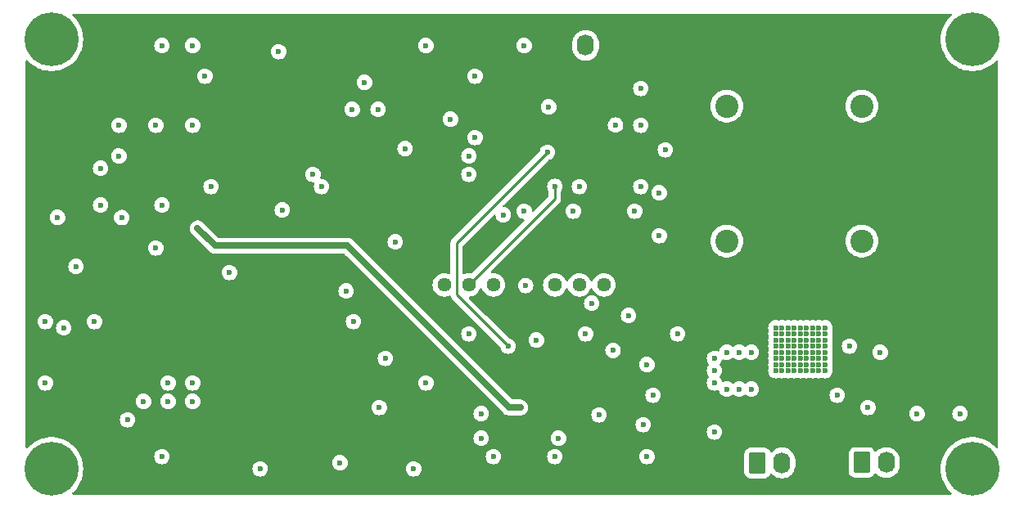
<source format=gbr>
%TF.GenerationSoftware,KiCad,Pcbnew,8.0.1*%
%TF.CreationDate,2024-07-13T13:04:58-04:00*%
%TF.ProjectId,GaN Drain Driver,47614e20-4472-4616-996e-204472697665,v1.0*%
%TF.SameCoordinates,Original*%
%TF.FileFunction,Copper,L3,Inr*%
%TF.FilePolarity,Positive*%
%FSLAX46Y46*%
G04 Gerber Fmt 4.6, Leading zero omitted, Abs format (unit mm)*
G04 Created by KiCad (PCBNEW 8.0.1) date 2024-07-13 13:04:58*
%MOMM*%
%LPD*%
G01*
G04 APERTURE LIST*
G04 Aperture macros list*
%AMRoundRect*
0 Rectangle with rounded corners*
0 $1 Rounding radius*
0 $2 $3 $4 $5 $6 $7 $8 $9 X,Y pos of 4 corners*
0 Add a 4 corners polygon primitive as box body*
4,1,4,$2,$3,$4,$5,$6,$7,$8,$9,$2,$3,0*
0 Add four circle primitives for the rounded corners*
1,1,$1+$1,$2,$3*
1,1,$1+$1,$4,$5*
1,1,$1+$1,$6,$7*
1,1,$1+$1,$8,$9*
0 Add four rect primitives between the rounded corners*
20,1,$1+$1,$2,$3,$4,$5,0*
20,1,$1+$1,$4,$5,$6,$7,0*
20,1,$1+$1,$6,$7,$8,$9,0*
20,1,$1+$1,$8,$9,$2,$3,0*%
G04 Aperture macros list end*
%TA.AperFunction,ComponentPad*%
%ADD10R,2.400000X2.400000*%
%TD*%
%TA.AperFunction,ComponentPad*%
%ADD11C,2.400000*%
%TD*%
%TA.AperFunction,ComponentPad*%
%ADD12RoundRect,0.250000X-0.620000X-0.845000X0.620000X-0.845000X0.620000X0.845000X-0.620000X0.845000X0*%
%TD*%
%TA.AperFunction,ComponentPad*%
%ADD13O,1.740000X2.190000*%
%TD*%
%TA.AperFunction,ComponentPad*%
%ADD14C,5.562600*%
%TD*%
%TA.AperFunction,ComponentPad*%
%ADD15RoundRect,0.250000X0.620000X0.845000X-0.620000X0.845000X-0.620000X-0.845000X0.620000X-0.845000X0*%
%TD*%
%TA.AperFunction,ComponentPad*%
%ADD16C,1.440000*%
%TD*%
%TA.AperFunction,ViaPad*%
%ADD17C,0.600000*%
%TD*%
%TA.AperFunction,Conductor*%
%ADD18C,0.635000*%
%TD*%
%TA.AperFunction,Conductor*%
%ADD19C,0.254000*%
%TD*%
G04 APERTURE END LIST*
D10*
%TO.N,VCC*%
%TO.C,C20*%
X137795000Y-44450000D03*
D11*
%TO.N,GND*%
X137795000Y-49450000D03*
%TD*%
D10*
%TO.N,VCC*%
%TO.C,C4*%
X123825000Y-44450000D03*
D11*
%TO.N,GND*%
X123825000Y-49450000D03*
%TD*%
D12*
%TO.N,Vd*%
%TO.C,J2*%
X137795000Y-72370000D03*
D13*
%TO.N,GND*%
X140335000Y-72370000D03*
%TD*%
D14*
%TO.N,GND*%
%TO.C,H4*%
X53975000Y-73025000D03*
%TD*%
D10*
%TO.N,VCC*%
%TO.C,C21*%
X123825000Y-30480000D03*
D11*
%TO.N,GND*%
X123825000Y-35480000D03*
%TD*%
D14*
%TO.N,GND*%
%TO.C,H3*%
X149225000Y-73025000D03*
%TD*%
D15*
%TO.N,VCC*%
%TO.C,J4*%
X111760000Y-29190000D03*
D13*
%TO.N,GND*%
X109220000Y-29190000D03*
%TD*%
%TO.N,GND*%
%TO.C,J3*%
X129540000Y-72410000D03*
D12*
%TO.N,Vg*%
X127000000Y-72410000D03*
%TD*%
D10*
%TO.N,VCC*%
%TO.C,C24*%
X137795000Y-30480000D03*
D11*
%TO.N,GND*%
X137795000Y-35480000D03*
%TD*%
D14*
%TO.N,GND*%
%TO.C,H1*%
X149225000Y-28575000D03*
%TD*%
D16*
%TO.N,+3.3V REF*%
%TO.C,RV1*%
X111125000Y-53975000D03*
%TO.N,Net-(U5A-+)*%
X108585000Y-53975000D03*
%TO.N,-3.3V REF*%
X106045000Y-53975000D03*
%TD*%
D14*
%TO.N,GND*%
%TO.C,H2*%
X53975000Y-28575000D03*
%TD*%
D16*
%TO.N,+3.3V REF*%
%TO.C,RV2*%
X99695000Y-53975000D03*
%TO.N,Net-(U6A-+)*%
X97155000Y-53975000D03*
%TO.N,-3.3V REF*%
X94615000Y-53975000D03*
%TD*%
D17*
%TO.N,GND*%
X143510000Y-67310000D03*
X116840000Y-48895000D03*
X116840000Y-44450000D03*
X114300000Y-46355000D03*
X114935000Y-33655000D03*
X117475000Y-40005000D03*
X114935000Y-37465000D03*
X97155000Y-40640000D03*
X97155000Y-42545000D03*
X102870000Y-46355000D03*
X60960000Y-37465000D03*
X68580000Y-37465000D03*
X68580000Y-29210000D03*
X69850000Y-32385000D03*
X126365000Y-60960000D03*
X123825000Y-60960000D03*
X122555000Y-69215000D03*
X72390000Y-52705000D03*
X65405000Y-29210000D03*
X92710000Y-29210000D03*
X65405000Y-71755000D03*
X75565000Y-73025000D03*
X83820000Y-72390000D03*
X91440000Y-73025000D03*
X135255000Y-65405000D03*
X138430000Y-66675000D03*
X147955000Y-67310000D03*
X139700000Y-60960000D03*
X136525000Y-60325000D03*
X118745000Y-59055000D03*
X122555000Y-61595000D03*
X125095000Y-60960000D03*
X125095000Y-64770000D03*
X123825000Y-64770000D03*
X126365000Y-64770000D03*
X122555000Y-64135000D03*
X122555000Y-62865000D03*
X115570000Y-62230000D03*
X116205000Y-65405000D03*
X115570000Y-71755000D03*
X99695000Y-71755000D03*
X106045000Y-71755000D03*
X104140000Y-59690000D03*
X97155000Y-59055000D03*
X92710000Y-64135000D03*
X89535000Y-49530000D03*
X84455000Y-54610000D03*
X56515000Y-52070000D03*
X53340000Y-57785000D03*
X55245000Y-58420000D03*
X53340000Y-64135000D03*
X63500000Y-66040000D03*
X66040000Y-66040000D03*
X68580000Y-66040000D03*
X68580000Y-64135000D03*
X66040000Y-64135000D03*
X58420000Y-57785000D03*
X64770000Y-50165000D03*
X70485000Y-43815000D03*
X65405000Y-45720000D03*
X60960000Y-40640000D03*
X59055000Y-45720000D03*
X59055000Y-41910000D03*
X54610000Y-46990000D03*
X64770000Y-37465000D03*
X77470000Y-29845000D03*
X85090000Y-35814000D03*
X86360000Y-33020000D03*
X105410000Y-35560000D03*
X95250000Y-36830000D03*
X102870000Y-29210000D03*
X97790000Y-32385000D03*
%TO.N,Vd*%
X133350000Y-62865000D03*
X131445000Y-62865000D03*
X128905000Y-62865000D03*
X130810000Y-62865000D03*
X132080000Y-62865000D03*
X130175000Y-62865000D03*
X129540000Y-62865000D03*
X132715000Y-62865000D03*
X133985000Y-62865000D03*
X132715000Y-62230000D03*
X133985000Y-62230000D03*
X130175000Y-62230000D03*
X133350000Y-62230000D03*
X130810000Y-62230000D03*
X129540000Y-62230000D03*
X131445000Y-62230000D03*
X132080000Y-62230000D03*
X128905000Y-62230000D03*
X129540000Y-61595000D03*
X130175000Y-61595000D03*
X133350000Y-61595000D03*
X131445000Y-61595000D03*
X132080000Y-61595000D03*
X128905000Y-61595000D03*
X130810000Y-61595000D03*
X132715000Y-61595000D03*
X133985000Y-61595000D03*
X132715000Y-60960000D03*
X133985000Y-60960000D03*
X129540000Y-60960000D03*
X133350000Y-60960000D03*
X131445000Y-60960000D03*
X130810000Y-60960000D03*
X128905000Y-60960000D03*
X132080000Y-60960000D03*
X130175000Y-60960000D03*
X132080000Y-60325000D03*
X130175000Y-60325000D03*
X133985000Y-60325000D03*
X130810000Y-60325000D03*
X132715000Y-60325000D03*
X128905000Y-60325000D03*
X129540000Y-60325000D03*
X131445000Y-60325000D03*
X133350000Y-60325000D03*
X129540000Y-59690000D03*
X131445000Y-59690000D03*
X133350000Y-59690000D03*
X128905000Y-59690000D03*
X132080000Y-59690000D03*
X133985000Y-59690000D03*
X130810000Y-59690000D03*
X130175000Y-59690000D03*
X132715000Y-59690000D03*
X133350000Y-59055000D03*
X132715000Y-59055000D03*
X133985000Y-59055000D03*
X130810000Y-59055000D03*
X130175000Y-59055000D03*
X129540000Y-59055000D03*
X132080000Y-59055000D03*
X131445000Y-59055000D03*
X128905000Y-59055000D03*
X133985000Y-58420000D03*
X132715000Y-58420000D03*
X133350000Y-58420000D03*
X132080000Y-58420000D03*
X131445000Y-58420000D03*
X130810000Y-58420000D03*
X130175000Y-58420000D03*
X129540000Y-58420000D03*
X128905000Y-58420000D03*
%TO.N,VCC*%
X146050000Y-59055000D03*
X146685000Y-59690000D03*
X147320000Y-59055000D03*
X146685000Y-59055000D03*
X146685000Y-58420000D03*
X147955000Y-58420000D03*
X147955000Y-59690000D03*
X147955000Y-59055000D03*
X148590000Y-59055000D03*
X148590000Y-60325000D03*
X147955000Y-60960000D03*
X147955000Y-60325000D03*
X147320000Y-60325000D03*
X146685000Y-60325000D03*
X146685000Y-60960000D03*
X146050000Y-60325000D03*
X145415000Y-59690000D03*
X145415000Y-60960000D03*
X145415000Y-60325000D03*
X144780000Y-60325000D03*
X144780000Y-59055000D03*
X145415000Y-59055000D03*
X145415000Y-58420000D03*
X144145000Y-58420000D03*
X144145000Y-59690000D03*
X144145000Y-59055000D03*
X143510000Y-59055000D03*
X143510000Y-60325000D03*
X144145000Y-60325000D03*
X144145000Y-60960000D03*
X143510000Y-61595000D03*
X144145000Y-61595000D03*
X144780000Y-61595000D03*
X145415000Y-61595000D03*
X146050000Y-61595000D03*
X146685000Y-61595000D03*
X147320000Y-61595000D03*
X147955000Y-61595000D03*
X148590000Y-61595000D03*
X148590000Y-62865000D03*
X147955000Y-62230000D03*
X147955000Y-62865000D03*
X147320000Y-62865000D03*
X146685000Y-62230000D03*
X146685000Y-62865000D03*
X146050000Y-62865000D03*
X145415000Y-62230000D03*
X145415000Y-62865000D03*
X144780000Y-62865000D03*
X144145000Y-62230000D03*
X144145000Y-62865000D03*
X143510000Y-62865000D03*
X143510000Y-62230000D03*
X144780000Y-62230000D03*
X146050000Y-62230000D03*
X147320000Y-62230000D03*
X148590000Y-62230000D03*
X148590000Y-60960000D03*
X147320000Y-60960000D03*
X146050000Y-60960000D03*
X144780000Y-60960000D03*
X143510000Y-60960000D03*
X143510000Y-59690000D03*
X144780000Y-59690000D03*
X146050000Y-59690000D03*
X147320000Y-59690000D03*
X148590000Y-59690000D03*
X148590000Y-58420000D03*
X147320000Y-58420000D03*
X146050000Y-58420000D03*
X144780000Y-58420000D03*
X143510000Y-58420000D03*
%TO.N,+5V*%
X112064800Y-60756800D03*
%TO.N,GND*%
X103022400Y-54051200D03*
%TO.N,-5V*%
X102463600Y-66675000D03*
%TO.N,Vg*%
X101219000Y-60325000D03*
X105283000Y-40259000D03*
%TO.N,GND*%
X81026000Y-42545000D03*
%TO.N,~{SD}*%
X81915000Y-43815000D03*
X97790000Y-38735000D03*
%TO.N,Net-(U6A-+)*%
X106045000Y-43789600D03*
%TO.N,GND*%
X109855000Y-55880000D03*
X109220000Y-59055000D03*
X108585000Y-43815000D03*
X107950000Y-46355000D03*
%TO.N,VCC*%
X82550000Y-59436000D03*
%TO.N,+5V*%
X61849000Y-67945000D03*
X88519000Y-61595000D03*
X112318800Y-37439600D03*
X114935000Y-43815000D03*
%TO.N,-5V*%
X100711000Y-46736000D03*
X69088000Y-48133000D03*
%TO.N,+5V*%
X77851000Y-46228000D03*
X61244500Y-47020500D03*
%TO.N,+3.3V REF*%
X85217000Y-57785000D03*
%TO.N,Net-(D3-K)*%
X90551000Y-39878000D03*
X87757000Y-35814000D03*
%TO.N,-3.3V REF*%
X113665000Y-57150000D03*
%TO.N,+3.3V REF*%
X115189000Y-68453000D03*
X87884000Y-66675000D03*
%TO.N,GND*%
X98425000Y-67310000D03*
X98425000Y-69850000D03*
X106426000Y-69850000D03*
X110617000Y-67437000D03*
%TD*%
D18*
%TO.N,-5V*%
X101320600Y-66675000D02*
X84582000Y-49936400D01*
X70891400Y-49936400D02*
X69088000Y-48133000D01*
X102463600Y-66675000D02*
X101320600Y-66675000D01*
X84582000Y-49936400D02*
X70891400Y-49936400D01*
D19*
%TO.N,Net-(U6A-+)*%
X106045000Y-45085000D02*
X97155000Y-53975000D01*
X106045000Y-43789600D02*
X106045000Y-45085000D01*
%TO.N,Vg*%
X95885000Y-49657000D02*
X95885000Y-54991000D01*
X95885000Y-54991000D02*
X101219000Y-60325000D01*
X105283000Y-40259000D02*
X95885000Y-49657000D01*
%TD*%
%TA.AperFunction,Conductor*%
%TO.N,VCC*%
G36*
X147032116Y-25920185D02*
G01*
X147077871Y-25972989D01*
X147087815Y-26042147D01*
X147058790Y-26105703D01*
X147050359Y-26114514D01*
X146956828Y-26203112D01*
X146838928Y-26314793D01*
X146608544Y-26586022D01*
X146408837Y-26880568D01*
X146408831Y-26880577D01*
X146242148Y-27194975D01*
X146242139Y-27194993D01*
X146110422Y-27525580D01*
X146110420Y-27525587D01*
X146015222Y-27868460D01*
X146015216Y-27868486D01*
X145957647Y-28219639D01*
X145957646Y-28219656D01*
X145938380Y-28574997D01*
X145938380Y-28575002D01*
X145957646Y-28930343D01*
X145957647Y-28930360D01*
X146015216Y-29281513D01*
X146015222Y-29281539D01*
X146110420Y-29624412D01*
X146110422Y-29624419D01*
X146242139Y-29955006D01*
X146242148Y-29955024D01*
X146408831Y-30269422D01*
X146408834Y-30269427D01*
X146408836Y-30269430D01*
X146434867Y-30307823D01*
X146608544Y-30563977D01*
X146837195Y-30833165D01*
X146838929Y-30835207D01*
X147097287Y-31079937D01*
X147380591Y-31295299D01*
X147380599Y-31295304D01*
X147380611Y-31295312D01*
X147685514Y-31478765D01*
X147685519Y-31478768D01*
X147685523Y-31478769D01*
X147685527Y-31478772D01*
X147903108Y-31579435D01*
X148008497Y-31628193D01*
X148345736Y-31741823D01*
X148345741Y-31741824D01*
X148345744Y-31741825D01*
X148526686Y-31781653D01*
X148693284Y-31818324D01*
X149047066Y-31856800D01*
X149047072Y-31856800D01*
X149402928Y-31856800D01*
X149402934Y-31856800D01*
X149756716Y-31818324D01*
X150104264Y-31741823D01*
X150441503Y-31628193D01*
X150764481Y-31478768D01*
X150953307Y-31365154D01*
X151069388Y-31295312D01*
X151069392Y-31295309D01*
X151069409Y-31295299D01*
X151352713Y-31079937D01*
X151611071Y-30835207D01*
X151680993Y-30752888D01*
X151739395Y-30714538D01*
X151809261Y-30713850D01*
X151868409Y-30751043D01*
X151898058Y-30814310D01*
X151899500Y-30833165D01*
X151899500Y-70766834D01*
X151879815Y-70833873D01*
X151827011Y-70879628D01*
X151757853Y-70889572D01*
X151694297Y-70860547D01*
X151680992Y-70847110D01*
X151611071Y-70764793D01*
X151352713Y-70520063D01*
X151352706Y-70520057D01*
X151352703Y-70520055D01*
X151131974Y-70352262D01*
X151069409Y-70304701D01*
X151069403Y-70304697D01*
X151069388Y-70304687D01*
X150764485Y-70121234D01*
X150764472Y-70121227D01*
X150441513Y-69971811D01*
X150441508Y-69971809D01*
X150441503Y-69971807D01*
X150104264Y-69858177D01*
X150104263Y-69858176D01*
X150104255Y-69858174D01*
X149756714Y-69781675D01*
X149402935Y-69743200D01*
X149402934Y-69743200D01*
X149047066Y-69743200D01*
X149047064Y-69743200D01*
X148693285Y-69781675D01*
X148345744Y-69858174D01*
X148174062Y-69916020D01*
X148008497Y-69971807D01*
X148008494Y-69971808D01*
X148008486Y-69971811D01*
X147685527Y-70121227D01*
X147685514Y-70121234D01*
X147380611Y-70304687D01*
X147380595Y-70304698D01*
X147097296Y-70520055D01*
X147097287Y-70520063D01*
X146838928Y-70764793D01*
X146608544Y-71036022D01*
X146408837Y-71330568D01*
X146408831Y-71330577D01*
X146242148Y-71644975D01*
X146242139Y-71644993D01*
X146110422Y-71975580D01*
X146110420Y-71975587D01*
X146015222Y-72318460D01*
X146015216Y-72318486D01*
X145957647Y-72669639D01*
X145957646Y-72669656D01*
X145938380Y-73024997D01*
X145938380Y-73025002D01*
X145957646Y-73380343D01*
X145957647Y-73380360D01*
X146015216Y-73731513D01*
X146015222Y-73731539D01*
X146110420Y-74074412D01*
X146110422Y-74074419D01*
X146242139Y-74405006D01*
X146242148Y-74405024D01*
X146408831Y-74719422D01*
X146408834Y-74719427D01*
X146408836Y-74719430D01*
X146608545Y-75013978D01*
X146838929Y-75285207D01*
X147050352Y-75485478D01*
X147085485Y-75545870D01*
X147082390Y-75615672D01*
X147042048Y-75672718D01*
X146977269Y-75698899D01*
X146965077Y-75699500D01*
X56234923Y-75699500D01*
X56167884Y-75679815D01*
X56122129Y-75627011D01*
X56112185Y-75557853D01*
X56141210Y-75494297D01*
X56149640Y-75485485D01*
X56361071Y-75285207D01*
X56591455Y-75013978D01*
X56791164Y-74719430D01*
X56957856Y-74405016D01*
X57089576Y-74074423D01*
X57184781Y-73731526D01*
X57212088Y-73564958D01*
X57242352Y-73380360D01*
X57242352Y-73380357D01*
X57242354Y-73380346D01*
X57261620Y-73025003D01*
X74759435Y-73025003D01*
X74779630Y-73204249D01*
X74779631Y-73204254D01*
X74839211Y-73374523D01*
X74931385Y-73521216D01*
X74935184Y-73527262D01*
X75062738Y-73654816D01*
X75215478Y-73750789D01*
X75378149Y-73807710D01*
X75385745Y-73810368D01*
X75385750Y-73810369D01*
X75564996Y-73830565D01*
X75565000Y-73830565D01*
X75565004Y-73830565D01*
X75744249Y-73810369D01*
X75744252Y-73810368D01*
X75744255Y-73810368D01*
X75914522Y-73750789D01*
X76067262Y-73654816D01*
X76194816Y-73527262D01*
X76290789Y-73374522D01*
X76350368Y-73204255D01*
X76353623Y-73175368D01*
X76370565Y-73025003D01*
X76370565Y-73024996D01*
X76350369Y-72845750D01*
X76350368Y-72845745D01*
X76300372Y-72702866D01*
X76290789Y-72675478D01*
X76194816Y-72522738D01*
X76067262Y-72395184D01*
X76059017Y-72390003D01*
X83014435Y-72390003D01*
X83034630Y-72569249D01*
X83034631Y-72569254D01*
X83094211Y-72739523D01*
X83190184Y-72892262D01*
X83317738Y-73019816D01*
X83470478Y-73115789D01*
X83599938Y-73161089D01*
X83640745Y-73175368D01*
X83640750Y-73175369D01*
X83819996Y-73195565D01*
X83820000Y-73195565D01*
X83820004Y-73195565D01*
X83999249Y-73175369D01*
X83999252Y-73175368D01*
X83999255Y-73175368D01*
X84169522Y-73115789D01*
X84314007Y-73025003D01*
X90634435Y-73025003D01*
X90654630Y-73204249D01*
X90654631Y-73204254D01*
X90714211Y-73374523D01*
X90806385Y-73521216D01*
X90810184Y-73527262D01*
X90937738Y-73654816D01*
X91090478Y-73750789D01*
X91253149Y-73807710D01*
X91260745Y-73810368D01*
X91260750Y-73810369D01*
X91439996Y-73830565D01*
X91440000Y-73830565D01*
X91440004Y-73830565D01*
X91619249Y-73810369D01*
X91619252Y-73810368D01*
X91619255Y-73810368D01*
X91789522Y-73750789D01*
X91942262Y-73654816D01*
X92069816Y-73527262D01*
X92165789Y-73374522D01*
X92190115Y-73305001D01*
X125629500Y-73305001D01*
X125629501Y-73305018D01*
X125640000Y-73407796D01*
X125640001Y-73407799D01*
X125681932Y-73534336D01*
X125695186Y-73574334D01*
X125787288Y-73723656D01*
X125911344Y-73847712D01*
X126060666Y-73939814D01*
X126227203Y-73994999D01*
X126329991Y-74005500D01*
X127670008Y-74005499D01*
X127772797Y-73994999D01*
X127939334Y-73939814D01*
X128088656Y-73847712D01*
X128212712Y-73723656D01*
X128304814Y-73574334D01*
X128304817Y-73574322D01*
X128305129Y-73573657D01*
X128305469Y-73573269D01*
X128308605Y-73568187D01*
X128309473Y-73568722D01*
X128351299Y-73521216D01*
X128418491Y-73502060D01*
X128485373Y-73522272D01*
X128505195Y-73538375D01*
X128647179Y-73680359D01*
X128821701Y-73807157D01*
X129013911Y-73905092D01*
X129219074Y-73971754D01*
X129298973Y-73984408D01*
X129432134Y-74005500D01*
X129432139Y-74005500D01*
X129647866Y-74005500D01*
X129766230Y-73986752D01*
X129860926Y-73971754D01*
X130066089Y-73905092D01*
X130258299Y-73807157D01*
X130432821Y-73680359D01*
X130585359Y-73527821D01*
X130712157Y-73353299D01*
X130757147Y-73265001D01*
X136424500Y-73265001D01*
X136424501Y-73265018D01*
X136435000Y-73367796D01*
X136435001Y-73367799D01*
X136490185Y-73534331D01*
X136490187Y-73534336D01*
X136514201Y-73573269D01*
X136582288Y-73683656D01*
X136706344Y-73807712D01*
X136855666Y-73899814D01*
X137022203Y-73954999D01*
X137124991Y-73965500D01*
X138465008Y-73965499D01*
X138567797Y-73954999D01*
X138734334Y-73899814D01*
X138883656Y-73807712D01*
X139007712Y-73683656D01*
X139099814Y-73534334D01*
X139099817Y-73534322D01*
X139100129Y-73533657D01*
X139100469Y-73533269D01*
X139103605Y-73528187D01*
X139104473Y-73528722D01*
X139146299Y-73481216D01*
X139213491Y-73462060D01*
X139280373Y-73482272D01*
X139300195Y-73498375D01*
X139442179Y-73640359D01*
X139616701Y-73767157D01*
X139808911Y-73865092D01*
X140014074Y-73931754D01*
X140093973Y-73944408D01*
X140227134Y-73965500D01*
X140227139Y-73965500D01*
X140442866Y-73965500D01*
X140561230Y-73946752D01*
X140655926Y-73931754D01*
X140861089Y-73865092D01*
X141053299Y-73767157D01*
X141227821Y-73640359D01*
X141380359Y-73487821D01*
X141507157Y-73313299D01*
X141605092Y-73121089D01*
X141671754Y-72915926D01*
X141699165Y-72742861D01*
X141705500Y-72702866D01*
X141705500Y-72037133D01*
X141671754Y-71824077D01*
X141671754Y-71824074D01*
X141605092Y-71618911D01*
X141507157Y-71426701D01*
X141380359Y-71252179D01*
X141227821Y-71099641D01*
X141053299Y-70972843D01*
X140861089Y-70874908D01*
X140655926Y-70808246D01*
X140655924Y-70808245D01*
X140655922Y-70808245D01*
X140442866Y-70774500D01*
X140442861Y-70774500D01*
X140227139Y-70774500D01*
X140227134Y-70774500D01*
X140014077Y-70808245D01*
X139808908Y-70874909D01*
X139616700Y-70972843D01*
X139442180Y-71099640D01*
X139300195Y-71241625D01*
X139238872Y-71275109D01*
X139169180Y-71270125D01*
X139113247Y-71228253D01*
X139100132Y-71206348D01*
X139099815Y-71205669D01*
X139099814Y-71205668D01*
X139099814Y-71205666D01*
X139007712Y-71056344D01*
X138883656Y-70932288D01*
X138748551Y-70848955D01*
X138734336Y-70840187D01*
X138734331Y-70840185D01*
X138732862Y-70839698D01*
X138567797Y-70785001D01*
X138567795Y-70785000D01*
X138465010Y-70774500D01*
X137124998Y-70774500D01*
X137124981Y-70774501D01*
X137022203Y-70785000D01*
X137022200Y-70785001D01*
X136855668Y-70840185D01*
X136855663Y-70840187D01*
X136706342Y-70932289D01*
X136582289Y-71056342D01*
X136490187Y-71205663D01*
X136490185Y-71205668D01*
X136476930Y-71245669D01*
X136435001Y-71372203D01*
X136435001Y-71372204D01*
X136435000Y-71372204D01*
X136424500Y-71474983D01*
X136424500Y-73265001D01*
X130757147Y-73265001D01*
X130810092Y-73161089D01*
X130876754Y-72955926D01*
X130894205Y-72845745D01*
X130910500Y-72742866D01*
X130910500Y-72077133D01*
X130876754Y-71864077D01*
X130876754Y-71864074D01*
X130810092Y-71658911D01*
X130712157Y-71466701D01*
X130585359Y-71292179D01*
X130432821Y-71139641D01*
X130258299Y-71012843D01*
X130100201Y-70932289D01*
X130066091Y-70914909D01*
X130066090Y-70914908D01*
X130066089Y-70914908D01*
X129860926Y-70848246D01*
X129860924Y-70848245D01*
X129860922Y-70848245D01*
X129647866Y-70814500D01*
X129647861Y-70814500D01*
X129432139Y-70814500D01*
X129432134Y-70814500D01*
X129219077Y-70848245D01*
X129013908Y-70914909D01*
X128821700Y-71012843D01*
X128647180Y-71139640D01*
X128505195Y-71281625D01*
X128443872Y-71315109D01*
X128374180Y-71310125D01*
X128318247Y-71268253D01*
X128305132Y-71246348D01*
X128304815Y-71245669D01*
X128304814Y-71245668D01*
X128304814Y-71245666D01*
X128212712Y-71096344D01*
X128088656Y-70972288D01*
X127939334Y-70880186D01*
X127772797Y-70825001D01*
X127772795Y-70825000D01*
X127670010Y-70814500D01*
X126329998Y-70814500D01*
X126329981Y-70814501D01*
X126227203Y-70825000D01*
X126227200Y-70825001D01*
X126060668Y-70880185D01*
X126060663Y-70880187D01*
X125911342Y-70972289D01*
X125787289Y-71096342D01*
X125695187Y-71245663D01*
X125695185Y-71245668D01*
X125683270Y-71281625D01*
X125640001Y-71412203D01*
X125640001Y-71412204D01*
X125640000Y-71412204D01*
X125629500Y-71514983D01*
X125629500Y-73305001D01*
X92190115Y-73305001D01*
X92225368Y-73204255D01*
X92228623Y-73175368D01*
X92245565Y-73025003D01*
X92245565Y-73024996D01*
X92225369Y-72845750D01*
X92225368Y-72845745D01*
X92175372Y-72702866D01*
X92165789Y-72675478D01*
X92069816Y-72522738D01*
X91942262Y-72395184D01*
X91789523Y-72299211D01*
X91619254Y-72239631D01*
X91619249Y-72239630D01*
X91440004Y-72219435D01*
X91439996Y-72219435D01*
X91260750Y-72239630D01*
X91260745Y-72239631D01*
X91090476Y-72299211D01*
X90937737Y-72395184D01*
X90810184Y-72522737D01*
X90714211Y-72675476D01*
X90654631Y-72845745D01*
X90654630Y-72845750D01*
X90634435Y-73024996D01*
X90634435Y-73025003D01*
X84314007Y-73025003D01*
X84322262Y-73019816D01*
X84449816Y-72892262D01*
X84545789Y-72739522D01*
X84605368Y-72569255D01*
X84610609Y-72522738D01*
X84625565Y-72390003D01*
X84625565Y-72389996D01*
X84605369Y-72210750D01*
X84605368Y-72210745D01*
X84545788Y-72040476D01*
X84505009Y-71975577D01*
X84449816Y-71887738D01*
X84322262Y-71760184D01*
X84314017Y-71755003D01*
X98889435Y-71755003D01*
X98909630Y-71934249D01*
X98909631Y-71934254D01*
X98969211Y-72104523D01*
X99041416Y-72219435D01*
X99065184Y-72257262D01*
X99192738Y-72384816D01*
X99345478Y-72480789D01*
X99515745Y-72540368D01*
X99515750Y-72540369D01*
X99694996Y-72560565D01*
X99695000Y-72560565D01*
X99695004Y-72560565D01*
X99874249Y-72540369D01*
X99874252Y-72540368D01*
X99874255Y-72540368D01*
X100044522Y-72480789D01*
X100197262Y-72384816D01*
X100324816Y-72257262D01*
X100420789Y-72104522D01*
X100480368Y-71934255D01*
X100485609Y-71887738D01*
X100500565Y-71755003D01*
X105239435Y-71755003D01*
X105259630Y-71934249D01*
X105259631Y-71934254D01*
X105319211Y-72104523D01*
X105391416Y-72219435D01*
X105415184Y-72257262D01*
X105542738Y-72384816D01*
X105695478Y-72480789D01*
X105865745Y-72540368D01*
X105865750Y-72540369D01*
X106044996Y-72560565D01*
X106045000Y-72560565D01*
X106045004Y-72560565D01*
X106224249Y-72540369D01*
X106224252Y-72540368D01*
X106224255Y-72540368D01*
X106394522Y-72480789D01*
X106547262Y-72384816D01*
X106674816Y-72257262D01*
X106770789Y-72104522D01*
X106830368Y-71934255D01*
X106835609Y-71887738D01*
X106850565Y-71755003D01*
X114764435Y-71755003D01*
X114784630Y-71934249D01*
X114784631Y-71934254D01*
X114844211Y-72104523D01*
X114916416Y-72219435D01*
X114940184Y-72257262D01*
X115067738Y-72384816D01*
X115220478Y-72480789D01*
X115390745Y-72540368D01*
X115390750Y-72540369D01*
X115569996Y-72560565D01*
X115570000Y-72560565D01*
X115570004Y-72560565D01*
X115749249Y-72540369D01*
X115749252Y-72540368D01*
X115749255Y-72540368D01*
X115919522Y-72480789D01*
X116072262Y-72384816D01*
X116199816Y-72257262D01*
X116295789Y-72104522D01*
X116355368Y-71934255D01*
X116360609Y-71887738D01*
X116375565Y-71755003D01*
X116375565Y-71754996D01*
X116355369Y-71575750D01*
X116355368Y-71575745D01*
X116334106Y-71514983D01*
X116295789Y-71405478D01*
X116199816Y-71252738D01*
X116072262Y-71125184D01*
X116031609Y-71099640D01*
X115919523Y-71029211D01*
X115749254Y-70969631D01*
X115749249Y-70969630D01*
X115570004Y-70949435D01*
X115569996Y-70949435D01*
X115390750Y-70969630D01*
X115390745Y-70969631D01*
X115220476Y-71029211D01*
X115067737Y-71125184D01*
X114940184Y-71252737D01*
X114844211Y-71405476D01*
X114784631Y-71575745D01*
X114784630Y-71575750D01*
X114764435Y-71754996D01*
X114764435Y-71755003D01*
X106850565Y-71755003D01*
X106850565Y-71754996D01*
X106830369Y-71575750D01*
X106830368Y-71575745D01*
X106809106Y-71514983D01*
X106770789Y-71405478D01*
X106674816Y-71252738D01*
X106547262Y-71125184D01*
X106506609Y-71099640D01*
X106394523Y-71029211D01*
X106224254Y-70969631D01*
X106224249Y-70969630D01*
X106045004Y-70949435D01*
X106044996Y-70949435D01*
X105865750Y-70969630D01*
X105865745Y-70969631D01*
X105695476Y-71029211D01*
X105542737Y-71125184D01*
X105415184Y-71252737D01*
X105319211Y-71405476D01*
X105259631Y-71575745D01*
X105259630Y-71575750D01*
X105239435Y-71754996D01*
X105239435Y-71755003D01*
X100500565Y-71755003D01*
X100500565Y-71754996D01*
X100480369Y-71575750D01*
X100480368Y-71575745D01*
X100459106Y-71514983D01*
X100420789Y-71405478D01*
X100324816Y-71252738D01*
X100197262Y-71125184D01*
X100156609Y-71099640D01*
X100044523Y-71029211D01*
X99874254Y-70969631D01*
X99874249Y-70969630D01*
X99695004Y-70949435D01*
X99694996Y-70949435D01*
X99515750Y-70969630D01*
X99515745Y-70969631D01*
X99345476Y-71029211D01*
X99192737Y-71125184D01*
X99065184Y-71252737D01*
X98969211Y-71405476D01*
X98909631Y-71575745D01*
X98909630Y-71575750D01*
X98889435Y-71754996D01*
X98889435Y-71755003D01*
X84314017Y-71755003D01*
X84169523Y-71664211D01*
X83999254Y-71604631D01*
X83999249Y-71604630D01*
X83820004Y-71584435D01*
X83819996Y-71584435D01*
X83640750Y-71604630D01*
X83640745Y-71604631D01*
X83470476Y-71664211D01*
X83317737Y-71760184D01*
X83190184Y-71887737D01*
X83094211Y-72040476D01*
X83034631Y-72210745D01*
X83034630Y-72210750D01*
X83014435Y-72389996D01*
X83014435Y-72390003D01*
X76059017Y-72390003D01*
X75914523Y-72299211D01*
X75744254Y-72239631D01*
X75744249Y-72239630D01*
X75565004Y-72219435D01*
X75564996Y-72219435D01*
X75385750Y-72239630D01*
X75385745Y-72239631D01*
X75215476Y-72299211D01*
X75062737Y-72395184D01*
X74935184Y-72522737D01*
X74839211Y-72675476D01*
X74779631Y-72845745D01*
X74779630Y-72845750D01*
X74759435Y-73024996D01*
X74759435Y-73025003D01*
X57261620Y-73025003D01*
X57261620Y-73025000D01*
X57242354Y-72669654D01*
X57225894Y-72569255D01*
X57184783Y-72318486D01*
X57184782Y-72318485D01*
X57184781Y-72318474D01*
X57125378Y-72104523D01*
X57089579Y-71975587D01*
X57089577Y-71975580D01*
X57001692Y-71755003D01*
X64599435Y-71755003D01*
X64619630Y-71934249D01*
X64619631Y-71934254D01*
X64679211Y-72104523D01*
X64751416Y-72219435D01*
X64775184Y-72257262D01*
X64902738Y-72384816D01*
X65055478Y-72480789D01*
X65225745Y-72540368D01*
X65225750Y-72540369D01*
X65404996Y-72560565D01*
X65405000Y-72560565D01*
X65405004Y-72560565D01*
X65584249Y-72540369D01*
X65584252Y-72540368D01*
X65584255Y-72540368D01*
X65754522Y-72480789D01*
X65907262Y-72384816D01*
X66034816Y-72257262D01*
X66130789Y-72104522D01*
X66190368Y-71934255D01*
X66195609Y-71887738D01*
X66210565Y-71755003D01*
X66210565Y-71754996D01*
X66190369Y-71575750D01*
X66190368Y-71575745D01*
X66169106Y-71514983D01*
X66130789Y-71405478D01*
X66034816Y-71252738D01*
X65907262Y-71125184D01*
X65866609Y-71099640D01*
X65754523Y-71029211D01*
X65584254Y-70969631D01*
X65584249Y-70969630D01*
X65405004Y-70949435D01*
X65404996Y-70949435D01*
X65225750Y-70969630D01*
X65225745Y-70969631D01*
X65055476Y-71029211D01*
X64902737Y-71125184D01*
X64775184Y-71252737D01*
X64679211Y-71405476D01*
X64619631Y-71575745D01*
X64619630Y-71575750D01*
X64599435Y-71754996D01*
X64599435Y-71755003D01*
X57001692Y-71755003D01*
X56957860Y-71644993D01*
X56957851Y-71644975D01*
X56936461Y-71604630D01*
X56867727Y-71474983D01*
X56791168Y-71330577D01*
X56791166Y-71330574D01*
X56791164Y-71330570D01*
X56591455Y-71036022D01*
X56361071Y-70764793D01*
X56102713Y-70520063D01*
X56102706Y-70520057D01*
X56102703Y-70520055D01*
X55881974Y-70352262D01*
X55819409Y-70304701D01*
X55819403Y-70304697D01*
X55819388Y-70304687D01*
X55514485Y-70121234D01*
X55514472Y-70121227D01*
X55191513Y-69971811D01*
X55191508Y-69971809D01*
X55191503Y-69971807D01*
X54854264Y-69858177D01*
X54854263Y-69858176D01*
X54854255Y-69858174D01*
X54817134Y-69850003D01*
X97619435Y-69850003D01*
X97639630Y-70029249D01*
X97639631Y-70029254D01*
X97699211Y-70199523D01*
X97765299Y-70304701D01*
X97795184Y-70352262D01*
X97922738Y-70479816D01*
X98075478Y-70575789D01*
X98245745Y-70635368D01*
X98245750Y-70635369D01*
X98424996Y-70655565D01*
X98425000Y-70655565D01*
X98425004Y-70655565D01*
X98604249Y-70635369D01*
X98604252Y-70635368D01*
X98604255Y-70635368D01*
X98774522Y-70575789D01*
X98927262Y-70479816D01*
X99054816Y-70352262D01*
X99150789Y-70199522D01*
X99210368Y-70029255D01*
X99213623Y-70000368D01*
X99230565Y-69850003D01*
X105620435Y-69850003D01*
X105640630Y-70029249D01*
X105640631Y-70029254D01*
X105700211Y-70199523D01*
X105766299Y-70304701D01*
X105796184Y-70352262D01*
X105923738Y-70479816D01*
X106076478Y-70575789D01*
X106246745Y-70635368D01*
X106246750Y-70635369D01*
X106425996Y-70655565D01*
X106426000Y-70655565D01*
X106426004Y-70655565D01*
X106605249Y-70635369D01*
X106605252Y-70635368D01*
X106605255Y-70635368D01*
X106775522Y-70575789D01*
X106928262Y-70479816D01*
X107055816Y-70352262D01*
X107151789Y-70199522D01*
X107211368Y-70029255D01*
X107214623Y-70000368D01*
X107231565Y-69850003D01*
X107231565Y-69849996D01*
X107211369Y-69670750D01*
X107211368Y-69670745D01*
X107151788Y-69500476D01*
X107112582Y-69438080D01*
X107055816Y-69347738D01*
X106928262Y-69220184D01*
X106775523Y-69124211D01*
X106605254Y-69064631D01*
X106605249Y-69064630D01*
X106426004Y-69044435D01*
X106425996Y-69044435D01*
X106246750Y-69064630D01*
X106246745Y-69064631D01*
X106076476Y-69124211D01*
X105923737Y-69220184D01*
X105796184Y-69347737D01*
X105700211Y-69500476D01*
X105640631Y-69670745D01*
X105640630Y-69670750D01*
X105620435Y-69849996D01*
X105620435Y-69850003D01*
X99230565Y-69850003D01*
X99230565Y-69849996D01*
X99210369Y-69670750D01*
X99210368Y-69670745D01*
X99150788Y-69500476D01*
X99111582Y-69438080D01*
X99054816Y-69347738D01*
X98927262Y-69220184D01*
X98774523Y-69124211D01*
X98604254Y-69064631D01*
X98604249Y-69064630D01*
X98425004Y-69044435D01*
X98424996Y-69044435D01*
X98245750Y-69064630D01*
X98245745Y-69064631D01*
X98075476Y-69124211D01*
X97922737Y-69220184D01*
X97795184Y-69347737D01*
X97699211Y-69500476D01*
X97639631Y-69670745D01*
X97639630Y-69670750D01*
X97619435Y-69849996D01*
X97619435Y-69850003D01*
X54817134Y-69850003D01*
X54506714Y-69781675D01*
X54152935Y-69743200D01*
X54152934Y-69743200D01*
X53797066Y-69743200D01*
X53797064Y-69743200D01*
X53443285Y-69781675D01*
X53095744Y-69858174D01*
X52924062Y-69916020D01*
X52758497Y-69971807D01*
X52758494Y-69971808D01*
X52758486Y-69971811D01*
X52435527Y-70121227D01*
X52435514Y-70121234D01*
X52130611Y-70304687D01*
X52130595Y-70304698D01*
X51847296Y-70520055D01*
X51847287Y-70520063D01*
X51588928Y-70764793D01*
X51519008Y-70847110D01*
X51460604Y-70885462D01*
X51390738Y-70886149D01*
X51331591Y-70848955D01*
X51301942Y-70785688D01*
X51300500Y-70766834D01*
X51300500Y-67945003D01*
X61043435Y-67945003D01*
X61063630Y-68124249D01*
X61063631Y-68124254D01*
X61123211Y-68294523D01*
X61195416Y-68409435D01*
X61219184Y-68447262D01*
X61346738Y-68574816D01*
X61499478Y-68670789D01*
X61669745Y-68730368D01*
X61669750Y-68730369D01*
X61848996Y-68750565D01*
X61849000Y-68750565D01*
X61849004Y-68750565D01*
X62028249Y-68730369D01*
X62028252Y-68730368D01*
X62028255Y-68730368D01*
X62198522Y-68670789D01*
X62351262Y-68574816D01*
X62473075Y-68453003D01*
X114383435Y-68453003D01*
X114403630Y-68632249D01*
X114403631Y-68632254D01*
X114463211Y-68802523D01*
X114502769Y-68865478D01*
X114559184Y-68955262D01*
X114686738Y-69082816D01*
X114839478Y-69178789D01*
X114942952Y-69214996D01*
X115009745Y-69238368D01*
X115009750Y-69238369D01*
X115188996Y-69258565D01*
X115189000Y-69258565D01*
X115189004Y-69258565D01*
X115368249Y-69238369D01*
X115368252Y-69238368D01*
X115368255Y-69238368D01*
X115435028Y-69215003D01*
X121749435Y-69215003D01*
X121769630Y-69394249D01*
X121769631Y-69394254D01*
X121829211Y-69564523D01*
X121925184Y-69717262D01*
X122052738Y-69844816D01*
X122205478Y-69940789D01*
X122294134Y-69971811D01*
X122375745Y-70000368D01*
X122375750Y-70000369D01*
X122554996Y-70020565D01*
X122555000Y-70020565D01*
X122555004Y-70020565D01*
X122734249Y-70000369D01*
X122734252Y-70000368D01*
X122734255Y-70000368D01*
X122904522Y-69940789D01*
X123057262Y-69844816D01*
X123184816Y-69717262D01*
X123280789Y-69564522D01*
X123340368Y-69394255D01*
X123345609Y-69347738D01*
X123360565Y-69215003D01*
X123360565Y-69214996D01*
X123340369Y-69035750D01*
X123340368Y-69035745D01*
X123280788Y-68865476D01*
X123195894Y-68730369D01*
X123184816Y-68712738D01*
X123057262Y-68585184D01*
X122904523Y-68489211D01*
X122734254Y-68429631D01*
X122734249Y-68429630D01*
X122555004Y-68409435D01*
X122554996Y-68409435D01*
X122375750Y-68429630D01*
X122375745Y-68429631D01*
X122205476Y-68489211D01*
X122052737Y-68585184D01*
X121925184Y-68712737D01*
X121829211Y-68865476D01*
X121769631Y-69035745D01*
X121769630Y-69035750D01*
X121749435Y-69214996D01*
X121749435Y-69215003D01*
X115435028Y-69215003D01*
X115538522Y-69178789D01*
X115691262Y-69082816D01*
X115818816Y-68955262D01*
X115914789Y-68802522D01*
X115974368Y-68632255D01*
X115994565Y-68453000D01*
X115993918Y-68447262D01*
X115974369Y-68273750D01*
X115974368Y-68273745D01*
X115914788Y-68103476D01*
X115872257Y-68035789D01*
X115818816Y-67950738D01*
X115691262Y-67823184D01*
X115673880Y-67812262D01*
X115538523Y-67727211D01*
X115368254Y-67667631D01*
X115368249Y-67667630D01*
X115189004Y-67647435D01*
X115188996Y-67647435D01*
X115009750Y-67667630D01*
X115009745Y-67667631D01*
X114839476Y-67727211D01*
X114686737Y-67823184D01*
X114559184Y-67950737D01*
X114463211Y-68103476D01*
X114403631Y-68273745D01*
X114403630Y-68273750D01*
X114383435Y-68452996D01*
X114383435Y-68453003D01*
X62473075Y-68453003D01*
X62478816Y-68447262D01*
X62574789Y-68294522D01*
X62634368Y-68124255D01*
X62636709Y-68103478D01*
X62654565Y-67945003D01*
X62654565Y-67944996D01*
X62634369Y-67765750D01*
X62634368Y-67765745D01*
X62597199Y-67659522D01*
X62574789Y-67595478D01*
X62478816Y-67442738D01*
X62351262Y-67315184D01*
X62343618Y-67310381D01*
X62198523Y-67219211D01*
X62028254Y-67159631D01*
X62028249Y-67159630D01*
X61849004Y-67139435D01*
X61848996Y-67139435D01*
X61669750Y-67159630D01*
X61669745Y-67159631D01*
X61499476Y-67219211D01*
X61346737Y-67315184D01*
X61219184Y-67442737D01*
X61123211Y-67595476D01*
X61063631Y-67765745D01*
X61063630Y-67765750D01*
X61043435Y-67944996D01*
X61043435Y-67945003D01*
X51300500Y-67945003D01*
X51300500Y-66040003D01*
X62694435Y-66040003D01*
X62714630Y-66219249D01*
X62714631Y-66219254D01*
X62774211Y-66389523D01*
X62846416Y-66504435D01*
X62870184Y-66542262D01*
X62997738Y-66669816D01*
X63014239Y-66680184D01*
X63134214Y-66755570D01*
X63150478Y-66765789D01*
X63320745Y-66825368D01*
X63320750Y-66825369D01*
X63499996Y-66845565D01*
X63500000Y-66845565D01*
X63500004Y-66845565D01*
X63679249Y-66825369D01*
X63679252Y-66825368D01*
X63679255Y-66825368D01*
X63849522Y-66765789D01*
X64002262Y-66669816D01*
X64129816Y-66542262D01*
X64225789Y-66389522D01*
X64285368Y-66219255D01*
X64290609Y-66172738D01*
X64305565Y-66040003D01*
X65234435Y-66040003D01*
X65254630Y-66219249D01*
X65254631Y-66219254D01*
X65314211Y-66389523D01*
X65386416Y-66504435D01*
X65410184Y-66542262D01*
X65537738Y-66669816D01*
X65554239Y-66680184D01*
X65674214Y-66755570D01*
X65690478Y-66765789D01*
X65860745Y-66825368D01*
X65860750Y-66825369D01*
X66039996Y-66845565D01*
X66040000Y-66845565D01*
X66040004Y-66845565D01*
X66219249Y-66825369D01*
X66219252Y-66825368D01*
X66219255Y-66825368D01*
X66389522Y-66765789D01*
X66542262Y-66669816D01*
X66669816Y-66542262D01*
X66765789Y-66389522D01*
X66825368Y-66219255D01*
X66830609Y-66172738D01*
X66845565Y-66040003D01*
X67774435Y-66040003D01*
X67794630Y-66219249D01*
X67794631Y-66219254D01*
X67854211Y-66389523D01*
X67926416Y-66504435D01*
X67950184Y-66542262D01*
X68077738Y-66669816D01*
X68094239Y-66680184D01*
X68214214Y-66755570D01*
X68230478Y-66765789D01*
X68400745Y-66825368D01*
X68400750Y-66825369D01*
X68579996Y-66845565D01*
X68580000Y-66845565D01*
X68580004Y-66845565D01*
X68759249Y-66825369D01*
X68759252Y-66825368D01*
X68759255Y-66825368D01*
X68929522Y-66765789D01*
X69074007Y-66675003D01*
X87078435Y-66675003D01*
X87098630Y-66854249D01*
X87098631Y-66854254D01*
X87158211Y-67024523D01*
X87230416Y-67139435D01*
X87254184Y-67177262D01*
X87381738Y-67304816D01*
X87534478Y-67400789D01*
X87704745Y-67460368D01*
X87704750Y-67460369D01*
X87883996Y-67480565D01*
X87884000Y-67480565D01*
X87884004Y-67480565D01*
X88063249Y-67460369D01*
X88063252Y-67460368D01*
X88063255Y-67460368D01*
X88233522Y-67400789D01*
X88378007Y-67310003D01*
X97619435Y-67310003D01*
X97639630Y-67489249D01*
X97639631Y-67489254D01*
X97699211Y-67659523D01*
X97779010Y-67786522D01*
X97795184Y-67812262D01*
X97922738Y-67939816D01*
X98075478Y-68035789D01*
X98164148Y-68066816D01*
X98245745Y-68095368D01*
X98245750Y-68095369D01*
X98424996Y-68115565D01*
X98425000Y-68115565D01*
X98425004Y-68115565D01*
X98604249Y-68095369D01*
X98604252Y-68095368D01*
X98604255Y-68095368D01*
X98774522Y-68035789D01*
X98927262Y-67939816D01*
X99054816Y-67812262D01*
X99150789Y-67659522D01*
X99210368Y-67489255D01*
X99215609Y-67442738D01*
X99230565Y-67310003D01*
X99230565Y-67309996D01*
X99210369Y-67130750D01*
X99210368Y-67130745D01*
X99195228Y-67087478D01*
X99150789Y-66960478D01*
X99134615Y-66934738D01*
X99111582Y-66898080D01*
X99054816Y-66807738D01*
X98927262Y-66680184D01*
X98774523Y-66584211D01*
X98604254Y-66524631D01*
X98604249Y-66524630D01*
X98425004Y-66504435D01*
X98424996Y-66504435D01*
X98245750Y-66524630D01*
X98245745Y-66524631D01*
X98075476Y-66584211D01*
X97922737Y-66680184D01*
X97795184Y-66807737D01*
X97699211Y-66960476D01*
X97639631Y-67130745D01*
X97639630Y-67130750D01*
X97619435Y-67309996D01*
X97619435Y-67310003D01*
X88378007Y-67310003D01*
X88386262Y-67304816D01*
X88513816Y-67177262D01*
X88609789Y-67024522D01*
X88669368Y-66854255D01*
X88674609Y-66807738D01*
X88689565Y-66675003D01*
X88689565Y-66674996D01*
X88669369Y-66495750D01*
X88669368Y-66495745D01*
X88648604Y-66436405D01*
X88609789Y-66325478D01*
X88513816Y-66172738D01*
X88386262Y-66045184D01*
X88233523Y-65949211D01*
X88063254Y-65889631D01*
X88063249Y-65889630D01*
X87884004Y-65869435D01*
X87883996Y-65869435D01*
X87704750Y-65889630D01*
X87704745Y-65889631D01*
X87534476Y-65949211D01*
X87381737Y-66045184D01*
X87254184Y-66172737D01*
X87158211Y-66325476D01*
X87098631Y-66495745D01*
X87098630Y-66495750D01*
X87078435Y-66674996D01*
X87078435Y-66675003D01*
X69074007Y-66675003D01*
X69082262Y-66669816D01*
X69209816Y-66542262D01*
X69305789Y-66389522D01*
X69365368Y-66219255D01*
X69370609Y-66172738D01*
X69385565Y-66040003D01*
X69385565Y-66039996D01*
X69365369Y-65860750D01*
X69365368Y-65860745D01*
X69305788Y-65690476D01*
X69266582Y-65628080D01*
X69209816Y-65537738D01*
X69082262Y-65410184D01*
X68929523Y-65314211D01*
X68759254Y-65254631D01*
X68759249Y-65254630D01*
X68580004Y-65234435D01*
X68579996Y-65234435D01*
X68400750Y-65254630D01*
X68400745Y-65254631D01*
X68230476Y-65314211D01*
X68077737Y-65410184D01*
X67950184Y-65537737D01*
X67854211Y-65690476D01*
X67794631Y-65860745D01*
X67794630Y-65860750D01*
X67774435Y-66039996D01*
X67774435Y-66040003D01*
X66845565Y-66040003D01*
X66845565Y-66039996D01*
X66825369Y-65860750D01*
X66825368Y-65860745D01*
X66765788Y-65690476D01*
X66726582Y-65628080D01*
X66669816Y-65537738D01*
X66542262Y-65410184D01*
X66389523Y-65314211D01*
X66219254Y-65254631D01*
X66219249Y-65254630D01*
X66040004Y-65234435D01*
X66039996Y-65234435D01*
X65860750Y-65254630D01*
X65860745Y-65254631D01*
X65690476Y-65314211D01*
X65537737Y-65410184D01*
X65410184Y-65537737D01*
X65314211Y-65690476D01*
X65254631Y-65860745D01*
X65254630Y-65860750D01*
X65234435Y-66039996D01*
X65234435Y-66040003D01*
X64305565Y-66040003D01*
X64305565Y-66039996D01*
X64285369Y-65860750D01*
X64285368Y-65860745D01*
X64225788Y-65690476D01*
X64186582Y-65628080D01*
X64129816Y-65537738D01*
X64002262Y-65410184D01*
X63849523Y-65314211D01*
X63679254Y-65254631D01*
X63679249Y-65254630D01*
X63500004Y-65234435D01*
X63499996Y-65234435D01*
X63320750Y-65254630D01*
X63320745Y-65254631D01*
X63150476Y-65314211D01*
X62997737Y-65410184D01*
X62870184Y-65537737D01*
X62774211Y-65690476D01*
X62714631Y-65860745D01*
X62714630Y-65860750D01*
X62694435Y-66039996D01*
X62694435Y-66040003D01*
X51300500Y-66040003D01*
X51300500Y-64135003D01*
X52534435Y-64135003D01*
X52554630Y-64314249D01*
X52554631Y-64314254D01*
X52614211Y-64484523D01*
X52686416Y-64599435D01*
X52710184Y-64637262D01*
X52837738Y-64764816D01*
X52990478Y-64860789D01*
X53160739Y-64920366D01*
X53160745Y-64920368D01*
X53160750Y-64920369D01*
X53339996Y-64940565D01*
X53340000Y-64940565D01*
X53340004Y-64940565D01*
X53519249Y-64920369D01*
X53519252Y-64920368D01*
X53519255Y-64920368D01*
X53689522Y-64860789D01*
X53842262Y-64764816D01*
X53969816Y-64637262D01*
X54065789Y-64484522D01*
X54125368Y-64314255D01*
X54130609Y-64267738D01*
X54145565Y-64135003D01*
X65234435Y-64135003D01*
X65254630Y-64314249D01*
X65254631Y-64314254D01*
X65314211Y-64484523D01*
X65386416Y-64599435D01*
X65410184Y-64637262D01*
X65537738Y-64764816D01*
X65690478Y-64860789D01*
X65860739Y-64920366D01*
X65860745Y-64920368D01*
X65860750Y-64920369D01*
X66039996Y-64940565D01*
X66040000Y-64940565D01*
X66040004Y-64940565D01*
X66219249Y-64920369D01*
X66219252Y-64920368D01*
X66219255Y-64920368D01*
X66389522Y-64860789D01*
X66542262Y-64764816D01*
X66669816Y-64637262D01*
X66765789Y-64484522D01*
X66825368Y-64314255D01*
X66830609Y-64267738D01*
X66845565Y-64135003D01*
X67774435Y-64135003D01*
X67794630Y-64314249D01*
X67794631Y-64314254D01*
X67854211Y-64484523D01*
X67926416Y-64599435D01*
X67950184Y-64637262D01*
X68077738Y-64764816D01*
X68230478Y-64860789D01*
X68400739Y-64920366D01*
X68400745Y-64920368D01*
X68400750Y-64920369D01*
X68579996Y-64940565D01*
X68580000Y-64940565D01*
X68580004Y-64940565D01*
X68759249Y-64920369D01*
X68759252Y-64920368D01*
X68759255Y-64920368D01*
X68929522Y-64860789D01*
X69082262Y-64764816D01*
X69209816Y-64637262D01*
X69305789Y-64484522D01*
X69365368Y-64314255D01*
X69370609Y-64267738D01*
X69385565Y-64135003D01*
X91904435Y-64135003D01*
X91924630Y-64314249D01*
X91924631Y-64314254D01*
X91984211Y-64484523D01*
X92056416Y-64599435D01*
X92080184Y-64637262D01*
X92207738Y-64764816D01*
X92360478Y-64860789D01*
X92530739Y-64920366D01*
X92530745Y-64920368D01*
X92530750Y-64920369D01*
X92709996Y-64940565D01*
X92710000Y-64940565D01*
X92710004Y-64940565D01*
X92889249Y-64920369D01*
X92889252Y-64920368D01*
X92889255Y-64920368D01*
X93059522Y-64860789D01*
X93212262Y-64764816D01*
X93339816Y-64637262D01*
X93435789Y-64484522D01*
X93495368Y-64314255D01*
X93500609Y-64267738D01*
X93515565Y-64135003D01*
X93515565Y-64134996D01*
X93495369Y-63955750D01*
X93495368Y-63955745D01*
X93435788Y-63785476D01*
X93350894Y-63650369D01*
X93339816Y-63632738D01*
X93212262Y-63505184D01*
X93204012Y-63500000D01*
X93059523Y-63409211D01*
X92889254Y-63349631D01*
X92889249Y-63349630D01*
X92710004Y-63329435D01*
X92709996Y-63329435D01*
X92530750Y-63349630D01*
X92530745Y-63349631D01*
X92360476Y-63409211D01*
X92207737Y-63505184D01*
X92080184Y-63632737D01*
X91984211Y-63785476D01*
X91924631Y-63955745D01*
X91924630Y-63955750D01*
X91904435Y-64134996D01*
X91904435Y-64135003D01*
X69385565Y-64135003D01*
X69385565Y-64134996D01*
X69365369Y-63955750D01*
X69365368Y-63955745D01*
X69305788Y-63785476D01*
X69220894Y-63650369D01*
X69209816Y-63632738D01*
X69082262Y-63505184D01*
X69074012Y-63500000D01*
X68929523Y-63409211D01*
X68759254Y-63349631D01*
X68759249Y-63349630D01*
X68580004Y-63329435D01*
X68579996Y-63329435D01*
X68400750Y-63349630D01*
X68400745Y-63349631D01*
X68230476Y-63409211D01*
X68077737Y-63505184D01*
X67950184Y-63632737D01*
X67854211Y-63785476D01*
X67794631Y-63955745D01*
X67794630Y-63955750D01*
X67774435Y-64134996D01*
X67774435Y-64135003D01*
X66845565Y-64135003D01*
X66845565Y-64134996D01*
X66825369Y-63955750D01*
X66825368Y-63955745D01*
X66765788Y-63785476D01*
X66680894Y-63650369D01*
X66669816Y-63632738D01*
X66542262Y-63505184D01*
X66534012Y-63500000D01*
X66389523Y-63409211D01*
X66219254Y-63349631D01*
X66219249Y-63349630D01*
X66040004Y-63329435D01*
X66039996Y-63329435D01*
X65860750Y-63349630D01*
X65860745Y-63349631D01*
X65690476Y-63409211D01*
X65537737Y-63505184D01*
X65410184Y-63632737D01*
X65314211Y-63785476D01*
X65254631Y-63955745D01*
X65254630Y-63955750D01*
X65234435Y-64134996D01*
X65234435Y-64135003D01*
X54145565Y-64135003D01*
X54145565Y-64134996D01*
X54125369Y-63955750D01*
X54125368Y-63955745D01*
X54065788Y-63785476D01*
X53980894Y-63650369D01*
X53969816Y-63632738D01*
X53842262Y-63505184D01*
X53834012Y-63500000D01*
X53689523Y-63409211D01*
X53519254Y-63349631D01*
X53519249Y-63349630D01*
X53340004Y-63329435D01*
X53339996Y-63329435D01*
X53160750Y-63349630D01*
X53160745Y-63349631D01*
X52990476Y-63409211D01*
X52837737Y-63505184D01*
X52710184Y-63632737D01*
X52614211Y-63785476D01*
X52554631Y-63955745D01*
X52554630Y-63955750D01*
X52534435Y-64134996D01*
X52534435Y-64135003D01*
X51300500Y-64135003D01*
X51300500Y-61595003D01*
X87713435Y-61595003D01*
X87733630Y-61774249D01*
X87733631Y-61774254D01*
X87793211Y-61944523D01*
X87889184Y-62097262D01*
X88016738Y-62224816D01*
X88107080Y-62281582D01*
X88164531Y-62317681D01*
X88169478Y-62320789D01*
X88339745Y-62380368D01*
X88339750Y-62380369D01*
X88518996Y-62400565D01*
X88519000Y-62400565D01*
X88519004Y-62400565D01*
X88698249Y-62380369D01*
X88698252Y-62380368D01*
X88698255Y-62380368D01*
X88868522Y-62320789D01*
X89021262Y-62224816D01*
X89148816Y-62097262D01*
X89244789Y-61944522D01*
X89304368Y-61774255D01*
X89304368Y-61774252D01*
X89304369Y-61774249D01*
X89324565Y-61595003D01*
X89324565Y-61594996D01*
X89304369Y-61415750D01*
X89304368Y-61415745D01*
X89244788Y-61245476D01*
X89178046Y-61139257D01*
X89148816Y-61092738D01*
X89021262Y-60965184D01*
X88868523Y-60869211D01*
X88698254Y-60809631D01*
X88698249Y-60809630D01*
X88519004Y-60789435D01*
X88518996Y-60789435D01*
X88339750Y-60809630D01*
X88339745Y-60809631D01*
X88169476Y-60869211D01*
X88016737Y-60965184D01*
X87889184Y-61092737D01*
X87793211Y-61245476D01*
X87733631Y-61415745D01*
X87733630Y-61415750D01*
X87713435Y-61594996D01*
X87713435Y-61595003D01*
X51300500Y-61595003D01*
X51300500Y-57785003D01*
X52534435Y-57785003D01*
X52554630Y-57964249D01*
X52554631Y-57964254D01*
X52614211Y-58134523D01*
X52686416Y-58249435D01*
X52710184Y-58287262D01*
X52837738Y-58414816D01*
X52990478Y-58510789D01*
X53160745Y-58570368D01*
X53160750Y-58570369D01*
X53339996Y-58590565D01*
X53340000Y-58590565D01*
X53340004Y-58590565D01*
X53519249Y-58570369D01*
X53519252Y-58570368D01*
X53519255Y-58570368D01*
X53689522Y-58510789D01*
X53834007Y-58420003D01*
X54439435Y-58420003D01*
X54459630Y-58599249D01*
X54459631Y-58599254D01*
X54519211Y-58769523D01*
X54591416Y-58884435D01*
X54615184Y-58922262D01*
X54742738Y-59049816D01*
X54895478Y-59145789D01*
X55065745Y-59205368D01*
X55065750Y-59205369D01*
X55244996Y-59225565D01*
X55245000Y-59225565D01*
X55245004Y-59225565D01*
X55424249Y-59205369D01*
X55424252Y-59205368D01*
X55424255Y-59205368D01*
X55594522Y-59145789D01*
X55747262Y-59049816D01*
X55874816Y-58922262D01*
X55970789Y-58769522D01*
X56030368Y-58599255D01*
X56030368Y-58599252D01*
X56030369Y-58599249D01*
X56050565Y-58420003D01*
X56050565Y-58419996D01*
X56030369Y-58240750D01*
X56030368Y-58240745D01*
X55970788Y-58070476D01*
X55931582Y-58008080D01*
X55874816Y-57917738D01*
X55747262Y-57790184D01*
X55739017Y-57785003D01*
X57614435Y-57785003D01*
X57634630Y-57964249D01*
X57634631Y-57964254D01*
X57694211Y-58134523D01*
X57766416Y-58249435D01*
X57790184Y-58287262D01*
X57917738Y-58414816D01*
X58070478Y-58510789D01*
X58240745Y-58570368D01*
X58240750Y-58570369D01*
X58419996Y-58590565D01*
X58420000Y-58590565D01*
X58420004Y-58590565D01*
X58599249Y-58570369D01*
X58599252Y-58570368D01*
X58599255Y-58570368D01*
X58769522Y-58510789D01*
X58922262Y-58414816D01*
X59049816Y-58287262D01*
X59145789Y-58134522D01*
X59205368Y-57964255D01*
X59210609Y-57917738D01*
X59225565Y-57785003D01*
X84411435Y-57785003D01*
X84431630Y-57964249D01*
X84431631Y-57964254D01*
X84491211Y-58134523D01*
X84563416Y-58249435D01*
X84587184Y-58287262D01*
X84714738Y-58414816D01*
X84867478Y-58510789D01*
X85037745Y-58570368D01*
X85037750Y-58570369D01*
X85216996Y-58590565D01*
X85217000Y-58590565D01*
X85217004Y-58590565D01*
X85396249Y-58570369D01*
X85396252Y-58570368D01*
X85396255Y-58570368D01*
X85566522Y-58510789D01*
X85719262Y-58414816D01*
X85846816Y-58287262D01*
X85942789Y-58134522D01*
X86002368Y-57964255D01*
X86007609Y-57917738D01*
X86022565Y-57785003D01*
X86022565Y-57784996D01*
X86002369Y-57605750D01*
X86002368Y-57605745D01*
X85942788Y-57435476D01*
X85903582Y-57373080D01*
X85846816Y-57282738D01*
X85719262Y-57155184D01*
X85566523Y-57059211D01*
X85396254Y-56999631D01*
X85396249Y-56999630D01*
X85217004Y-56979435D01*
X85216996Y-56979435D01*
X85037750Y-56999630D01*
X85037745Y-56999631D01*
X84867476Y-57059211D01*
X84714737Y-57155184D01*
X84587184Y-57282737D01*
X84491211Y-57435476D01*
X84431631Y-57605745D01*
X84431630Y-57605750D01*
X84411435Y-57784996D01*
X84411435Y-57785003D01*
X59225565Y-57785003D01*
X59225565Y-57784996D01*
X59205369Y-57605750D01*
X59205368Y-57605745D01*
X59145788Y-57435476D01*
X59106582Y-57373080D01*
X59049816Y-57282738D01*
X58922262Y-57155184D01*
X58769523Y-57059211D01*
X58599254Y-56999631D01*
X58599249Y-56999630D01*
X58420004Y-56979435D01*
X58419996Y-56979435D01*
X58240750Y-56999630D01*
X58240745Y-56999631D01*
X58070476Y-57059211D01*
X57917737Y-57155184D01*
X57790184Y-57282737D01*
X57694211Y-57435476D01*
X57634631Y-57605745D01*
X57634630Y-57605750D01*
X57614435Y-57784996D01*
X57614435Y-57785003D01*
X55739017Y-57785003D01*
X55594523Y-57694211D01*
X55424254Y-57634631D01*
X55424249Y-57634630D01*
X55245004Y-57614435D01*
X55244996Y-57614435D01*
X55065750Y-57634630D01*
X55065745Y-57634631D01*
X54895476Y-57694211D01*
X54742737Y-57790184D01*
X54615184Y-57917737D01*
X54519211Y-58070476D01*
X54459631Y-58240745D01*
X54459630Y-58240750D01*
X54439435Y-58419996D01*
X54439435Y-58420003D01*
X53834007Y-58420003D01*
X53842262Y-58414816D01*
X53969816Y-58287262D01*
X54065789Y-58134522D01*
X54125368Y-57964255D01*
X54130609Y-57917738D01*
X54145565Y-57785003D01*
X54145565Y-57784996D01*
X54125369Y-57605750D01*
X54125368Y-57605745D01*
X54065788Y-57435476D01*
X54026582Y-57373080D01*
X53969816Y-57282738D01*
X53842262Y-57155184D01*
X53689523Y-57059211D01*
X53519254Y-56999631D01*
X53519249Y-56999630D01*
X53340004Y-56979435D01*
X53339996Y-56979435D01*
X53160750Y-56999630D01*
X53160745Y-56999631D01*
X52990476Y-57059211D01*
X52837737Y-57155184D01*
X52710184Y-57282737D01*
X52614211Y-57435476D01*
X52554631Y-57605745D01*
X52554630Y-57605750D01*
X52534435Y-57784996D01*
X52534435Y-57785003D01*
X51300500Y-57785003D01*
X51300500Y-54610003D01*
X83649435Y-54610003D01*
X83669630Y-54789249D01*
X83669631Y-54789254D01*
X83729211Y-54959523D01*
X83777279Y-55036022D01*
X83825184Y-55112262D01*
X83952738Y-55239816D01*
X84105478Y-55335789D01*
X84263285Y-55391008D01*
X84275745Y-55395368D01*
X84275750Y-55395369D01*
X84454996Y-55415565D01*
X84455000Y-55415565D01*
X84455004Y-55415565D01*
X84634249Y-55395369D01*
X84634252Y-55395368D01*
X84634255Y-55395368D01*
X84804522Y-55335789D01*
X84957262Y-55239816D01*
X85084816Y-55112262D01*
X85180789Y-54959522D01*
X85240368Y-54789255D01*
X85243380Y-54762521D01*
X85260565Y-54610003D01*
X85260565Y-54609996D01*
X85240369Y-54430750D01*
X85240368Y-54430745D01*
X85180788Y-54260476D01*
X85084815Y-54107737D01*
X84957262Y-53980184D01*
X84804523Y-53884211D01*
X84634254Y-53824631D01*
X84634249Y-53824630D01*
X84455004Y-53804435D01*
X84454996Y-53804435D01*
X84275750Y-53824630D01*
X84275745Y-53824631D01*
X84105476Y-53884211D01*
X83952737Y-53980184D01*
X83825184Y-54107737D01*
X83729211Y-54260476D01*
X83669631Y-54430745D01*
X83669630Y-54430750D01*
X83649435Y-54609996D01*
X83649435Y-54610003D01*
X51300500Y-54610003D01*
X51300500Y-52070003D01*
X55709435Y-52070003D01*
X55729630Y-52249249D01*
X55729631Y-52249254D01*
X55789211Y-52419523D01*
X55871142Y-52549915D01*
X55885184Y-52572262D01*
X56012738Y-52699816D01*
X56165478Y-52795789D01*
X56245312Y-52823724D01*
X56335745Y-52855368D01*
X56335750Y-52855369D01*
X56514996Y-52875565D01*
X56515000Y-52875565D01*
X56515004Y-52875565D01*
X56694249Y-52855369D01*
X56694252Y-52855368D01*
X56694255Y-52855368D01*
X56864522Y-52795789D01*
X57009007Y-52705003D01*
X71584435Y-52705003D01*
X71604630Y-52884249D01*
X71604631Y-52884254D01*
X71664211Y-53054523D01*
X71747753Y-53187478D01*
X71760184Y-53207262D01*
X71887738Y-53334816D01*
X72040478Y-53430789D01*
X72210745Y-53490368D01*
X72210750Y-53490369D01*
X72389996Y-53510565D01*
X72390000Y-53510565D01*
X72390004Y-53510565D01*
X72569249Y-53490369D01*
X72569252Y-53490368D01*
X72569255Y-53490368D01*
X72739522Y-53430789D01*
X72892262Y-53334816D01*
X73019816Y-53207262D01*
X73115789Y-53054522D01*
X73175368Y-52884255D01*
X73176347Y-52875565D01*
X73195565Y-52705003D01*
X73195565Y-52704996D01*
X73175369Y-52525750D01*
X73175368Y-52525745D01*
X73115788Y-52355476D01*
X73076582Y-52293080D01*
X73019816Y-52202738D01*
X72892262Y-52075184D01*
X72739523Y-51979211D01*
X72569254Y-51919631D01*
X72569249Y-51919630D01*
X72390004Y-51899435D01*
X72389996Y-51899435D01*
X72210750Y-51919630D01*
X72210745Y-51919631D01*
X72040476Y-51979211D01*
X71887737Y-52075184D01*
X71760184Y-52202737D01*
X71664211Y-52355476D01*
X71604631Y-52525745D01*
X71604630Y-52525750D01*
X71584435Y-52704996D01*
X71584435Y-52705003D01*
X57009007Y-52705003D01*
X57017262Y-52699816D01*
X57144816Y-52572262D01*
X57240789Y-52419522D01*
X57300368Y-52249255D01*
X57305609Y-52202738D01*
X57320565Y-52070003D01*
X57320565Y-52069996D01*
X57300369Y-51890750D01*
X57300368Y-51890745D01*
X57240788Y-51720476D01*
X57144815Y-51567737D01*
X57017262Y-51440184D01*
X56864523Y-51344211D01*
X56694254Y-51284631D01*
X56694249Y-51284630D01*
X56515004Y-51264435D01*
X56514996Y-51264435D01*
X56335750Y-51284630D01*
X56335745Y-51284631D01*
X56165476Y-51344211D01*
X56012737Y-51440184D01*
X55885184Y-51567737D01*
X55789211Y-51720476D01*
X55729631Y-51890745D01*
X55729630Y-51890750D01*
X55709435Y-52069996D01*
X55709435Y-52070003D01*
X51300500Y-52070003D01*
X51300500Y-50165003D01*
X63964435Y-50165003D01*
X63984630Y-50344249D01*
X63984631Y-50344254D01*
X64044211Y-50514523D01*
X64104127Y-50609878D01*
X64140184Y-50667262D01*
X64267738Y-50794816D01*
X64420478Y-50890789D01*
X64590745Y-50950368D01*
X64590750Y-50950369D01*
X64769996Y-50970565D01*
X64770000Y-50970565D01*
X64770004Y-50970565D01*
X64949249Y-50950369D01*
X64949252Y-50950368D01*
X64949255Y-50950368D01*
X65119522Y-50890789D01*
X65272262Y-50794816D01*
X65399816Y-50667262D01*
X65495789Y-50514522D01*
X65555368Y-50344255D01*
X65575565Y-50165000D01*
X65560609Y-50032262D01*
X65555369Y-49985750D01*
X65555368Y-49985745D01*
X65495788Y-49815476D01*
X65456582Y-49753080D01*
X65399816Y-49662738D01*
X65272262Y-49535184D01*
X65119523Y-49439211D01*
X64949254Y-49379631D01*
X64949249Y-49379630D01*
X64770004Y-49359435D01*
X64769996Y-49359435D01*
X64590750Y-49379630D01*
X64590745Y-49379631D01*
X64420476Y-49439211D01*
X64267737Y-49535184D01*
X64140184Y-49662737D01*
X64044211Y-49815476D01*
X63984631Y-49985745D01*
X63984630Y-49985750D01*
X63964435Y-50164996D01*
X63964435Y-50165003D01*
X51300500Y-50165003D01*
X51300500Y-48213568D01*
X68269999Y-48213568D01*
X68301434Y-48371595D01*
X68301436Y-48371603D01*
X68363097Y-48520468D01*
X68363098Y-48520471D01*
X68452617Y-48654444D01*
X68452620Y-48654448D01*
X70251677Y-50453503D01*
X70251698Y-50453526D01*
X70369951Y-50571779D01*
X70369954Y-50571781D01*
X70369955Y-50571782D01*
X70411483Y-50599530D01*
X70503932Y-50661303D01*
X70503933Y-50661303D01*
X70503934Y-50661304D01*
X70503936Y-50661305D01*
X70518318Y-50667262D01*
X70652798Y-50722965D01*
X70810829Y-50754399D01*
X70810833Y-50754400D01*
X70810834Y-50754400D01*
X70810835Y-50754400D01*
X70971966Y-50754400D01*
X84191811Y-50754400D01*
X84258850Y-50774085D01*
X84279492Y-50790719D01*
X100685217Y-67196444D01*
X100685218Y-67196445D01*
X100746518Y-67257745D01*
X100799154Y-67310381D01*
X100933133Y-67399903D01*
X101007565Y-67430733D01*
X101081998Y-67461565D01*
X101240029Y-67492999D01*
X101240033Y-67493000D01*
X101240034Y-67493000D01*
X102544167Y-67493000D01*
X102544168Y-67492999D01*
X102702202Y-67461565D01*
X102761499Y-67437003D01*
X109811435Y-67437003D01*
X109831630Y-67616249D01*
X109831631Y-67616254D01*
X109891211Y-67786523D01*
X109914247Y-67823184D01*
X109987184Y-67939262D01*
X110114738Y-68066816D01*
X110267478Y-68162789D01*
X110437745Y-68222368D01*
X110437750Y-68222369D01*
X110616996Y-68242565D01*
X110617000Y-68242565D01*
X110617004Y-68242565D01*
X110796249Y-68222369D01*
X110796252Y-68222368D01*
X110796255Y-68222368D01*
X110966522Y-68162789D01*
X111119262Y-68066816D01*
X111246816Y-67939262D01*
X111342789Y-67786522D01*
X111402368Y-67616255D01*
X111404709Y-67595478D01*
X111422565Y-67437003D01*
X111422565Y-67436996D01*
X111402369Y-67257750D01*
X111402368Y-67257745D01*
X111368036Y-67159630D01*
X111342789Y-67087478D01*
X111246816Y-66934738D01*
X111119262Y-66807184D01*
X110966523Y-66711211D01*
X110863047Y-66675003D01*
X137624435Y-66675003D01*
X137644630Y-66854249D01*
X137644631Y-66854254D01*
X137704211Y-67024523D01*
X137776416Y-67139435D01*
X137800184Y-67177262D01*
X137927738Y-67304816D01*
X138080478Y-67400789D01*
X138250745Y-67460368D01*
X138250750Y-67460369D01*
X138429996Y-67480565D01*
X138430000Y-67480565D01*
X138430004Y-67480565D01*
X138609249Y-67460369D01*
X138609252Y-67460368D01*
X138609255Y-67460368D01*
X138779522Y-67400789D01*
X138924007Y-67310003D01*
X142704435Y-67310003D01*
X142724630Y-67489249D01*
X142724631Y-67489254D01*
X142784211Y-67659523D01*
X142864010Y-67786522D01*
X142880184Y-67812262D01*
X143007738Y-67939816D01*
X143160478Y-68035789D01*
X143249148Y-68066816D01*
X143330745Y-68095368D01*
X143330750Y-68095369D01*
X143509996Y-68115565D01*
X143510000Y-68115565D01*
X143510004Y-68115565D01*
X143689249Y-68095369D01*
X143689252Y-68095368D01*
X143689255Y-68095368D01*
X143859522Y-68035789D01*
X144012262Y-67939816D01*
X144139816Y-67812262D01*
X144235789Y-67659522D01*
X144295368Y-67489255D01*
X144300609Y-67442738D01*
X144315565Y-67310003D01*
X147149435Y-67310003D01*
X147169630Y-67489249D01*
X147169631Y-67489254D01*
X147229211Y-67659523D01*
X147309010Y-67786522D01*
X147325184Y-67812262D01*
X147452738Y-67939816D01*
X147605478Y-68035789D01*
X147694148Y-68066816D01*
X147775745Y-68095368D01*
X147775750Y-68095369D01*
X147954996Y-68115565D01*
X147955000Y-68115565D01*
X147955004Y-68115565D01*
X148134249Y-68095369D01*
X148134252Y-68095368D01*
X148134255Y-68095368D01*
X148304522Y-68035789D01*
X148457262Y-67939816D01*
X148584816Y-67812262D01*
X148680789Y-67659522D01*
X148740368Y-67489255D01*
X148745609Y-67442738D01*
X148760565Y-67310003D01*
X148760565Y-67309996D01*
X148740369Y-67130750D01*
X148740368Y-67130745D01*
X148725228Y-67087478D01*
X148680789Y-66960478D01*
X148664615Y-66934738D01*
X148641582Y-66898080D01*
X148584816Y-66807738D01*
X148457262Y-66680184D01*
X148304523Y-66584211D01*
X148134254Y-66524631D01*
X148134249Y-66524630D01*
X147955004Y-66504435D01*
X147954996Y-66504435D01*
X147775750Y-66524630D01*
X147775745Y-66524631D01*
X147605476Y-66584211D01*
X147452737Y-66680184D01*
X147325184Y-66807737D01*
X147229211Y-66960476D01*
X147169631Y-67130745D01*
X147169630Y-67130750D01*
X147149435Y-67309996D01*
X147149435Y-67310003D01*
X144315565Y-67310003D01*
X144315565Y-67309996D01*
X144295369Y-67130750D01*
X144295368Y-67130745D01*
X144280228Y-67087478D01*
X144235789Y-66960478D01*
X144219615Y-66934738D01*
X144196582Y-66898080D01*
X144139816Y-66807738D01*
X144012262Y-66680184D01*
X143859523Y-66584211D01*
X143689254Y-66524631D01*
X143689249Y-66524630D01*
X143510004Y-66504435D01*
X143509996Y-66504435D01*
X143330750Y-66524630D01*
X143330745Y-66524631D01*
X143160476Y-66584211D01*
X143007737Y-66680184D01*
X142880184Y-66807737D01*
X142784211Y-66960476D01*
X142724631Y-67130745D01*
X142724630Y-67130750D01*
X142704435Y-67309996D01*
X142704435Y-67310003D01*
X138924007Y-67310003D01*
X138932262Y-67304816D01*
X139059816Y-67177262D01*
X139155789Y-67024522D01*
X139215368Y-66854255D01*
X139220609Y-66807738D01*
X139235565Y-66675003D01*
X139235565Y-66674996D01*
X139215369Y-66495750D01*
X139215368Y-66495745D01*
X139194604Y-66436405D01*
X139155789Y-66325478D01*
X139059816Y-66172738D01*
X138932262Y-66045184D01*
X138779523Y-65949211D01*
X138609254Y-65889631D01*
X138609249Y-65889630D01*
X138430004Y-65869435D01*
X138429996Y-65869435D01*
X138250750Y-65889630D01*
X138250745Y-65889631D01*
X138080476Y-65949211D01*
X137927737Y-66045184D01*
X137800184Y-66172737D01*
X137704211Y-66325476D01*
X137644631Y-66495745D01*
X137644630Y-66495750D01*
X137624435Y-66674996D01*
X137624435Y-66675003D01*
X110863047Y-66675003D01*
X110796254Y-66651631D01*
X110796249Y-66651630D01*
X110617004Y-66631435D01*
X110616996Y-66631435D01*
X110437750Y-66651630D01*
X110437745Y-66651631D01*
X110267476Y-66711211D01*
X110114737Y-66807184D01*
X109987184Y-66934737D01*
X109891211Y-67087476D01*
X109831631Y-67257745D01*
X109831630Y-67257750D01*
X109811435Y-67436996D01*
X109811435Y-67437003D01*
X102761499Y-67437003D01*
X102851068Y-67399902D01*
X102985045Y-67310382D01*
X103098982Y-67196445D01*
X103188502Y-67062468D01*
X103250165Y-66913602D01*
X103281600Y-66755566D01*
X103281600Y-66594434D01*
X103250165Y-66436398D01*
X103204219Y-66325476D01*
X103188503Y-66287533D01*
X103098980Y-66153552D01*
X102985047Y-66039619D01*
X102851066Y-65950096D01*
X102702202Y-65888435D01*
X102702194Y-65888433D01*
X102544170Y-65857000D01*
X102544166Y-65857000D01*
X101710789Y-65857000D01*
X101643750Y-65837315D01*
X101623108Y-65820681D01*
X101207430Y-65405003D01*
X115399435Y-65405003D01*
X115419630Y-65584249D01*
X115419631Y-65584254D01*
X115479211Y-65754523D01*
X115551416Y-65869435D01*
X115575184Y-65907262D01*
X115702738Y-66034816D01*
X115855478Y-66130789D01*
X116025745Y-66190368D01*
X116025750Y-66190369D01*
X116204996Y-66210565D01*
X116205000Y-66210565D01*
X116205004Y-66210565D01*
X116384249Y-66190369D01*
X116384252Y-66190368D01*
X116384255Y-66190368D01*
X116554522Y-66130789D01*
X116707262Y-66034816D01*
X116834816Y-65907262D01*
X116930789Y-65754522D01*
X116990368Y-65584255D01*
X116995609Y-65537738D01*
X117010565Y-65405003D01*
X117010565Y-65404996D01*
X116990369Y-65225750D01*
X116990368Y-65225745D01*
X116953199Y-65119522D01*
X116930789Y-65055478D01*
X116834816Y-64902738D01*
X116707262Y-64775184D01*
X116554523Y-64679211D01*
X116384254Y-64619631D01*
X116384249Y-64619630D01*
X116205004Y-64599435D01*
X116204996Y-64599435D01*
X116025750Y-64619630D01*
X116025745Y-64619631D01*
X115855476Y-64679211D01*
X115702737Y-64775184D01*
X115575184Y-64902737D01*
X115479211Y-65055476D01*
X115419631Y-65225745D01*
X115419630Y-65225750D01*
X115399435Y-65404996D01*
X115399435Y-65405003D01*
X101207430Y-65405003D01*
X99937430Y-64135003D01*
X121749435Y-64135003D01*
X121769630Y-64314249D01*
X121769631Y-64314254D01*
X121829211Y-64484523D01*
X121901416Y-64599435D01*
X121925184Y-64637262D01*
X122052738Y-64764816D01*
X122205478Y-64860789D01*
X122375739Y-64920366D01*
X122375745Y-64920368D01*
X122375750Y-64920369D01*
X122554996Y-64940565D01*
X122555000Y-64940565D01*
X122555004Y-64940565D01*
X122734249Y-64920369D01*
X122734251Y-64920368D01*
X122734255Y-64920368D01*
X122734258Y-64920366D01*
X122734262Y-64920366D01*
X122880273Y-64869274D01*
X122950051Y-64865711D01*
X123010679Y-64900440D01*
X123038270Y-64945361D01*
X123039631Y-64949252D01*
X123039632Y-64949255D01*
X123066727Y-65026689D01*
X123099210Y-65119521D01*
X123171416Y-65234435D01*
X123195184Y-65272262D01*
X123322738Y-65399816D01*
X123475478Y-65495789D01*
X123645745Y-65555368D01*
X123645750Y-65555369D01*
X123824996Y-65575565D01*
X123825000Y-65575565D01*
X123825004Y-65575565D01*
X124004249Y-65555369D01*
X124004252Y-65555368D01*
X124004255Y-65555368D01*
X124174522Y-65495789D01*
X124327262Y-65399816D01*
X124372319Y-65354759D01*
X124433642Y-65321274D01*
X124503334Y-65326258D01*
X124547681Y-65354759D01*
X124592738Y-65399816D01*
X124745478Y-65495789D01*
X124915745Y-65555368D01*
X124915750Y-65555369D01*
X125094996Y-65575565D01*
X125095000Y-65575565D01*
X125095004Y-65575565D01*
X125274249Y-65555369D01*
X125274252Y-65555368D01*
X125274255Y-65555368D01*
X125444522Y-65495789D01*
X125597262Y-65399816D01*
X125642319Y-65354759D01*
X125703642Y-65321274D01*
X125773334Y-65326258D01*
X125817681Y-65354759D01*
X125862738Y-65399816D01*
X126015478Y-65495789D01*
X126185745Y-65555368D01*
X126185750Y-65555369D01*
X126364996Y-65575565D01*
X126365000Y-65575565D01*
X126365004Y-65575565D01*
X126544249Y-65555369D01*
X126544252Y-65555368D01*
X126544255Y-65555368D01*
X126714522Y-65495789D01*
X126859007Y-65405003D01*
X134449435Y-65405003D01*
X134469630Y-65584249D01*
X134469631Y-65584254D01*
X134529211Y-65754523D01*
X134601416Y-65869435D01*
X134625184Y-65907262D01*
X134752738Y-66034816D01*
X134905478Y-66130789D01*
X135075745Y-66190368D01*
X135075750Y-66190369D01*
X135254996Y-66210565D01*
X135255000Y-66210565D01*
X135255004Y-66210565D01*
X135434249Y-66190369D01*
X135434252Y-66190368D01*
X135434255Y-66190368D01*
X135604522Y-66130789D01*
X135757262Y-66034816D01*
X135884816Y-65907262D01*
X135980789Y-65754522D01*
X136040368Y-65584255D01*
X136045609Y-65537738D01*
X136060565Y-65405003D01*
X136060565Y-65404996D01*
X136040369Y-65225750D01*
X136040368Y-65225745D01*
X136003199Y-65119522D01*
X135980789Y-65055478D01*
X135884816Y-64902738D01*
X135757262Y-64775184D01*
X135604523Y-64679211D01*
X135434254Y-64619631D01*
X135434249Y-64619630D01*
X135255004Y-64599435D01*
X135254996Y-64599435D01*
X135075750Y-64619630D01*
X135075745Y-64619631D01*
X134905476Y-64679211D01*
X134752737Y-64775184D01*
X134625184Y-64902737D01*
X134529211Y-65055476D01*
X134469631Y-65225745D01*
X134469630Y-65225750D01*
X134449435Y-65404996D01*
X134449435Y-65405003D01*
X126859007Y-65405003D01*
X126867262Y-65399816D01*
X126994816Y-65272262D01*
X127090789Y-65119522D01*
X127150368Y-64949255D01*
X127155609Y-64902738D01*
X127170565Y-64770003D01*
X127170565Y-64769996D01*
X127150369Y-64590750D01*
X127150368Y-64590745D01*
X127090788Y-64420476D01*
X127051582Y-64358080D01*
X126994816Y-64267738D01*
X126867262Y-64140184D01*
X126714523Y-64044211D01*
X126544254Y-63984631D01*
X126544249Y-63984630D01*
X126365004Y-63964435D01*
X126364996Y-63964435D01*
X126185750Y-63984630D01*
X126185745Y-63984631D01*
X126015476Y-64044211D01*
X125862737Y-64140184D01*
X125817680Y-64185241D01*
X125756357Y-64218725D01*
X125686665Y-64213740D01*
X125642320Y-64185241D01*
X125597263Y-64140185D01*
X125597262Y-64140184D01*
X125444523Y-64044211D01*
X125274254Y-63984631D01*
X125274249Y-63984630D01*
X125095004Y-63964435D01*
X125094996Y-63964435D01*
X124915750Y-63984630D01*
X124915745Y-63984631D01*
X124745476Y-64044211D01*
X124592737Y-64140184D01*
X124547680Y-64185241D01*
X124486357Y-64218725D01*
X124416665Y-64213740D01*
X124372320Y-64185241D01*
X124327263Y-64140185D01*
X124327262Y-64140184D01*
X124174523Y-64044211D01*
X124004254Y-63984631D01*
X124004249Y-63984630D01*
X123825004Y-63964435D01*
X123824996Y-63964435D01*
X123645750Y-63984630D01*
X123645745Y-63984631D01*
X123499727Y-64035726D01*
X123429948Y-64039287D01*
X123369320Y-64004558D01*
X123341730Y-63959638D01*
X123280789Y-63785478D01*
X123195894Y-63650369D01*
X123184816Y-63632738D01*
X123139758Y-63587680D01*
X123106274Y-63526358D01*
X123111258Y-63456666D01*
X123139759Y-63412319D01*
X123142867Y-63409211D01*
X123184816Y-63367262D01*
X123280789Y-63214522D01*
X123340368Y-63044255D01*
X123360565Y-62865003D01*
X128099435Y-62865003D01*
X128119630Y-63044249D01*
X128119631Y-63044254D01*
X128179211Y-63214523D01*
X128251416Y-63329435D01*
X128275184Y-63367262D01*
X128402738Y-63494816D01*
X128493080Y-63551582D01*
X128550531Y-63587681D01*
X128555478Y-63590789D01*
X128725745Y-63650368D01*
X128725750Y-63650369D01*
X128904996Y-63670565D01*
X128905000Y-63670565D01*
X128905004Y-63670565D01*
X129084251Y-63650369D01*
X129084253Y-63650368D01*
X129084255Y-63650368D01*
X129181545Y-63616323D01*
X129251323Y-63612761D01*
X129263453Y-63616323D01*
X129360745Y-63650368D01*
X129360748Y-63650369D01*
X129539996Y-63670565D01*
X129540000Y-63670565D01*
X129540004Y-63670565D01*
X129719251Y-63650369D01*
X129719253Y-63650368D01*
X129719255Y-63650368D01*
X129816545Y-63616323D01*
X129886323Y-63612761D01*
X129898453Y-63616323D01*
X129995745Y-63650368D01*
X129995748Y-63650369D01*
X130174996Y-63670565D01*
X130175000Y-63670565D01*
X130175004Y-63670565D01*
X130354251Y-63650369D01*
X130354253Y-63650368D01*
X130354255Y-63650368D01*
X130451545Y-63616323D01*
X130521323Y-63612761D01*
X130533453Y-63616323D01*
X130630745Y-63650368D01*
X130630748Y-63650369D01*
X130809996Y-63670565D01*
X130810000Y-63670565D01*
X130810004Y-63670565D01*
X130989251Y-63650369D01*
X130989253Y-63650368D01*
X130989255Y-63650368D01*
X131086545Y-63616323D01*
X131156323Y-63612761D01*
X131168453Y-63616323D01*
X131265745Y-63650368D01*
X131265748Y-63650369D01*
X131444996Y-63670565D01*
X131445000Y-63670565D01*
X131445004Y-63670565D01*
X131624251Y-63650369D01*
X131624253Y-63650368D01*
X131624255Y-63650368D01*
X131721545Y-63616323D01*
X131791323Y-63612761D01*
X131803453Y-63616323D01*
X131900745Y-63650368D01*
X131900748Y-63650369D01*
X132079996Y-63670565D01*
X132080000Y-63670565D01*
X132080004Y-63670565D01*
X132259251Y-63650369D01*
X132259253Y-63650368D01*
X132259255Y-63650368D01*
X132356545Y-63616323D01*
X132426323Y-63612761D01*
X132438453Y-63616323D01*
X132535745Y-63650368D01*
X132535748Y-63650369D01*
X132714996Y-63670565D01*
X132715000Y-63670565D01*
X132715004Y-63670565D01*
X132894251Y-63650369D01*
X132894253Y-63650368D01*
X132894255Y-63650368D01*
X132991545Y-63616323D01*
X133061323Y-63612761D01*
X133073453Y-63616323D01*
X133170745Y-63650368D01*
X133170748Y-63650369D01*
X133349996Y-63670565D01*
X133350000Y-63670565D01*
X133350004Y-63670565D01*
X133529251Y-63650369D01*
X133529253Y-63650368D01*
X133529255Y-63650368D01*
X133626545Y-63616323D01*
X133696323Y-63612761D01*
X133708453Y-63616323D01*
X133805745Y-63650368D01*
X133805748Y-63650369D01*
X133984996Y-63670565D01*
X133985000Y-63670565D01*
X133985004Y-63670565D01*
X134164249Y-63650369D01*
X134164252Y-63650368D01*
X134164255Y-63650368D01*
X134334522Y-63590789D01*
X134487262Y-63494816D01*
X134614816Y-63367262D01*
X134710789Y-63214522D01*
X134770368Y-63044255D01*
X134790565Y-62865000D01*
X134789981Y-62859815D01*
X134770369Y-62685748D01*
X134736324Y-62588455D01*
X134732761Y-62518677D01*
X134736324Y-62506545D01*
X134770369Y-62409251D01*
X134790565Y-62230003D01*
X134790565Y-62229996D01*
X134770369Y-62050748D01*
X134736324Y-61953455D01*
X134732761Y-61883677D01*
X134736324Y-61871545D01*
X134770369Y-61774251D01*
X134790565Y-61595003D01*
X134790565Y-61594996D01*
X134770369Y-61415748D01*
X134736324Y-61318455D01*
X134732761Y-61248677D01*
X134736324Y-61236545D01*
X134770369Y-61139251D01*
X134790565Y-60960003D01*
X134790565Y-60959996D01*
X134770369Y-60780748D01*
X134736324Y-60683455D01*
X134732761Y-60613677D01*
X134736324Y-60601545D01*
X134770369Y-60504251D01*
X134790565Y-60325003D01*
X135719435Y-60325003D01*
X135739630Y-60504249D01*
X135739631Y-60504254D01*
X135799211Y-60674523D01*
X135871416Y-60789435D01*
X135895184Y-60827262D01*
X136022738Y-60954816D01*
X136175478Y-61050789D01*
X136334182Y-61106322D01*
X136345745Y-61110368D01*
X136345750Y-61110369D01*
X136524996Y-61130565D01*
X136525000Y-61130565D01*
X136525004Y-61130565D01*
X136704249Y-61110369D01*
X136704252Y-61110368D01*
X136704255Y-61110368D01*
X136874522Y-61050789D01*
X137019007Y-60960003D01*
X138894435Y-60960003D01*
X138914630Y-61139249D01*
X138914631Y-61139254D01*
X138974211Y-61309523D01*
X139046416Y-61424435D01*
X139070184Y-61462262D01*
X139197738Y-61589816D01*
X139350478Y-61685789D01*
X139520745Y-61745368D01*
X139520750Y-61745369D01*
X139699996Y-61765565D01*
X139700000Y-61765565D01*
X139700004Y-61765565D01*
X139879249Y-61745369D01*
X139879252Y-61745368D01*
X139879255Y-61745368D01*
X140049522Y-61685789D01*
X140202262Y-61589816D01*
X140329816Y-61462262D01*
X140425789Y-61309522D01*
X140485368Y-61139255D01*
X140485368Y-61139252D01*
X140485369Y-61139249D01*
X140505565Y-60960003D01*
X140505565Y-60959996D01*
X140485369Y-60780750D01*
X140485368Y-60780745D01*
X140448199Y-60674522D01*
X140425789Y-60610478D01*
X140329816Y-60457738D01*
X140202262Y-60330184D01*
X140049523Y-60234211D01*
X139879254Y-60174631D01*
X139879249Y-60174630D01*
X139700004Y-60154435D01*
X139699996Y-60154435D01*
X139520750Y-60174630D01*
X139520745Y-60174631D01*
X139350476Y-60234211D01*
X139197737Y-60330184D01*
X139070184Y-60457737D01*
X138974211Y-60610476D01*
X138914631Y-60780745D01*
X138914630Y-60780750D01*
X138894435Y-60959996D01*
X138894435Y-60960003D01*
X137019007Y-60960003D01*
X137027262Y-60954816D01*
X137154816Y-60827262D01*
X137250789Y-60674522D01*
X137310368Y-60504255D01*
X137310368Y-60504252D01*
X137310369Y-60504249D01*
X137330565Y-60325003D01*
X137330565Y-60324996D01*
X137310369Y-60145750D01*
X137310368Y-60145745D01*
X137250788Y-59975476D01*
X137184046Y-59869257D01*
X137154816Y-59822738D01*
X137027262Y-59695184D01*
X136874523Y-59599211D01*
X136704254Y-59539631D01*
X136704249Y-59539630D01*
X136525004Y-59519435D01*
X136524996Y-59519435D01*
X136345750Y-59539630D01*
X136345745Y-59539631D01*
X136175476Y-59599211D01*
X136022737Y-59695184D01*
X135895184Y-59822737D01*
X135799211Y-59975476D01*
X135739631Y-60145745D01*
X135739630Y-60145750D01*
X135719435Y-60324996D01*
X135719435Y-60325003D01*
X134790565Y-60325003D01*
X134790565Y-60324996D01*
X134770369Y-60145748D01*
X134736324Y-60048455D01*
X134732761Y-59978677D01*
X134736324Y-59966545D01*
X134770369Y-59869251D01*
X134790565Y-59690003D01*
X134790565Y-59689996D01*
X134770369Y-59510748D01*
X134736324Y-59413455D01*
X134732761Y-59343677D01*
X134736324Y-59331545D01*
X134770369Y-59234251D01*
X134790565Y-59055003D01*
X134790565Y-59054996D01*
X134770369Y-58875748D01*
X134736324Y-58778455D01*
X134732761Y-58708677D01*
X134736324Y-58696545D01*
X134770369Y-58599251D01*
X134790565Y-58420003D01*
X134790565Y-58419996D01*
X134770369Y-58240750D01*
X134770368Y-58240745D01*
X134710788Y-58070476D01*
X134671582Y-58008080D01*
X134614816Y-57917738D01*
X134487262Y-57790184D01*
X134334523Y-57694211D01*
X134164254Y-57634631D01*
X134164249Y-57634630D01*
X133985004Y-57614435D01*
X133984996Y-57614435D01*
X133805750Y-57634630D01*
X133805742Y-57634632D01*
X133708454Y-57668675D01*
X133638676Y-57672236D01*
X133626546Y-57668675D01*
X133529257Y-57634632D01*
X133529249Y-57634630D01*
X133350004Y-57614435D01*
X133349996Y-57614435D01*
X133170750Y-57634630D01*
X133170742Y-57634632D01*
X133073454Y-57668675D01*
X133003676Y-57672236D01*
X132991546Y-57668675D01*
X132894257Y-57634632D01*
X132894249Y-57634630D01*
X132715004Y-57614435D01*
X132714996Y-57614435D01*
X132535750Y-57634630D01*
X132535742Y-57634632D01*
X132438454Y-57668675D01*
X132368676Y-57672236D01*
X132356546Y-57668675D01*
X132259257Y-57634632D01*
X132259249Y-57634630D01*
X132080004Y-57614435D01*
X132079996Y-57614435D01*
X131900750Y-57634630D01*
X131900742Y-57634632D01*
X131803454Y-57668675D01*
X131733676Y-57672236D01*
X131721546Y-57668675D01*
X131624257Y-57634632D01*
X131624249Y-57634630D01*
X131445004Y-57614435D01*
X131444996Y-57614435D01*
X131265750Y-57634630D01*
X131265742Y-57634632D01*
X131168454Y-57668675D01*
X131098676Y-57672236D01*
X131086546Y-57668675D01*
X130989257Y-57634632D01*
X130989249Y-57634630D01*
X130810004Y-57614435D01*
X130809996Y-57614435D01*
X130630750Y-57634630D01*
X130630742Y-57634632D01*
X130533454Y-57668675D01*
X130463676Y-57672236D01*
X130451546Y-57668675D01*
X130354257Y-57634632D01*
X130354249Y-57634630D01*
X130175004Y-57614435D01*
X130174996Y-57614435D01*
X129995750Y-57634630D01*
X129995742Y-57634632D01*
X129898454Y-57668675D01*
X129828676Y-57672236D01*
X129816546Y-57668675D01*
X129719257Y-57634632D01*
X129719249Y-57634630D01*
X129540004Y-57614435D01*
X129539996Y-57614435D01*
X129360750Y-57634630D01*
X129360742Y-57634632D01*
X129263454Y-57668675D01*
X129193676Y-57672236D01*
X129181546Y-57668675D01*
X129084257Y-57634632D01*
X129084249Y-57634630D01*
X128905004Y-57614435D01*
X128904996Y-57614435D01*
X128725750Y-57634630D01*
X128725745Y-57634631D01*
X128555476Y-57694211D01*
X128402737Y-57790184D01*
X128275184Y-57917737D01*
X128179211Y-58070476D01*
X128119631Y-58240745D01*
X128119630Y-58240750D01*
X128099435Y-58419996D01*
X128099435Y-58420003D01*
X128119630Y-58599249D01*
X128119632Y-58599257D01*
X128153675Y-58696546D01*
X128157236Y-58766324D01*
X128153675Y-58778454D01*
X128119632Y-58875742D01*
X128119630Y-58875750D01*
X128099435Y-59054996D01*
X128099435Y-59055003D01*
X128119630Y-59234249D01*
X128119632Y-59234257D01*
X128153675Y-59331546D01*
X128157236Y-59401324D01*
X128153675Y-59413454D01*
X128119632Y-59510742D01*
X128119630Y-59510750D01*
X128099435Y-59689996D01*
X128099435Y-59690003D01*
X128119630Y-59869249D01*
X128119632Y-59869257D01*
X128153675Y-59966546D01*
X128157236Y-60036324D01*
X128153675Y-60048454D01*
X128119632Y-60145742D01*
X128119630Y-60145750D01*
X128099435Y-60324996D01*
X128099435Y-60325003D01*
X128119630Y-60504249D01*
X128119632Y-60504257D01*
X128153675Y-60601546D01*
X128157236Y-60671324D01*
X128153675Y-60683454D01*
X128119632Y-60780742D01*
X128119630Y-60780750D01*
X128099435Y-60959996D01*
X128099435Y-60960003D01*
X128119630Y-61139249D01*
X128119632Y-61139257D01*
X128153675Y-61236546D01*
X128157236Y-61306324D01*
X128153675Y-61318454D01*
X128119632Y-61415742D01*
X128119630Y-61415750D01*
X128099435Y-61594996D01*
X128099435Y-61595003D01*
X128119630Y-61774249D01*
X128119632Y-61774257D01*
X128153675Y-61871546D01*
X128157236Y-61941324D01*
X128153675Y-61953454D01*
X128119632Y-62050742D01*
X128119630Y-62050750D01*
X128099435Y-62229996D01*
X128099435Y-62230003D01*
X128119630Y-62409249D01*
X128119632Y-62409257D01*
X128153675Y-62506546D01*
X128157236Y-62576324D01*
X128153675Y-62588454D01*
X128119632Y-62685742D01*
X128119630Y-62685750D01*
X128099435Y-62864996D01*
X128099435Y-62865003D01*
X123360565Y-62865003D01*
X123360565Y-62865000D01*
X123345609Y-62732262D01*
X123340369Y-62685750D01*
X123340368Y-62685745D01*
X123280788Y-62515476D01*
X123214046Y-62409257D01*
X123184816Y-62362738D01*
X123139758Y-62317680D01*
X123106274Y-62256358D01*
X123111258Y-62186666D01*
X123139759Y-62142319D01*
X123184816Y-62097262D01*
X123280789Y-61944522D01*
X123340368Y-61774255D01*
X123340368Y-61774254D01*
X123341730Y-61770362D01*
X123382452Y-61713586D01*
X123447404Y-61687838D01*
X123499726Y-61694273D01*
X123595361Y-61727738D01*
X123645745Y-61745368D01*
X123645750Y-61745369D01*
X123824996Y-61765565D01*
X123825000Y-61765565D01*
X123825004Y-61765565D01*
X124004249Y-61745369D01*
X124004252Y-61745368D01*
X124004255Y-61745368D01*
X124174522Y-61685789D01*
X124327262Y-61589816D01*
X124372319Y-61544759D01*
X124433642Y-61511274D01*
X124503334Y-61516258D01*
X124547681Y-61544759D01*
X124592738Y-61589816D01*
X124745478Y-61685789D01*
X124915745Y-61745368D01*
X124915750Y-61745369D01*
X125094996Y-61765565D01*
X125095000Y-61765565D01*
X125095004Y-61765565D01*
X125274249Y-61745369D01*
X125274252Y-61745368D01*
X125274255Y-61745368D01*
X125444522Y-61685789D01*
X125597262Y-61589816D01*
X125642319Y-61544759D01*
X125703642Y-61511274D01*
X125773334Y-61516258D01*
X125817681Y-61544759D01*
X125862738Y-61589816D01*
X126015478Y-61685789D01*
X126185745Y-61745368D01*
X126185750Y-61745369D01*
X126364996Y-61765565D01*
X126365000Y-61765565D01*
X126365004Y-61765565D01*
X126544249Y-61745369D01*
X126544252Y-61745368D01*
X126544255Y-61745368D01*
X126714522Y-61685789D01*
X126867262Y-61589816D01*
X126994816Y-61462262D01*
X127090789Y-61309522D01*
X127150368Y-61139255D01*
X127150368Y-61139252D01*
X127150369Y-61139249D01*
X127170565Y-60960003D01*
X127170565Y-60959996D01*
X127150369Y-60780750D01*
X127150368Y-60780745D01*
X127113199Y-60674522D01*
X127090789Y-60610478D01*
X126994816Y-60457738D01*
X126867262Y-60330184D01*
X126714523Y-60234211D01*
X126544254Y-60174631D01*
X126544249Y-60174630D01*
X126365004Y-60154435D01*
X126364996Y-60154435D01*
X126185750Y-60174630D01*
X126185745Y-60174631D01*
X126015476Y-60234211D01*
X125862737Y-60330184D01*
X125817680Y-60375241D01*
X125756357Y-60408725D01*
X125686665Y-60403740D01*
X125642320Y-60375241D01*
X125597263Y-60330185D01*
X125597262Y-60330184D01*
X125444523Y-60234211D01*
X125274254Y-60174631D01*
X125274249Y-60174630D01*
X125095004Y-60154435D01*
X125094996Y-60154435D01*
X124915750Y-60174630D01*
X124915745Y-60174631D01*
X124745476Y-60234211D01*
X124592737Y-60330184D01*
X124547680Y-60375241D01*
X124486357Y-60408725D01*
X124416665Y-60403740D01*
X124372320Y-60375241D01*
X124327263Y-60330185D01*
X124327262Y-60330184D01*
X124174523Y-60234211D01*
X124004254Y-60174631D01*
X124004249Y-60174630D01*
X123825004Y-60154435D01*
X123824996Y-60154435D01*
X123645750Y-60174630D01*
X123645745Y-60174631D01*
X123475476Y-60234211D01*
X123322737Y-60330184D01*
X123195184Y-60457737D01*
X123099210Y-60610478D01*
X123038270Y-60784638D01*
X122997548Y-60841414D01*
X122932596Y-60867162D01*
X122880273Y-60860726D01*
X122734254Y-60809631D01*
X122734249Y-60809630D01*
X122555004Y-60789435D01*
X122554996Y-60789435D01*
X122375750Y-60809630D01*
X122375745Y-60809631D01*
X122205476Y-60869211D01*
X122052737Y-60965184D01*
X121925184Y-61092737D01*
X121829211Y-61245476D01*
X121769631Y-61415745D01*
X121769630Y-61415750D01*
X121749435Y-61594996D01*
X121749435Y-61595003D01*
X121769630Y-61774249D01*
X121769631Y-61774254D01*
X121829211Y-61944523D01*
X121925184Y-62097262D01*
X121925185Y-62097263D01*
X121970241Y-62142320D01*
X122003725Y-62203643D01*
X121998740Y-62273335D01*
X121970241Y-62317680D01*
X121925184Y-62362737D01*
X121829211Y-62515476D01*
X121769631Y-62685745D01*
X121769630Y-62685750D01*
X121749435Y-62864996D01*
X121749435Y-62865003D01*
X121769630Y-63044249D01*
X121769631Y-63044254D01*
X121829211Y-63214523D01*
X121925184Y-63367262D01*
X121925185Y-63367263D01*
X121970241Y-63412320D01*
X122003725Y-63473643D01*
X121998740Y-63543335D01*
X121970241Y-63587680D01*
X121925184Y-63632737D01*
X121829211Y-63785476D01*
X121769631Y-63955745D01*
X121769630Y-63955750D01*
X121749435Y-64134996D01*
X121749435Y-64135003D01*
X99937430Y-64135003D01*
X98032431Y-62230003D01*
X114764435Y-62230003D01*
X114784630Y-62409249D01*
X114784631Y-62409254D01*
X114844211Y-62579523D01*
X114940184Y-62732262D01*
X115067738Y-62859816D01*
X115220478Y-62955789D01*
X115390745Y-63015368D01*
X115390750Y-63015369D01*
X115569996Y-63035565D01*
X115570000Y-63035565D01*
X115570004Y-63035565D01*
X115749249Y-63015369D01*
X115749252Y-63015368D01*
X115749255Y-63015368D01*
X115919522Y-62955789D01*
X116072262Y-62859816D01*
X116199816Y-62732262D01*
X116295789Y-62579522D01*
X116355368Y-62409255D01*
X116355368Y-62409252D01*
X116355369Y-62409249D01*
X116375565Y-62230003D01*
X116375565Y-62229996D01*
X116355369Y-62050750D01*
X116355368Y-62050745D01*
X116318199Y-61944522D01*
X116295789Y-61880478D01*
X116199816Y-61727738D01*
X116072262Y-61600184D01*
X115919523Y-61504211D01*
X115749254Y-61444631D01*
X115749249Y-61444630D01*
X115570004Y-61424435D01*
X115569996Y-61424435D01*
X115390750Y-61444630D01*
X115390745Y-61444631D01*
X115220476Y-61504211D01*
X115067737Y-61600184D01*
X114940184Y-61727737D01*
X114844211Y-61880476D01*
X114784631Y-62050745D01*
X114784630Y-62050750D01*
X114764435Y-62229996D01*
X114764435Y-62230003D01*
X98032431Y-62230003D01*
X94857431Y-59055003D01*
X96349435Y-59055003D01*
X96369630Y-59234249D01*
X96369631Y-59234254D01*
X96429211Y-59404523D01*
X96501416Y-59519435D01*
X96525184Y-59557262D01*
X96652738Y-59684816D01*
X96805478Y-59780789D01*
X96975745Y-59840368D01*
X96975750Y-59840369D01*
X97154996Y-59860565D01*
X97155000Y-59860565D01*
X97155004Y-59860565D01*
X97334249Y-59840369D01*
X97334252Y-59840368D01*
X97334255Y-59840368D01*
X97504522Y-59780789D01*
X97657262Y-59684816D01*
X97784816Y-59557262D01*
X97880789Y-59404522D01*
X97940368Y-59234255D01*
X97940368Y-59234252D01*
X97940369Y-59234249D01*
X97960565Y-59055003D01*
X97960565Y-59054996D01*
X97940369Y-58875750D01*
X97940368Y-58875745D01*
X97880788Y-58705476D01*
X97814046Y-58599257D01*
X97784816Y-58552738D01*
X97657262Y-58425184D01*
X97504523Y-58329211D01*
X97334254Y-58269631D01*
X97334249Y-58269630D01*
X97155004Y-58249435D01*
X97154996Y-58249435D01*
X96975750Y-58269630D01*
X96975745Y-58269631D01*
X96805476Y-58329211D01*
X96652737Y-58425184D01*
X96525184Y-58552737D01*
X96429211Y-58705476D01*
X96369631Y-58875745D01*
X96369630Y-58875750D01*
X96349435Y-59054996D01*
X96349435Y-59055003D01*
X94857431Y-59055003D01*
X89777429Y-53975001D01*
X93389838Y-53975001D01*
X93408450Y-54187741D01*
X93408452Y-54187752D01*
X93463721Y-54394022D01*
X93463723Y-54394026D01*
X93463724Y-54394030D01*
X93480845Y-54430745D01*
X93553977Y-54587578D01*
X93676472Y-54762521D01*
X93827478Y-54913527D01*
X93827481Y-54913529D01*
X94002419Y-55036021D01*
X94002421Y-55036022D01*
X94002420Y-55036022D01*
X94066936Y-55066106D01*
X94195970Y-55126276D01*
X94402253Y-55181549D01*
X94554215Y-55194844D01*
X94614998Y-55200162D01*
X94615000Y-55200162D01*
X94615002Y-55200162D01*
X94668186Y-55195508D01*
X94827747Y-55181549D01*
X95034030Y-55126276D01*
X95108707Y-55091452D01*
X95177784Y-55080961D01*
X95241568Y-55109480D01*
X95279808Y-55167957D01*
X95279985Y-55168665D01*
X95281614Y-55174035D01*
X95304589Y-55229501D01*
X95321833Y-55271131D01*
X95328917Y-55288233D01*
X95360693Y-55335789D01*
X95360694Y-55335790D01*
X95397590Y-55391010D01*
X95397591Y-55391011D01*
X100393146Y-60386565D01*
X100426631Y-60447888D01*
X100428685Y-60460361D01*
X100433630Y-60504249D01*
X100493210Y-60674521D01*
X100565416Y-60789435D01*
X100589184Y-60827262D01*
X100716738Y-60954816D01*
X100869478Y-61050789D01*
X101028182Y-61106322D01*
X101039745Y-61110368D01*
X101039750Y-61110369D01*
X101218996Y-61130565D01*
X101219000Y-61130565D01*
X101219004Y-61130565D01*
X101398249Y-61110369D01*
X101398252Y-61110368D01*
X101398255Y-61110368D01*
X101568522Y-61050789D01*
X101721262Y-60954816D01*
X101848816Y-60827262D01*
X101893088Y-60756803D01*
X111259235Y-60756803D01*
X111279430Y-60936049D01*
X111279431Y-60936054D01*
X111339011Y-61106323D01*
X111359704Y-61139255D01*
X111434984Y-61259062D01*
X111562538Y-61386616D01*
X111715278Y-61482589D01*
X111885545Y-61542168D01*
X111885550Y-61542169D01*
X112064796Y-61562365D01*
X112064800Y-61562365D01*
X112064804Y-61562365D01*
X112244049Y-61542169D01*
X112244052Y-61542168D01*
X112244055Y-61542168D01*
X112414322Y-61482589D01*
X112567062Y-61386616D01*
X112694616Y-61259062D01*
X112790589Y-61106322D01*
X112850168Y-60936055D01*
X112850169Y-60936049D01*
X112870365Y-60756803D01*
X112870365Y-60756796D01*
X112850169Y-60577550D01*
X112850168Y-60577545D01*
X112824521Y-60504251D01*
X112790589Y-60407278D01*
X112694616Y-60254538D01*
X112567062Y-60126984D01*
X112414323Y-60031011D01*
X112244054Y-59971431D01*
X112244049Y-59971430D01*
X112064804Y-59951235D01*
X112064796Y-59951235D01*
X111885550Y-59971430D01*
X111885545Y-59971431D01*
X111715276Y-60031011D01*
X111562537Y-60126984D01*
X111434984Y-60254537D01*
X111339011Y-60407276D01*
X111279431Y-60577545D01*
X111279430Y-60577550D01*
X111259235Y-60756796D01*
X111259235Y-60756803D01*
X101893088Y-60756803D01*
X101944789Y-60674522D01*
X102004368Y-60504255D01*
X102004368Y-60504252D01*
X102004369Y-60504249D01*
X102024565Y-60325003D01*
X102024565Y-60324996D01*
X102004369Y-60145750D01*
X102004368Y-60145745D01*
X101944788Y-59975476D01*
X101878046Y-59869257D01*
X101848816Y-59822738D01*
X101721262Y-59695184D01*
X101713017Y-59690003D01*
X103334435Y-59690003D01*
X103354630Y-59869249D01*
X103354631Y-59869254D01*
X103414211Y-60039523D01*
X103486416Y-60154435D01*
X103510184Y-60192262D01*
X103637738Y-60319816D01*
X103725946Y-60375241D01*
X103779235Y-60408725D01*
X103790478Y-60415789D01*
X103933939Y-60465988D01*
X103960745Y-60475368D01*
X103960750Y-60475369D01*
X104139996Y-60495565D01*
X104140000Y-60495565D01*
X104140004Y-60495565D01*
X104319249Y-60475369D01*
X104319252Y-60475368D01*
X104319255Y-60475368D01*
X104489522Y-60415789D01*
X104642262Y-60319816D01*
X104769816Y-60192262D01*
X104865789Y-60039522D01*
X104925368Y-59869255D01*
X104925368Y-59869252D01*
X104925369Y-59869249D01*
X104945565Y-59690003D01*
X104945565Y-59689996D01*
X104925369Y-59510750D01*
X104925368Y-59510745D01*
X104865788Y-59340476D01*
X104799046Y-59234257D01*
X104769816Y-59187738D01*
X104642262Y-59060184D01*
X104634017Y-59055003D01*
X108414435Y-59055003D01*
X108434630Y-59234249D01*
X108434631Y-59234254D01*
X108494211Y-59404523D01*
X108566416Y-59519435D01*
X108590184Y-59557262D01*
X108717738Y-59684816D01*
X108870478Y-59780789D01*
X109040745Y-59840368D01*
X109040750Y-59840369D01*
X109219996Y-59860565D01*
X109220000Y-59860565D01*
X109220004Y-59860565D01*
X109399249Y-59840369D01*
X109399252Y-59840368D01*
X109399255Y-59840368D01*
X109569522Y-59780789D01*
X109722262Y-59684816D01*
X109849816Y-59557262D01*
X109945789Y-59404522D01*
X110005368Y-59234255D01*
X110005368Y-59234252D01*
X110005369Y-59234249D01*
X110025565Y-59055003D01*
X117939435Y-59055003D01*
X117959630Y-59234249D01*
X117959631Y-59234254D01*
X118019211Y-59404523D01*
X118091416Y-59519435D01*
X118115184Y-59557262D01*
X118242738Y-59684816D01*
X118395478Y-59780789D01*
X118565745Y-59840368D01*
X118565750Y-59840369D01*
X118744996Y-59860565D01*
X118745000Y-59860565D01*
X118745004Y-59860565D01*
X118924249Y-59840369D01*
X118924252Y-59840368D01*
X118924255Y-59840368D01*
X119094522Y-59780789D01*
X119247262Y-59684816D01*
X119374816Y-59557262D01*
X119470789Y-59404522D01*
X119530368Y-59234255D01*
X119530368Y-59234252D01*
X119530369Y-59234249D01*
X119550565Y-59055003D01*
X119550565Y-59054996D01*
X119530369Y-58875750D01*
X119530368Y-58875745D01*
X119470788Y-58705476D01*
X119404046Y-58599257D01*
X119374816Y-58552738D01*
X119247262Y-58425184D01*
X119094523Y-58329211D01*
X118924254Y-58269631D01*
X118924249Y-58269630D01*
X118745004Y-58249435D01*
X118744996Y-58249435D01*
X118565750Y-58269630D01*
X118565745Y-58269631D01*
X118395476Y-58329211D01*
X118242737Y-58425184D01*
X118115184Y-58552737D01*
X118019211Y-58705476D01*
X117959631Y-58875745D01*
X117959630Y-58875750D01*
X117939435Y-59054996D01*
X117939435Y-59055003D01*
X110025565Y-59055003D01*
X110025565Y-59054996D01*
X110005369Y-58875750D01*
X110005368Y-58875745D01*
X109945788Y-58705476D01*
X109879046Y-58599257D01*
X109849816Y-58552738D01*
X109722262Y-58425184D01*
X109569523Y-58329211D01*
X109399254Y-58269631D01*
X109399249Y-58269630D01*
X109220004Y-58249435D01*
X109219996Y-58249435D01*
X109040750Y-58269630D01*
X109040745Y-58269631D01*
X108870476Y-58329211D01*
X108717737Y-58425184D01*
X108590184Y-58552737D01*
X108494211Y-58705476D01*
X108434631Y-58875745D01*
X108434630Y-58875750D01*
X108414435Y-59054996D01*
X108414435Y-59055003D01*
X104634017Y-59055003D01*
X104489523Y-58964211D01*
X104319254Y-58904631D01*
X104319249Y-58904630D01*
X104140004Y-58884435D01*
X104139996Y-58884435D01*
X103960750Y-58904630D01*
X103960745Y-58904631D01*
X103790476Y-58964211D01*
X103637737Y-59060184D01*
X103510184Y-59187737D01*
X103414211Y-59340476D01*
X103354631Y-59510745D01*
X103354630Y-59510750D01*
X103334435Y-59689996D01*
X103334435Y-59690003D01*
X101713017Y-59690003D01*
X101568521Y-59599210D01*
X101398249Y-59539630D01*
X101354361Y-59534685D01*
X101289947Y-59507617D01*
X101280565Y-59499146D01*
X98931422Y-57150003D01*
X112859435Y-57150003D01*
X112879630Y-57329249D01*
X112879631Y-57329254D01*
X112939211Y-57499523D01*
X113011416Y-57614435D01*
X113035184Y-57652262D01*
X113162738Y-57779816D01*
X113315478Y-57875789D01*
X113485745Y-57935368D01*
X113485750Y-57935369D01*
X113664996Y-57955565D01*
X113665000Y-57955565D01*
X113665004Y-57955565D01*
X113844249Y-57935369D01*
X113844252Y-57935368D01*
X113844255Y-57935368D01*
X114014522Y-57875789D01*
X114167262Y-57779816D01*
X114294816Y-57652262D01*
X114390789Y-57499522D01*
X114450368Y-57329255D01*
X114455609Y-57282738D01*
X114470565Y-57150003D01*
X114470565Y-57149996D01*
X114450369Y-56970750D01*
X114450368Y-56970745D01*
X114390788Y-56800476D01*
X114305894Y-56665369D01*
X114294816Y-56647738D01*
X114167262Y-56520184D01*
X114014523Y-56424211D01*
X113844254Y-56364631D01*
X113844249Y-56364630D01*
X113665004Y-56344435D01*
X113664996Y-56344435D01*
X113485750Y-56364630D01*
X113485745Y-56364631D01*
X113315476Y-56424211D01*
X113162737Y-56520184D01*
X113035184Y-56647737D01*
X112939211Y-56800476D01*
X112879631Y-56970745D01*
X112879630Y-56970750D01*
X112859435Y-57149996D01*
X112859435Y-57150003D01*
X98931422Y-57150003D01*
X97661422Y-55880003D01*
X109049435Y-55880003D01*
X109069630Y-56059249D01*
X109069631Y-56059254D01*
X109129211Y-56229523D01*
X109201416Y-56344435D01*
X109225184Y-56382262D01*
X109352738Y-56509816D01*
X109505478Y-56605789D01*
X109675745Y-56665368D01*
X109675750Y-56665369D01*
X109854996Y-56685565D01*
X109855000Y-56685565D01*
X109855004Y-56685565D01*
X110034249Y-56665369D01*
X110034252Y-56665368D01*
X110034255Y-56665368D01*
X110204522Y-56605789D01*
X110357262Y-56509816D01*
X110484816Y-56382262D01*
X110580789Y-56229522D01*
X110640368Y-56059255D01*
X110660565Y-55880000D01*
X110640368Y-55700745D01*
X110580789Y-55530478D01*
X110484816Y-55377738D01*
X110357262Y-55250184D01*
X110204523Y-55154211D01*
X110034254Y-55094631D01*
X110034249Y-55094630D01*
X109855004Y-55074435D01*
X109854996Y-55074435D01*
X109675750Y-55094630D01*
X109675745Y-55094631D01*
X109505476Y-55154211D01*
X109352737Y-55250184D01*
X109225184Y-55377737D01*
X109129211Y-55530476D01*
X109069631Y-55700745D01*
X109069630Y-55700750D01*
X109049435Y-55879996D01*
X109049435Y-55880003D01*
X97661422Y-55880003D01*
X97183565Y-55402146D01*
X97150080Y-55340823D01*
X97155064Y-55271131D01*
X97196936Y-55215198D01*
X97260438Y-55190937D01*
X97367747Y-55181549D01*
X97574030Y-55126276D01*
X97767581Y-55036021D01*
X97942519Y-54913529D01*
X98093529Y-54762519D01*
X98216021Y-54587581D01*
X98306276Y-54394030D01*
X98306280Y-54394013D01*
X98308130Y-54388936D01*
X98310253Y-54389709D01*
X98341576Y-54338305D01*
X98404419Y-54307766D01*
X98473796Y-54316050D01*
X98527680Y-54360528D01*
X98540827Y-54389315D01*
X98541870Y-54388936D01*
X98543722Y-54394022D01*
X98543724Y-54394030D01*
X98560845Y-54430745D01*
X98633977Y-54587578D01*
X98756472Y-54762521D01*
X98907478Y-54913527D01*
X98907481Y-54913529D01*
X99082419Y-55036021D01*
X99082421Y-55036022D01*
X99082420Y-55036022D01*
X99146936Y-55066106D01*
X99275970Y-55126276D01*
X99482253Y-55181549D01*
X99634215Y-55194844D01*
X99694998Y-55200162D01*
X99695000Y-55200162D01*
X99695002Y-55200162D01*
X99748186Y-55195508D01*
X99907747Y-55181549D01*
X100114030Y-55126276D01*
X100307581Y-55036021D01*
X100482519Y-54913529D01*
X100633529Y-54762519D01*
X100756021Y-54587581D01*
X100846276Y-54394030D01*
X100901549Y-54187747D01*
X100913495Y-54051203D01*
X102216835Y-54051203D01*
X102237030Y-54230449D01*
X102237031Y-54230454D01*
X102296611Y-54400723D01*
X102392584Y-54553462D01*
X102520138Y-54681016D01*
X102672878Y-54776989D01*
X102843145Y-54836568D01*
X102843150Y-54836569D01*
X103022396Y-54856765D01*
X103022400Y-54856765D01*
X103022404Y-54856765D01*
X103201649Y-54836569D01*
X103201652Y-54836568D01*
X103201655Y-54836568D01*
X103371922Y-54776989D01*
X103524662Y-54681016D01*
X103652216Y-54553462D01*
X103748189Y-54400722D01*
X103807768Y-54230455D01*
X103807769Y-54230449D01*
X103827965Y-54051203D01*
X103827965Y-54051196D01*
X103819380Y-53975001D01*
X104819838Y-53975001D01*
X104838450Y-54187741D01*
X104838452Y-54187752D01*
X104893721Y-54394022D01*
X104893723Y-54394026D01*
X104893724Y-54394030D01*
X104910845Y-54430745D01*
X104983977Y-54587578D01*
X105106472Y-54762521D01*
X105257478Y-54913527D01*
X105257481Y-54913529D01*
X105432419Y-55036021D01*
X105432421Y-55036022D01*
X105432420Y-55036022D01*
X105496936Y-55066106D01*
X105625970Y-55126276D01*
X105832253Y-55181549D01*
X105984215Y-55194844D01*
X106044998Y-55200162D01*
X106045000Y-55200162D01*
X106045002Y-55200162D01*
X106098186Y-55195508D01*
X106257747Y-55181549D01*
X106464030Y-55126276D01*
X106657581Y-55036021D01*
X106832519Y-54913529D01*
X106983529Y-54762519D01*
X107106021Y-54587581D01*
X107196276Y-54394030D01*
X107196280Y-54394013D01*
X107198130Y-54388936D01*
X107200253Y-54389709D01*
X107231576Y-54338305D01*
X107294419Y-54307766D01*
X107363796Y-54316050D01*
X107417680Y-54360528D01*
X107430827Y-54389315D01*
X107431870Y-54388936D01*
X107433722Y-54394022D01*
X107433724Y-54394030D01*
X107450845Y-54430745D01*
X107523977Y-54587578D01*
X107646472Y-54762521D01*
X107797478Y-54913527D01*
X107797481Y-54913529D01*
X107972419Y-55036021D01*
X107972421Y-55036022D01*
X107972420Y-55036022D01*
X108036936Y-55066106D01*
X108165970Y-55126276D01*
X108372253Y-55181549D01*
X108524215Y-55194844D01*
X108584998Y-55200162D01*
X108585000Y-55200162D01*
X108585002Y-55200162D01*
X108638186Y-55195508D01*
X108797747Y-55181549D01*
X109004030Y-55126276D01*
X109197581Y-55036021D01*
X109372519Y-54913529D01*
X109523529Y-54762519D01*
X109646021Y-54587581D01*
X109736276Y-54394030D01*
X109736280Y-54394013D01*
X109738130Y-54388936D01*
X109740253Y-54389709D01*
X109771576Y-54338305D01*
X109834419Y-54307766D01*
X109903796Y-54316050D01*
X109957680Y-54360528D01*
X109970827Y-54389315D01*
X109971870Y-54388936D01*
X109973722Y-54394022D01*
X109973724Y-54394030D01*
X109990845Y-54430745D01*
X110063977Y-54587578D01*
X110186472Y-54762521D01*
X110337478Y-54913527D01*
X110337481Y-54913529D01*
X110512419Y-55036021D01*
X110512421Y-55036022D01*
X110512420Y-55036022D01*
X110576936Y-55066106D01*
X110705970Y-55126276D01*
X110912253Y-55181549D01*
X111064215Y-55194844D01*
X111124998Y-55200162D01*
X111125000Y-55200162D01*
X111125002Y-55200162D01*
X111178186Y-55195508D01*
X111337747Y-55181549D01*
X111544030Y-55126276D01*
X111737581Y-55036021D01*
X111912519Y-54913529D01*
X112063529Y-54762519D01*
X112186021Y-54587581D01*
X112276276Y-54394030D01*
X112331549Y-54187747D01*
X112347503Y-54005392D01*
X112350162Y-53975001D01*
X112350162Y-53974998D01*
X112331549Y-53762258D01*
X112331549Y-53762253D01*
X112276276Y-53555970D01*
X112186021Y-53362419D01*
X112063529Y-53187481D01*
X112063527Y-53187478D01*
X111912521Y-53036472D01*
X111737578Y-52913977D01*
X111737579Y-52913977D01*
X111608547Y-52853809D01*
X111544030Y-52823724D01*
X111544026Y-52823723D01*
X111544022Y-52823721D01*
X111337752Y-52768452D01*
X111337748Y-52768451D01*
X111337747Y-52768451D01*
X111337746Y-52768450D01*
X111337741Y-52768450D01*
X111125002Y-52749838D01*
X111124998Y-52749838D01*
X110912258Y-52768450D01*
X110912247Y-52768452D01*
X110705977Y-52823721D01*
X110705968Y-52823725D01*
X110512421Y-52913977D01*
X110337478Y-53036472D01*
X110186472Y-53187478D01*
X110063977Y-53362421D01*
X109973725Y-53555968D01*
X109971870Y-53561064D01*
X109969749Y-53560292D01*
X109938406Y-53611710D01*
X109875558Y-53642237D01*
X109806183Y-53633939D01*
X109752307Y-53589452D01*
X109739169Y-53560685D01*
X109738130Y-53561064D01*
X109736279Y-53555983D01*
X109736276Y-53555970D01*
X109646021Y-53362419D01*
X109523529Y-53187481D01*
X109523527Y-53187478D01*
X109372521Y-53036472D01*
X109197578Y-52913977D01*
X109197579Y-52913977D01*
X109068547Y-52853809D01*
X109004030Y-52823724D01*
X109004026Y-52823723D01*
X109004022Y-52823721D01*
X108797752Y-52768452D01*
X108797748Y-52768451D01*
X108797747Y-52768451D01*
X108797746Y-52768450D01*
X108797741Y-52768450D01*
X108585002Y-52749838D01*
X108584998Y-52749838D01*
X108372258Y-52768450D01*
X108372247Y-52768452D01*
X108165977Y-52823721D01*
X108165968Y-52823725D01*
X107972421Y-52913977D01*
X107797478Y-53036472D01*
X107646472Y-53187478D01*
X107523977Y-53362421D01*
X107433725Y-53555968D01*
X107431870Y-53561064D01*
X107429749Y-53560292D01*
X107398406Y-53611710D01*
X107335558Y-53642237D01*
X107266183Y-53633939D01*
X107212307Y-53589452D01*
X107199169Y-53560685D01*
X107198130Y-53561064D01*
X107196279Y-53555983D01*
X107196276Y-53555970D01*
X107106021Y-53362419D01*
X106983529Y-53187481D01*
X106983527Y-53187478D01*
X106832521Y-53036472D01*
X106657578Y-52913977D01*
X106657579Y-52913977D01*
X106528547Y-52853809D01*
X106464030Y-52823724D01*
X106464026Y-52823723D01*
X106464022Y-52823721D01*
X106257752Y-52768452D01*
X106257748Y-52768451D01*
X106257747Y-52768451D01*
X106257746Y-52768450D01*
X106257741Y-52768450D01*
X106045002Y-52749838D01*
X106044998Y-52749838D01*
X105832258Y-52768450D01*
X105832247Y-52768452D01*
X105625977Y-52823721D01*
X105625968Y-52823725D01*
X105432421Y-52913977D01*
X105257478Y-53036472D01*
X105106472Y-53187478D01*
X104983977Y-53362421D01*
X104893725Y-53555968D01*
X104893721Y-53555977D01*
X104838452Y-53762247D01*
X104838450Y-53762258D01*
X104819838Y-53974998D01*
X104819838Y-53975001D01*
X103819380Y-53975001D01*
X103807769Y-53871950D01*
X103807768Y-53871945D01*
X103748188Y-53701676D01*
X103691658Y-53611710D01*
X103652216Y-53548938D01*
X103524662Y-53421384D01*
X103371923Y-53325411D01*
X103201654Y-53265831D01*
X103201649Y-53265830D01*
X103022404Y-53245635D01*
X103022396Y-53245635D01*
X102843150Y-53265830D01*
X102843145Y-53265831D01*
X102672876Y-53325411D01*
X102520137Y-53421384D01*
X102392584Y-53548937D01*
X102296611Y-53701676D01*
X102237031Y-53871945D01*
X102237030Y-53871950D01*
X102216835Y-54051196D01*
X102216835Y-54051203D01*
X100913495Y-54051203D01*
X100917503Y-54005392D01*
X100920162Y-53975001D01*
X100920162Y-53974998D01*
X100901549Y-53762258D01*
X100901549Y-53762253D01*
X100846276Y-53555970D01*
X100756021Y-53362419D01*
X100633529Y-53187481D01*
X100633527Y-53187478D01*
X100482521Y-53036472D01*
X100307578Y-52913977D01*
X100307579Y-52913977D01*
X100178547Y-52853809D01*
X100114030Y-52823724D01*
X100114026Y-52823723D01*
X100114022Y-52823721D01*
X99907752Y-52768452D01*
X99907748Y-52768451D01*
X99907747Y-52768451D01*
X99907746Y-52768450D01*
X99907741Y-52768450D01*
X99695002Y-52749838D01*
X99694998Y-52749838D01*
X99565990Y-52761124D01*
X99497490Y-52747357D01*
X99447307Y-52698742D01*
X99431374Y-52630713D01*
X99454750Y-52564869D01*
X99467495Y-52549922D01*
X103122415Y-48895003D01*
X116034435Y-48895003D01*
X116054630Y-49074249D01*
X116054631Y-49074254D01*
X116114211Y-49244523D01*
X116186416Y-49359435D01*
X116210184Y-49397262D01*
X116337738Y-49524816D01*
X116428080Y-49581582D01*
X116449748Y-49595197D01*
X116490478Y-49620789D01*
X116660745Y-49680368D01*
X116660750Y-49680369D01*
X116839996Y-49700565D01*
X116840000Y-49700565D01*
X116840004Y-49700565D01*
X117019249Y-49680369D01*
X117019252Y-49680368D01*
X117019255Y-49680368D01*
X117189522Y-49620789D01*
X117342262Y-49524816D01*
X117417074Y-49450004D01*
X122119732Y-49450004D01*
X122138777Y-49704154D01*
X122187339Y-49916919D01*
X122195492Y-49952637D01*
X122288607Y-50189888D01*
X122416041Y-50410612D01*
X122574950Y-50609877D01*
X122761783Y-50783232D01*
X122972366Y-50926805D01*
X122972371Y-50926807D01*
X122972372Y-50926808D01*
X122972373Y-50926809D01*
X123094328Y-50985538D01*
X123201992Y-51037387D01*
X123201993Y-51037387D01*
X123201996Y-51037389D01*
X123445542Y-51112513D01*
X123697565Y-51150500D01*
X123952435Y-51150500D01*
X124204458Y-51112513D01*
X124448004Y-51037389D01*
X124677634Y-50926805D01*
X124888217Y-50783232D01*
X125075050Y-50609877D01*
X125233959Y-50410612D01*
X125361393Y-50189888D01*
X125454508Y-49952637D01*
X125511222Y-49704157D01*
X125519388Y-49595192D01*
X125530268Y-49450004D01*
X136089732Y-49450004D01*
X136108777Y-49704154D01*
X136157339Y-49916919D01*
X136165492Y-49952637D01*
X136258607Y-50189888D01*
X136386041Y-50410612D01*
X136544950Y-50609877D01*
X136731783Y-50783232D01*
X136942366Y-50926805D01*
X136942371Y-50926807D01*
X136942372Y-50926808D01*
X136942373Y-50926809D01*
X137064328Y-50985538D01*
X137171992Y-51037387D01*
X137171993Y-51037387D01*
X137171996Y-51037389D01*
X137415542Y-51112513D01*
X137667565Y-51150500D01*
X137922435Y-51150500D01*
X138174458Y-51112513D01*
X138418004Y-51037389D01*
X138647634Y-50926805D01*
X138858217Y-50783232D01*
X139045050Y-50609877D01*
X139203959Y-50410612D01*
X139331393Y-50189888D01*
X139424508Y-49952637D01*
X139481222Y-49704157D01*
X139489388Y-49595192D01*
X139500268Y-49450004D01*
X139500268Y-49449995D01*
X139481222Y-49195845D01*
X139477714Y-49180476D01*
X139424508Y-48947363D01*
X139331393Y-48710112D01*
X139203959Y-48489388D01*
X139045050Y-48290123D01*
X138858217Y-48116768D01*
X138647634Y-47973195D01*
X138647630Y-47973193D01*
X138647627Y-47973191D01*
X138647626Y-47973190D01*
X138418006Y-47862612D01*
X138418008Y-47862612D01*
X138174466Y-47787489D01*
X138174462Y-47787488D01*
X138174458Y-47787487D01*
X138053231Y-47769214D01*
X137922440Y-47749500D01*
X137922435Y-47749500D01*
X137667565Y-47749500D01*
X137667559Y-47749500D01*
X137510609Y-47773157D01*
X137415542Y-47787487D01*
X137415539Y-47787488D01*
X137415533Y-47787489D01*
X137171992Y-47862612D01*
X136942373Y-47973190D01*
X136942372Y-47973191D01*
X136731782Y-48116768D01*
X136544952Y-48290121D01*
X136544950Y-48290123D01*
X136386041Y-48489388D01*
X136258608Y-48710109D01*
X136165492Y-48947362D01*
X136165490Y-48947369D01*
X136108777Y-49195845D01*
X136089732Y-49449995D01*
X136089732Y-49450004D01*
X125530268Y-49450004D01*
X125530268Y-49449995D01*
X125511222Y-49195845D01*
X125507714Y-49180476D01*
X125454508Y-48947363D01*
X125361393Y-48710112D01*
X125233959Y-48489388D01*
X125075050Y-48290123D01*
X124888217Y-48116768D01*
X124677634Y-47973195D01*
X124677630Y-47973193D01*
X124677627Y-47973191D01*
X124677626Y-47973190D01*
X124448006Y-47862612D01*
X124448008Y-47862612D01*
X124204466Y-47787489D01*
X124204462Y-47787488D01*
X124204458Y-47787487D01*
X124083231Y-47769214D01*
X123952440Y-47749500D01*
X123952435Y-47749500D01*
X123697565Y-47749500D01*
X123697559Y-47749500D01*
X123540609Y-47773157D01*
X123445542Y-47787487D01*
X123445539Y-47787488D01*
X123445533Y-47787489D01*
X123201992Y-47862612D01*
X122972373Y-47973190D01*
X122972372Y-47973191D01*
X122761782Y-48116768D01*
X122574952Y-48290121D01*
X122574950Y-48290123D01*
X122416041Y-48489388D01*
X122288608Y-48710109D01*
X122195492Y-48947362D01*
X122195490Y-48947369D01*
X122138777Y-49195845D01*
X122119732Y-49449995D01*
X122119732Y-49450004D01*
X117417074Y-49450004D01*
X117469816Y-49397262D01*
X117565789Y-49244522D01*
X117625368Y-49074255D01*
X117630609Y-49027738D01*
X117645565Y-48895003D01*
X117645565Y-48894996D01*
X117625369Y-48715750D01*
X117625368Y-48715745D01*
X117565788Y-48545476D01*
X117469815Y-48392737D01*
X117342262Y-48265184D01*
X117189523Y-48169211D01*
X117019254Y-48109631D01*
X117019249Y-48109630D01*
X116840004Y-48089435D01*
X116839996Y-48089435D01*
X116660750Y-48109630D01*
X116660745Y-48109631D01*
X116490476Y-48169211D01*
X116337737Y-48265184D01*
X116210184Y-48392737D01*
X116114211Y-48545476D01*
X116054631Y-48715745D01*
X116054630Y-48715750D01*
X116034435Y-48894996D01*
X116034435Y-48895003D01*
X103122415Y-48895003D01*
X105662416Y-46355003D01*
X107144435Y-46355003D01*
X107164630Y-46534249D01*
X107164631Y-46534254D01*
X107224211Y-46704523D01*
X107310120Y-46841245D01*
X107320184Y-46857262D01*
X107447738Y-46984816D01*
X107600478Y-47080789D01*
X107689280Y-47111862D01*
X107770745Y-47140368D01*
X107770750Y-47140369D01*
X107949996Y-47160565D01*
X107950000Y-47160565D01*
X107950004Y-47160565D01*
X108129249Y-47140369D01*
X108129252Y-47140368D01*
X108129255Y-47140368D01*
X108299522Y-47080789D01*
X108452262Y-46984816D01*
X108579816Y-46857262D01*
X108675789Y-46704522D01*
X108735368Y-46534255D01*
X108740609Y-46487738D01*
X108755565Y-46355003D01*
X113494435Y-46355003D01*
X113514630Y-46534249D01*
X113514631Y-46534254D01*
X113574211Y-46704523D01*
X113660120Y-46841245D01*
X113670184Y-46857262D01*
X113797738Y-46984816D01*
X113950478Y-47080789D01*
X114039280Y-47111862D01*
X114120745Y-47140368D01*
X114120750Y-47140369D01*
X114299996Y-47160565D01*
X114300000Y-47160565D01*
X114300004Y-47160565D01*
X114479249Y-47140369D01*
X114479252Y-47140368D01*
X114479255Y-47140368D01*
X114649522Y-47080789D01*
X114802262Y-46984816D01*
X114929816Y-46857262D01*
X115025789Y-46704522D01*
X115085368Y-46534255D01*
X115090609Y-46487738D01*
X115105565Y-46355003D01*
X115105565Y-46354996D01*
X115085369Y-46175750D01*
X115085368Y-46175745D01*
X115025789Y-46005478D01*
X114929816Y-45852738D01*
X114802262Y-45725184D01*
X114649523Y-45629211D01*
X114479254Y-45569631D01*
X114479249Y-45569630D01*
X114300004Y-45549435D01*
X114299996Y-45549435D01*
X114120750Y-45569630D01*
X114120745Y-45569631D01*
X113950476Y-45629211D01*
X113797737Y-45725184D01*
X113670184Y-45852737D01*
X113574211Y-46005476D01*
X113514631Y-46175745D01*
X113514630Y-46175750D01*
X113494435Y-46354996D01*
X113494435Y-46355003D01*
X108755565Y-46355003D01*
X108755565Y-46354996D01*
X108735369Y-46175750D01*
X108735368Y-46175745D01*
X108675789Y-46005478D01*
X108579816Y-45852738D01*
X108452262Y-45725184D01*
X108299523Y-45629211D01*
X108129254Y-45569631D01*
X108129249Y-45569630D01*
X107950004Y-45549435D01*
X107949996Y-45549435D01*
X107770750Y-45569630D01*
X107770745Y-45569631D01*
X107600476Y-45629211D01*
X107447737Y-45725184D01*
X107320184Y-45852737D01*
X107224211Y-46005476D01*
X107164631Y-46175745D01*
X107164630Y-46175750D01*
X107144435Y-46354996D01*
X107144435Y-46355003D01*
X105662416Y-46355003D01*
X106532411Y-45485008D01*
X106601083Y-45382233D01*
X106620676Y-45334930D01*
X106648386Y-45268034D01*
X106672500Y-45146803D01*
X106672500Y-45023196D01*
X106672500Y-44331271D01*
X106691507Y-44265298D01*
X106770788Y-44139124D01*
X106821480Y-43994255D01*
X106830368Y-43968855D01*
X106830369Y-43968849D01*
X106847703Y-43815003D01*
X107779435Y-43815003D01*
X107799630Y-43994249D01*
X107799631Y-43994254D01*
X107859211Y-44164523D01*
X107939224Y-44291862D01*
X107955184Y-44317262D01*
X108082738Y-44444816D01*
X108235478Y-44540789D01*
X108405745Y-44600368D01*
X108405750Y-44600369D01*
X108584996Y-44620565D01*
X108585000Y-44620565D01*
X108585004Y-44620565D01*
X108764249Y-44600369D01*
X108764252Y-44600368D01*
X108764255Y-44600368D01*
X108934522Y-44540789D01*
X109087262Y-44444816D01*
X109214816Y-44317262D01*
X109310789Y-44164522D01*
X109370368Y-43994255D01*
X109375609Y-43947738D01*
X109390565Y-43815003D01*
X114129435Y-43815003D01*
X114149630Y-43994249D01*
X114149631Y-43994254D01*
X114209211Y-44164523D01*
X114289224Y-44291862D01*
X114305184Y-44317262D01*
X114432738Y-44444816D01*
X114585478Y-44540789D01*
X114755745Y-44600368D01*
X114755750Y-44600369D01*
X114934996Y-44620565D01*
X114935000Y-44620565D01*
X114935004Y-44620565D01*
X115114249Y-44600369D01*
X115114252Y-44600368D01*
X115114255Y-44600368D01*
X115284522Y-44540789D01*
X115429007Y-44450003D01*
X116034435Y-44450003D01*
X116054630Y-44629249D01*
X116054631Y-44629254D01*
X116114211Y-44799523D01*
X116153091Y-44861399D01*
X116210184Y-44952262D01*
X116337738Y-45079816D01*
X116490478Y-45175789D01*
X116660745Y-45235368D01*
X116660750Y-45235369D01*
X116839996Y-45255565D01*
X116840000Y-45255565D01*
X116840004Y-45255565D01*
X117019249Y-45235369D01*
X117019252Y-45235368D01*
X117019255Y-45235368D01*
X117189522Y-45175789D01*
X117342262Y-45079816D01*
X117469816Y-44952262D01*
X117565789Y-44799522D01*
X117625368Y-44629255D01*
X117645565Y-44450000D01*
X117630609Y-44317262D01*
X117625369Y-44270750D01*
X117625368Y-44270745D01*
X117565788Y-44100476D01*
X117526582Y-44038080D01*
X117469816Y-43947738D01*
X117342262Y-43820184D01*
X117189523Y-43724211D01*
X117019254Y-43664631D01*
X117019249Y-43664630D01*
X116840004Y-43644435D01*
X116839996Y-43644435D01*
X116660750Y-43664630D01*
X116660745Y-43664631D01*
X116490476Y-43724211D01*
X116337737Y-43820184D01*
X116210184Y-43947737D01*
X116114211Y-44100476D01*
X116054631Y-44270745D01*
X116054630Y-44270750D01*
X116034435Y-44449996D01*
X116034435Y-44450003D01*
X115429007Y-44450003D01*
X115437262Y-44444816D01*
X115564816Y-44317262D01*
X115660789Y-44164522D01*
X115720368Y-43994255D01*
X115725609Y-43947738D01*
X115740565Y-43815003D01*
X115740565Y-43814996D01*
X115720369Y-43635750D01*
X115720368Y-43635745D01*
X115711480Y-43610345D01*
X115660789Y-43465478D01*
X115564816Y-43312738D01*
X115437262Y-43185184D01*
X115284523Y-43089211D01*
X115114254Y-43029631D01*
X115114249Y-43029630D01*
X114935004Y-43009435D01*
X114934996Y-43009435D01*
X114755750Y-43029630D01*
X114755745Y-43029631D01*
X114585476Y-43089211D01*
X114432737Y-43185184D01*
X114305184Y-43312737D01*
X114209211Y-43465476D01*
X114149631Y-43635745D01*
X114149630Y-43635750D01*
X114129435Y-43814996D01*
X114129435Y-43815003D01*
X109390565Y-43815003D01*
X109390565Y-43814996D01*
X109370369Y-43635750D01*
X109370368Y-43635745D01*
X109361480Y-43610345D01*
X109310789Y-43465478D01*
X109214816Y-43312738D01*
X109087262Y-43185184D01*
X108934523Y-43089211D01*
X108764254Y-43029631D01*
X108764249Y-43029630D01*
X108585004Y-43009435D01*
X108584996Y-43009435D01*
X108405750Y-43029630D01*
X108405745Y-43029631D01*
X108235476Y-43089211D01*
X108082737Y-43185184D01*
X107955184Y-43312737D01*
X107859211Y-43465476D01*
X107799631Y-43635745D01*
X107799630Y-43635750D01*
X107779435Y-43814996D01*
X107779435Y-43815003D01*
X106847703Y-43815003D01*
X106850565Y-43789603D01*
X106850565Y-43789596D01*
X106830369Y-43610350D01*
X106830368Y-43610345D01*
X106770788Y-43440076D01*
X106701854Y-43330369D01*
X106674816Y-43287338D01*
X106547262Y-43159784D01*
X106394523Y-43063811D01*
X106224254Y-43004231D01*
X106224249Y-43004230D01*
X106045004Y-42984035D01*
X106044996Y-42984035D01*
X105865750Y-43004230D01*
X105865745Y-43004231D01*
X105695476Y-43063811D01*
X105542737Y-43159784D01*
X105415184Y-43287337D01*
X105319211Y-43440076D01*
X105259631Y-43610345D01*
X105259630Y-43610350D01*
X105239435Y-43789596D01*
X105239435Y-43789603D01*
X105259630Y-43968849D01*
X105259631Y-43968854D01*
X105319211Y-44139124D01*
X105398493Y-44265298D01*
X105417500Y-44331271D01*
X105417500Y-44773718D01*
X105397815Y-44840757D01*
X105381181Y-44861399D01*
X103879106Y-46363473D01*
X103817783Y-46396958D01*
X103748091Y-46391974D01*
X103692158Y-46350102D01*
X103668205Y-46289675D01*
X103655369Y-46175750D01*
X103655368Y-46175745D01*
X103595789Y-46005478D01*
X103499816Y-45852738D01*
X103372262Y-45725184D01*
X103219523Y-45629211D01*
X103049254Y-45569631D01*
X103049249Y-45569630D01*
X102870004Y-45549435D01*
X102869996Y-45549435D01*
X102690750Y-45569630D01*
X102690745Y-45569631D01*
X102520476Y-45629211D01*
X102367737Y-45725184D01*
X102240184Y-45852737D01*
X102144211Y-46005476D01*
X102084631Y-46175745D01*
X102084630Y-46175750D01*
X102064435Y-46354996D01*
X102064435Y-46355003D01*
X102084630Y-46534249D01*
X102084631Y-46534254D01*
X102144211Y-46704523D01*
X102230120Y-46841245D01*
X102240184Y-46857262D01*
X102367738Y-46984816D01*
X102520478Y-47080789D01*
X102609280Y-47111862D01*
X102690745Y-47140368D01*
X102690750Y-47140369D01*
X102804675Y-47153205D01*
X102869089Y-47180271D01*
X102908644Y-47237866D01*
X102910782Y-47307703D01*
X102878473Y-47364106D01*
X97502270Y-52740309D01*
X97440947Y-52773794D01*
X97382496Y-52772403D01*
X97367752Y-52768452D01*
X97367748Y-52768451D01*
X97367747Y-52768451D01*
X97367746Y-52768450D01*
X97367741Y-52768450D01*
X97155002Y-52749838D01*
X97154998Y-52749838D01*
X96942258Y-52768450D01*
X96942247Y-52768452D01*
X96735977Y-52823721D01*
X96735968Y-52823725D01*
X96688905Y-52845671D01*
X96619827Y-52856163D01*
X96556043Y-52827643D01*
X96517804Y-52769167D01*
X96512500Y-52733289D01*
X96512500Y-49968280D01*
X96532185Y-49901241D01*
X96548814Y-49880604D01*
X99701895Y-46727522D01*
X99763216Y-46694039D01*
X99832908Y-46699023D01*
X99888841Y-46740895D01*
X99912794Y-46801321D01*
X99925630Y-46915250D01*
X99925631Y-46915254D01*
X99985211Y-47085523D01*
X100056988Y-47199754D01*
X100081184Y-47238262D01*
X100208738Y-47365816D01*
X100361478Y-47461789D01*
X100463877Y-47497620D01*
X100531745Y-47521368D01*
X100531750Y-47521369D01*
X100710996Y-47541565D01*
X100711000Y-47541565D01*
X100711004Y-47541565D01*
X100890249Y-47521369D01*
X100890252Y-47521368D01*
X100890255Y-47521368D01*
X101060522Y-47461789D01*
X101213262Y-47365816D01*
X101340816Y-47238262D01*
X101436789Y-47085522D01*
X101496368Y-46915255D01*
X101502840Y-46857815D01*
X101516565Y-46736003D01*
X101516565Y-46735996D01*
X101496369Y-46556750D01*
X101496368Y-46556745D01*
X101472221Y-46487737D01*
X101436789Y-46386478D01*
X101420267Y-46360184D01*
X101379128Y-46294711D01*
X101340816Y-46233738D01*
X101213262Y-46106184D01*
X101060523Y-46010211D01*
X100890254Y-45950631D01*
X100890250Y-45950630D01*
X100776321Y-45937794D01*
X100711907Y-45910727D01*
X100672352Y-45853132D01*
X100670215Y-45783296D01*
X100702522Y-45726895D01*
X105344567Y-41084850D01*
X105405888Y-41051367D01*
X105418345Y-41049315D01*
X105462255Y-41044368D01*
X105632522Y-40984789D01*
X105785262Y-40888816D01*
X105912816Y-40761262D01*
X106008789Y-40608522D01*
X106068368Y-40438255D01*
X106068369Y-40438249D01*
X106088565Y-40259003D01*
X106088565Y-40258996D01*
X106068369Y-40079750D01*
X106068368Y-40079745D01*
X106060496Y-40057249D01*
X106042214Y-40005003D01*
X116669435Y-40005003D01*
X116689630Y-40184249D01*
X116689631Y-40184254D01*
X116749211Y-40354523D01*
X116845184Y-40507262D01*
X116972738Y-40634816D01*
X117125478Y-40730789D01*
X117212565Y-40761262D01*
X117295745Y-40790368D01*
X117295750Y-40790369D01*
X117474996Y-40810565D01*
X117475000Y-40810565D01*
X117475004Y-40810565D01*
X117654249Y-40790369D01*
X117654252Y-40790368D01*
X117654255Y-40790368D01*
X117824522Y-40730789D01*
X117977262Y-40634816D01*
X118104816Y-40507262D01*
X118200789Y-40354522D01*
X118260368Y-40184255D01*
X118265609Y-40137738D01*
X118280565Y-40005003D01*
X118280565Y-40004996D01*
X118260369Y-39825750D01*
X118260368Y-39825745D01*
X118236221Y-39756737D01*
X118200789Y-39655478D01*
X118184267Y-39629184D01*
X118123963Y-39533211D01*
X118104816Y-39502738D01*
X117977262Y-39375184D01*
X117824523Y-39279211D01*
X117654254Y-39219631D01*
X117654249Y-39219630D01*
X117475004Y-39199435D01*
X117474996Y-39199435D01*
X117295750Y-39219630D01*
X117295745Y-39219631D01*
X117125476Y-39279211D01*
X116972737Y-39375184D01*
X116845184Y-39502737D01*
X116749211Y-39655476D01*
X116689631Y-39825745D01*
X116689630Y-39825750D01*
X116669435Y-40004996D01*
X116669435Y-40005003D01*
X106042214Y-40005003D01*
X106008789Y-39909478D01*
X105912816Y-39756738D01*
X105785262Y-39629184D01*
X105632523Y-39533211D01*
X105462254Y-39473631D01*
X105462249Y-39473630D01*
X105283004Y-39453435D01*
X105282996Y-39453435D01*
X105103750Y-39473630D01*
X105103745Y-39473631D01*
X104933476Y-39533211D01*
X104780737Y-39629184D01*
X104653184Y-39756737D01*
X104557210Y-39909478D01*
X104497632Y-40079745D01*
X104492686Y-40123637D01*
X104465618Y-40188051D01*
X104457147Y-40197432D01*
X97700793Y-46953788D01*
X95484992Y-49169589D01*
X95458738Y-49195843D01*
X95397586Y-49256994D01*
X95397585Y-49256996D01*
X95328921Y-49359759D01*
X95328917Y-49359766D01*
X95320688Y-49379630D01*
X95320689Y-49379631D01*
X95281615Y-49473962D01*
X95281612Y-49473972D01*
X95266031Y-49552305D01*
X95257500Y-49595192D01*
X95257500Y-52733289D01*
X95237815Y-52800328D01*
X95185011Y-52846083D01*
X95115853Y-52856027D01*
X95081095Y-52845671D01*
X95034030Y-52823724D01*
X95034026Y-52823723D01*
X95034022Y-52823721D01*
X94827752Y-52768452D01*
X94827748Y-52768451D01*
X94827747Y-52768451D01*
X94827746Y-52768450D01*
X94827741Y-52768450D01*
X94615002Y-52749838D01*
X94614998Y-52749838D01*
X94402258Y-52768450D01*
X94402247Y-52768452D01*
X94195977Y-52823721D01*
X94195968Y-52823725D01*
X94002421Y-52913977D01*
X93827478Y-53036472D01*
X93676472Y-53187478D01*
X93553977Y-53362421D01*
X93463725Y-53555968D01*
X93463721Y-53555977D01*
X93408452Y-53762247D01*
X93408450Y-53762258D01*
X93389838Y-53974998D01*
X93389838Y-53975001D01*
X89777429Y-53975001D01*
X85332431Y-49530003D01*
X88729435Y-49530003D01*
X88749630Y-49709249D01*
X88749631Y-49709254D01*
X88809211Y-49879523D01*
X88905184Y-50032262D01*
X89032738Y-50159816D01*
X89185478Y-50255789D01*
X89355745Y-50315368D01*
X89355750Y-50315369D01*
X89534996Y-50335565D01*
X89535000Y-50335565D01*
X89535004Y-50335565D01*
X89714249Y-50315369D01*
X89714252Y-50315368D01*
X89714255Y-50315368D01*
X89884522Y-50255789D01*
X90037262Y-50159816D01*
X90164816Y-50032262D01*
X90260789Y-49879522D01*
X90320368Y-49709255D01*
X90320369Y-49709249D01*
X90340565Y-49530003D01*
X90340565Y-49529996D01*
X90320369Y-49350750D01*
X90320368Y-49350745D01*
X90260788Y-49180476D01*
X90198962Y-49082081D01*
X90164816Y-49027738D01*
X90037262Y-48900184D01*
X89884523Y-48804211D01*
X89714254Y-48744631D01*
X89714249Y-48744630D01*
X89535004Y-48724435D01*
X89534996Y-48724435D01*
X89355750Y-48744630D01*
X89355745Y-48744631D01*
X89185476Y-48804211D01*
X89032737Y-48900184D01*
X88905184Y-49027737D01*
X88809211Y-49180476D01*
X88749631Y-49350745D01*
X88749630Y-49350750D01*
X88729435Y-49529996D01*
X88729435Y-49530003D01*
X85332431Y-49530003D01*
X85103448Y-49301020D01*
X85103444Y-49301017D01*
X84969471Y-49211498D01*
X84969468Y-49211497D01*
X84894580Y-49180478D01*
X84820602Y-49149835D01*
X84820594Y-49149833D01*
X84662570Y-49118400D01*
X84662566Y-49118400D01*
X71281588Y-49118400D01*
X71214549Y-49098715D01*
X71193907Y-49082081D01*
X69609448Y-47497620D01*
X69609444Y-47497617D01*
X69475471Y-47408098D01*
X69475468Y-47408097D01*
X69326603Y-47346436D01*
X69326595Y-47346434D01*
X69168568Y-47315000D01*
X69168566Y-47315000D01*
X69007434Y-47315000D01*
X69007432Y-47315000D01*
X68849404Y-47346434D01*
X68849396Y-47346436D01*
X68700531Y-47408097D01*
X68700528Y-47408098D01*
X68566555Y-47497617D01*
X68566551Y-47497620D01*
X68452620Y-47611551D01*
X68452617Y-47611555D01*
X68363098Y-47745528D01*
X68363097Y-47745531D01*
X68301436Y-47894396D01*
X68301434Y-47894404D01*
X68270000Y-48052431D01*
X68270000Y-48052434D01*
X68270000Y-48213566D01*
X68270000Y-48213568D01*
X68269999Y-48213568D01*
X51300500Y-48213568D01*
X51300500Y-46990003D01*
X53804435Y-46990003D01*
X53824630Y-47169249D01*
X53824631Y-47169254D01*
X53884211Y-47339523D01*
X53980184Y-47492262D01*
X54107738Y-47619816D01*
X54260478Y-47715789D01*
X54347642Y-47746289D01*
X54430745Y-47775368D01*
X54430750Y-47775369D01*
X54609996Y-47795565D01*
X54610000Y-47795565D01*
X54610004Y-47795565D01*
X54789249Y-47775369D01*
X54789252Y-47775368D01*
X54789255Y-47775368D01*
X54959522Y-47715789D01*
X55112262Y-47619816D01*
X55239816Y-47492262D01*
X55335789Y-47339522D01*
X55395368Y-47169255D01*
X55396347Y-47160565D01*
X55412128Y-47020503D01*
X60438935Y-47020503D01*
X60459130Y-47199749D01*
X60459131Y-47199754D01*
X60518711Y-47370023D01*
X60598884Y-47497617D01*
X60614684Y-47522762D01*
X60742238Y-47650316D01*
X60832580Y-47707082D01*
X60893771Y-47745531D01*
X60894978Y-47746289D01*
X60904155Y-47749500D01*
X61065245Y-47805868D01*
X61065250Y-47805869D01*
X61244496Y-47826065D01*
X61244500Y-47826065D01*
X61244504Y-47826065D01*
X61423749Y-47805869D01*
X61423752Y-47805868D01*
X61423755Y-47805868D01*
X61594022Y-47746289D01*
X61746762Y-47650316D01*
X61874316Y-47522762D01*
X61970289Y-47370022D01*
X62029868Y-47199755D01*
X62029869Y-47199749D01*
X62050065Y-47020503D01*
X62050065Y-47020496D01*
X62029869Y-46841250D01*
X62029868Y-46841245D01*
X61982027Y-46704523D01*
X61970289Y-46670978D01*
X61874316Y-46518238D01*
X61746762Y-46390684D01*
X61689976Y-46355003D01*
X61594023Y-46294711D01*
X61423754Y-46235131D01*
X61423749Y-46235130D01*
X61244504Y-46214935D01*
X61244496Y-46214935D01*
X61065250Y-46235130D01*
X61065245Y-46235131D01*
X60894976Y-46294711D01*
X60742237Y-46390684D01*
X60614684Y-46518237D01*
X60518711Y-46670976D01*
X60459131Y-46841245D01*
X60459130Y-46841250D01*
X60438935Y-47020496D01*
X60438935Y-47020503D01*
X55412128Y-47020503D01*
X55415565Y-46990003D01*
X55415565Y-46989996D01*
X55395369Y-46810750D01*
X55395368Y-46810745D01*
X55369215Y-46736003D01*
X55335789Y-46640478D01*
X55239816Y-46487738D01*
X55112262Y-46360184D01*
X54959523Y-46264211D01*
X54789254Y-46204631D01*
X54789249Y-46204630D01*
X54610004Y-46184435D01*
X54609996Y-46184435D01*
X54430750Y-46204630D01*
X54430745Y-46204631D01*
X54260476Y-46264211D01*
X54107737Y-46360184D01*
X53980184Y-46487737D01*
X53884211Y-46640476D01*
X53824631Y-46810745D01*
X53824630Y-46810750D01*
X53804435Y-46989996D01*
X53804435Y-46990003D01*
X51300500Y-46990003D01*
X51300500Y-45720003D01*
X58249435Y-45720003D01*
X58269630Y-45899249D01*
X58269631Y-45899254D01*
X58329211Y-46069523D01*
X58401416Y-46184435D01*
X58425184Y-46222262D01*
X58552738Y-46349816D01*
X58705478Y-46445789D01*
X58875745Y-46505368D01*
X58875750Y-46505369D01*
X59054996Y-46525565D01*
X59055000Y-46525565D01*
X59055004Y-46525565D01*
X59234249Y-46505369D01*
X59234252Y-46505368D01*
X59234255Y-46505368D01*
X59404522Y-46445789D01*
X59557262Y-46349816D01*
X59684816Y-46222262D01*
X59780789Y-46069522D01*
X59840368Y-45899255D01*
X59842709Y-45878478D01*
X59860565Y-45720003D01*
X64599435Y-45720003D01*
X64619630Y-45899249D01*
X64619631Y-45899254D01*
X64679211Y-46069523D01*
X64751416Y-46184435D01*
X64775184Y-46222262D01*
X64902738Y-46349816D01*
X65055478Y-46445789D01*
X65225745Y-46505368D01*
X65225750Y-46505369D01*
X65404996Y-46525565D01*
X65405000Y-46525565D01*
X65405004Y-46525565D01*
X65584249Y-46505369D01*
X65584252Y-46505368D01*
X65584255Y-46505368D01*
X65754522Y-46445789D01*
X65907262Y-46349816D01*
X66029075Y-46228003D01*
X77045435Y-46228003D01*
X77065630Y-46407249D01*
X77065631Y-46407254D01*
X77125211Y-46577523D01*
X77201555Y-46699023D01*
X77221184Y-46730262D01*
X77348738Y-46857816D01*
X77501478Y-46953789D01*
X77590148Y-46984816D01*
X77671745Y-47013368D01*
X77671750Y-47013369D01*
X77850996Y-47033565D01*
X77851000Y-47033565D01*
X77851004Y-47033565D01*
X78030249Y-47013369D01*
X78030252Y-47013368D01*
X78030255Y-47013368D01*
X78200522Y-46953789D01*
X78353262Y-46857816D01*
X78480816Y-46730262D01*
X78576789Y-46577522D01*
X78636368Y-46407255D01*
X78636369Y-46407249D01*
X78656565Y-46228003D01*
X78656565Y-46227996D01*
X78636369Y-46048750D01*
X78636368Y-46048745D01*
X78621228Y-46005478D01*
X78576789Y-45878478D01*
X78560615Y-45852738D01*
X78516982Y-45783296D01*
X78480816Y-45725738D01*
X78353262Y-45598184D01*
X78307822Y-45569632D01*
X78200523Y-45502211D01*
X78030254Y-45442631D01*
X78030249Y-45442630D01*
X77851004Y-45422435D01*
X77850996Y-45422435D01*
X77671750Y-45442630D01*
X77671745Y-45442631D01*
X77501476Y-45502211D01*
X77348737Y-45598184D01*
X77221184Y-45725737D01*
X77125211Y-45878476D01*
X77065631Y-46048745D01*
X77065630Y-46048750D01*
X77045435Y-46227996D01*
X77045435Y-46228003D01*
X66029075Y-46228003D01*
X66034816Y-46222262D01*
X66130789Y-46069522D01*
X66190368Y-45899255D01*
X66192709Y-45878478D01*
X66210565Y-45720003D01*
X66210565Y-45719996D01*
X66190369Y-45540750D01*
X66190368Y-45540745D01*
X66156036Y-45442630D01*
X66130789Y-45370478D01*
X66034816Y-45217738D01*
X65907262Y-45090184D01*
X65754523Y-44994211D01*
X65584254Y-44934631D01*
X65584249Y-44934630D01*
X65405004Y-44914435D01*
X65404996Y-44914435D01*
X65225750Y-44934630D01*
X65225745Y-44934631D01*
X65055476Y-44994211D01*
X64902737Y-45090184D01*
X64775184Y-45217737D01*
X64679211Y-45370476D01*
X64619631Y-45540745D01*
X64619630Y-45540750D01*
X64599435Y-45719996D01*
X64599435Y-45720003D01*
X59860565Y-45720003D01*
X59860565Y-45719996D01*
X59840369Y-45540750D01*
X59840368Y-45540745D01*
X59806036Y-45442630D01*
X59780789Y-45370478D01*
X59684816Y-45217738D01*
X59557262Y-45090184D01*
X59404523Y-44994211D01*
X59234254Y-44934631D01*
X59234249Y-44934630D01*
X59055004Y-44914435D01*
X59054996Y-44914435D01*
X58875750Y-44934630D01*
X58875745Y-44934631D01*
X58705476Y-44994211D01*
X58552737Y-45090184D01*
X58425184Y-45217737D01*
X58329211Y-45370476D01*
X58269631Y-45540745D01*
X58269630Y-45540750D01*
X58249435Y-45719996D01*
X58249435Y-45720003D01*
X51300500Y-45720003D01*
X51300500Y-43815003D01*
X69679435Y-43815003D01*
X69699630Y-43994249D01*
X69699631Y-43994254D01*
X69759211Y-44164523D01*
X69839224Y-44291862D01*
X69855184Y-44317262D01*
X69982738Y-44444816D01*
X70135478Y-44540789D01*
X70305745Y-44600368D01*
X70305750Y-44600369D01*
X70484996Y-44620565D01*
X70485000Y-44620565D01*
X70485004Y-44620565D01*
X70664249Y-44600369D01*
X70664252Y-44600368D01*
X70664255Y-44600368D01*
X70834522Y-44540789D01*
X70987262Y-44444816D01*
X71114816Y-44317262D01*
X71210789Y-44164522D01*
X71270368Y-43994255D01*
X71275609Y-43947738D01*
X71290565Y-43815003D01*
X71290565Y-43814996D01*
X71270369Y-43635750D01*
X71270368Y-43635745D01*
X71261480Y-43610345D01*
X71210789Y-43465478D01*
X71114816Y-43312738D01*
X70987262Y-43185184D01*
X70834523Y-43089211D01*
X70664254Y-43029631D01*
X70664249Y-43029630D01*
X70485004Y-43009435D01*
X70484996Y-43009435D01*
X70305750Y-43029630D01*
X70305745Y-43029631D01*
X70135476Y-43089211D01*
X69982737Y-43185184D01*
X69855184Y-43312737D01*
X69759211Y-43465476D01*
X69699631Y-43635745D01*
X69699630Y-43635750D01*
X69679435Y-43814996D01*
X69679435Y-43815003D01*
X51300500Y-43815003D01*
X51300500Y-41910003D01*
X58249435Y-41910003D01*
X58269630Y-42089249D01*
X58269631Y-42089254D01*
X58329211Y-42259523D01*
X58425184Y-42412262D01*
X58552738Y-42539816D01*
X58705478Y-42635789D01*
X58875745Y-42695368D01*
X58875750Y-42695369D01*
X59054996Y-42715565D01*
X59055000Y-42715565D01*
X59055004Y-42715565D01*
X59234249Y-42695369D01*
X59234252Y-42695368D01*
X59234255Y-42695368D01*
X59404522Y-42635789D01*
X59549007Y-42545003D01*
X80220435Y-42545003D01*
X80240630Y-42724249D01*
X80240631Y-42724254D01*
X80300211Y-42894523D01*
X80336196Y-42951792D01*
X80396184Y-43047262D01*
X80523738Y-43174816D01*
X80676478Y-43270789D01*
X80846745Y-43330368D01*
X80846750Y-43330369D01*
X81025996Y-43350565D01*
X81026000Y-43350565D01*
X81041663Y-43348800D01*
X81110484Y-43360853D01*
X81161865Y-43408202D01*
X81179490Y-43475812D01*
X81172590Y-43512974D01*
X81129632Y-43635742D01*
X81129630Y-43635750D01*
X81109435Y-43814996D01*
X81109435Y-43815003D01*
X81129630Y-43994249D01*
X81129631Y-43994254D01*
X81189211Y-44164523D01*
X81269224Y-44291862D01*
X81285184Y-44317262D01*
X81412738Y-44444816D01*
X81565478Y-44540789D01*
X81735745Y-44600368D01*
X81735750Y-44600369D01*
X81914996Y-44620565D01*
X81915000Y-44620565D01*
X81915004Y-44620565D01*
X82094249Y-44600369D01*
X82094252Y-44600368D01*
X82094255Y-44600368D01*
X82264522Y-44540789D01*
X82417262Y-44444816D01*
X82544816Y-44317262D01*
X82640789Y-44164522D01*
X82700368Y-43994255D01*
X82705609Y-43947738D01*
X82720565Y-43815003D01*
X82720565Y-43814996D01*
X82700369Y-43635750D01*
X82700368Y-43635745D01*
X82691480Y-43610345D01*
X82640789Y-43465478D01*
X82544816Y-43312738D01*
X82417262Y-43185184D01*
X82264523Y-43089211D01*
X82094254Y-43029631D01*
X82094249Y-43029630D01*
X81915004Y-43009435D01*
X81915000Y-43009435D01*
X81899331Y-43011200D01*
X81830509Y-42999143D01*
X81779131Y-42951792D01*
X81761509Y-42884181D01*
X81768410Y-42847024D01*
X81811366Y-42724262D01*
X81811369Y-42724249D01*
X81831565Y-42545003D01*
X96349435Y-42545003D01*
X96369630Y-42724249D01*
X96369631Y-42724254D01*
X96429211Y-42894523D01*
X96465196Y-42951792D01*
X96525184Y-43047262D01*
X96652738Y-43174816D01*
X96805478Y-43270789D01*
X96975745Y-43330368D01*
X96975750Y-43330369D01*
X97154996Y-43350565D01*
X97155000Y-43350565D01*
X97155004Y-43350565D01*
X97334249Y-43330369D01*
X97334252Y-43330368D01*
X97334255Y-43330368D01*
X97504522Y-43270789D01*
X97657262Y-43174816D01*
X97784816Y-43047262D01*
X97880789Y-42894522D01*
X97940368Y-42724255D01*
X97960565Y-42545000D01*
X97945609Y-42412262D01*
X97940369Y-42365750D01*
X97940368Y-42365745D01*
X97880788Y-42195476D01*
X97841582Y-42133080D01*
X97784816Y-42042738D01*
X97657262Y-41915184D01*
X97504523Y-41819211D01*
X97334254Y-41759631D01*
X97334249Y-41759630D01*
X97155004Y-41739435D01*
X97154996Y-41739435D01*
X96975750Y-41759630D01*
X96975745Y-41759631D01*
X96805476Y-41819211D01*
X96652737Y-41915184D01*
X96525184Y-42042737D01*
X96429211Y-42195476D01*
X96369631Y-42365745D01*
X96369630Y-42365750D01*
X96349435Y-42544996D01*
X96349435Y-42545003D01*
X81831565Y-42545003D01*
X81831565Y-42544996D01*
X81811369Y-42365750D01*
X81811368Y-42365745D01*
X81751788Y-42195476D01*
X81712582Y-42133080D01*
X81655816Y-42042738D01*
X81528262Y-41915184D01*
X81375523Y-41819211D01*
X81205254Y-41759631D01*
X81205249Y-41759630D01*
X81026004Y-41739435D01*
X81025996Y-41739435D01*
X80846750Y-41759630D01*
X80846745Y-41759631D01*
X80676476Y-41819211D01*
X80523737Y-41915184D01*
X80396184Y-42042737D01*
X80300211Y-42195476D01*
X80240631Y-42365745D01*
X80240630Y-42365750D01*
X80220435Y-42544996D01*
X80220435Y-42545003D01*
X59549007Y-42545003D01*
X59557262Y-42539816D01*
X59684816Y-42412262D01*
X59780789Y-42259522D01*
X59840368Y-42089255D01*
X59845609Y-42042738D01*
X59860565Y-41910003D01*
X59860565Y-41909996D01*
X59840369Y-41730750D01*
X59840368Y-41730745D01*
X59780788Y-41560476D01*
X59695894Y-41425369D01*
X59684816Y-41407738D01*
X59557262Y-41280184D01*
X59404523Y-41184211D01*
X59234254Y-41124631D01*
X59234249Y-41124630D01*
X59055004Y-41104435D01*
X59054996Y-41104435D01*
X58875750Y-41124630D01*
X58875745Y-41124631D01*
X58705476Y-41184211D01*
X58552737Y-41280184D01*
X58425184Y-41407737D01*
X58329211Y-41560476D01*
X58269631Y-41730745D01*
X58269630Y-41730750D01*
X58249435Y-41909996D01*
X58249435Y-41910003D01*
X51300500Y-41910003D01*
X51300500Y-40640003D01*
X60154435Y-40640003D01*
X60174630Y-40819249D01*
X60174631Y-40819254D01*
X60234211Y-40989523D01*
X60294111Y-41084852D01*
X60330184Y-41142262D01*
X60457738Y-41269816D01*
X60610478Y-41365789D01*
X60780745Y-41425368D01*
X60780750Y-41425369D01*
X60959996Y-41445565D01*
X60960000Y-41445565D01*
X60960004Y-41445565D01*
X61139249Y-41425369D01*
X61139252Y-41425368D01*
X61139255Y-41425368D01*
X61309522Y-41365789D01*
X61462262Y-41269816D01*
X61589816Y-41142262D01*
X61685789Y-40989522D01*
X61745368Y-40819255D01*
X61748623Y-40790368D01*
X61765565Y-40640003D01*
X61765565Y-40639996D01*
X61745369Y-40460750D01*
X61745368Y-40460745D01*
X61685788Y-40290476D01*
X61621430Y-40188051D01*
X61589816Y-40137738D01*
X61462262Y-40010184D01*
X61309523Y-39914211D01*
X61206047Y-39878003D01*
X89745435Y-39878003D01*
X89765630Y-40057249D01*
X89765631Y-40057254D01*
X89825211Y-40227523D01*
X89864769Y-40290478D01*
X89921184Y-40380262D01*
X90048738Y-40507816D01*
X90201478Y-40603789D01*
X90290148Y-40634816D01*
X90371745Y-40663368D01*
X90371750Y-40663369D01*
X90550996Y-40683565D01*
X90551000Y-40683565D01*
X90551004Y-40683565D01*
X90730249Y-40663369D01*
X90730252Y-40663368D01*
X90730255Y-40663368D01*
X90797028Y-40640003D01*
X96349435Y-40640003D01*
X96369630Y-40819249D01*
X96369631Y-40819254D01*
X96429211Y-40989523D01*
X96489111Y-41084852D01*
X96525184Y-41142262D01*
X96652738Y-41269816D01*
X96805478Y-41365789D01*
X96975745Y-41425368D01*
X96975750Y-41425369D01*
X97154996Y-41445565D01*
X97155000Y-41445565D01*
X97155004Y-41445565D01*
X97334249Y-41425369D01*
X97334252Y-41425368D01*
X97334255Y-41425368D01*
X97504522Y-41365789D01*
X97657262Y-41269816D01*
X97784816Y-41142262D01*
X97880789Y-40989522D01*
X97940368Y-40819255D01*
X97943623Y-40790368D01*
X97960565Y-40640003D01*
X97960565Y-40639996D01*
X97940369Y-40460750D01*
X97940368Y-40460745D01*
X97880788Y-40290476D01*
X97816430Y-40188051D01*
X97784816Y-40137738D01*
X97657262Y-40010184D01*
X97504523Y-39914211D01*
X97334254Y-39854631D01*
X97334249Y-39854630D01*
X97155004Y-39834435D01*
X97154996Y-39834435D01*
X96975750Y-39854630D01*
X96975745Y-39854631D01*
X96805476Y-39914211D01*
X96652737Y-40010184D01*
X96525184Y-40137737D01*
X96429211Y-40290476D01*
X96369631Y-40460745D01*
X96369630Y-40460750D01*
X96349435Y-40639996D01*
X96349435Y-40640003D01*
X90797028Y-40640003D01*
X90900522Y-40603789D01*
X91053262Y-40507816D01*
X91180816Y-40380262D01*
X91276789Y-40227522D01*
X91336368Y-40057255D01*
X91341672Y-40010184D01*
X91356565Y-39878003D01*
X91356565Y-39877996D01*
X91336369Y-39698750D01*
X91336368Y-39698745D01*
X91321228Y-39655478D01*
X91276789Y-39528478D01*
X91260615Y-39502738D01*
X91234257Y-39460789D01*
X91180816Y-39375738D01*
X91053262Y-39248184D01*
X91007822Y-39219632D01*
X90900523Y-39152211D01*
X90730254Y-39092631D01*
X90730249Y-39092630D01*
X90551004Y-39072435D01*
X90550996Y-39072435D01*
X90371750Y-39092630D01*
X90371745Y-39092631D01*
X90201476Y-39152211D01*
X90048737Y-39248184D01*
X89921184Y-39375737D01*
X89825211Y-39528476D01*
X89765631Y-39698745D01*
X89765630Y-39698750D01*
X89745435Y-39877996D01*
X89745435Y-39878003D01*
X61206047Y-39878003D01*
X61139254Y-39854631D01*
X61139249Y-39854630D01*
X60960004Y-39834435D01*
X60959996Y-39834435D01*
X60780750Y-39854630D01*
X60780745Y-39854631D01*
X60610476Y-39914211D01*
X60457737Y-40010184D01*
X60330184Y-40137737D01*
X60234211Y-40290476D01*
X60174631Y-40460745D01*
X60174630Y-40460750D01*
X60154435Y-40639996D01*
X60154435Y-40640003D01*
X51300500Y-40640003D01*
X51300500Y-38735003D01*
X96984435Y-38735003D01*
X97004630Y-38914249D01*
X97004631Y-38914254D01*
X97064211Y-39084523D01*
X97106743Y-39152211D01*
X97160184Y-39237262D01*
X97287738Y-39364816D01*
X97440478Y-39460789D01*
X97610745Y-39520368D01*
X97610750Y-39520369D01*
X97789996Y-39540565D01*
X97790000Y-39540565D01*
X97790004Y-39540565D01*
X97969249Y-39520369D01*
X97969252Y-39520368D01*
X97969255Y-39520368D01*
X98139522Y-39460789D01*
X98292262Y-39364816D01*
X98419816Y-39237262D01*
X98515789Y-39084522D01*
X98575368Y-38914255D01*
X98595565Y-38735000D01*
X98575368Y-38555745D01*
X98515789Y-38385478D01*
X98419816Y-38232738D01*
X98292262Y-38105184D01*
X98139523Y-38009211D01*
X97969254Y-37949631D01*
X97969249Y-37949630D01*
X97790004Y-37929435D01*
X97789996Y-37929435D01*
X97610750Y-37949630D01*
X97610745Y-37949631D01*
X97440476Y-38009211D01*
X97287737Y-38105184D01*
X97160184Y-38232737D01*
X97064211Y-38385476D01*
X97004631Y-38555745D01*
X97004630Y-38555750D01*
X96984435Y-38734996D01*
X96984435Y-38735003D01*
X51300500Y-38735003D01*
X51300500Y-37465003D01*
X60154435Y-37465003D01*
X60174630Y-37644249D01*
X60174631Y-37644254D01*
X60234211Y-37814523D01*
X60306416Y-37929435D01*
X60330184Y-37967262D01*
X60457738Y-38094816D01*
X60474239Y-38105184D01*
X60570052Y-38165388D01*
X60610478Y-38190789D01*
X60765876Y-38245165D01*
X60780745Y-38250368D01*
X60780750Y-38250369D01*
X60959996Y-38270565D01*
X60960000Y-38270565D01*
X60960004Y-38270565D01*
X61139249Y-38250369D01*
X61139252Y-38250368D01*
X61139255Y-38250368D01*
X61309522Y-38190789D01*
X61462262Y-38094816D01*
X61589816Y-37967262D01*
X61685789Y-37814522D01*
X61745368Y-37644255D01*
X61765565Y-37465003D01*
X63964435Y-37465003D01*
X63984630Y-37644249D01*
X63984631Y-37644254D01*
X64044211Y-37814523D01*
X64116416Y-37929435D01*
X64140184Y-37967262D01*
X64267738Y-38094816D01*
X64284239Y-38105184D01*
X64380052Y-38165388D01*
X64420478Y-38190789D01*
X64575876Y-38245165D01*
X64590745Y-38250368D01*
X64590750Y-38250369D01*
X64769996Y-38270565D01*
X64770000Y-38270565D01*
X64770004Y-38270565D01*
X64949249Y-38250369D01*
X64949252Y-38250368D01*
X64949255Y-38250368D01*
X65119522Y-38190789D01*
X65272262Y-38094816D01*
X65399816Y-37967262D01*
X65495789Y-37814522D01*
X65555368Y-37644255D01*
X65575565Y-37465003D01*
X67774435Y-37465003D01*
X67794630Y-37644249D01*
X67794631Y-37644254D01*
X67854211Y-37814523D01*
X67926416Y-37929435D01*
X67950184Y-37967262D01*
X68077738Y-38094816D01*
X68094239Y-38105184D01*
X68190052Y-38165388D01*
X68230478Y-38190789D01*
X68385876Y-38245165D01*
X68400745Y-38250368D01*
X68400750Y-38250369D01*
X68579996Y-38270565D01*
X68580000Y-38270565D01*
X68580004Y-38270565D01*
X68759249Y-38250369D01*
X68759252Y-38250368D01*
X68759255Y-38250368D01*
X68929522Y-38190789D01*
X69082262Y-38094816D01*
X69209816Y-37967262D01*
X69305789Y-37814522D01*
X69365368Y-37644255D01*
X69385565Y-37465000D01*
X69382703Y-37439603D01*
X69365369Y-37285750D01*
X69365368Y-37285745D01*
X69305788Y-37115476D01*
X69266582Y-37053080D01*
X69209816Y-36962738D01*
X69082262Y-36835184D01*
X69074017Y-36830003D01*
X94444435Y-36830003D01*
X94464630Y-37009249D01*
X94464631Y-37009254D01*
X94524211Y-37179523D01*
X94620184Y-37332262D01*
X94747738Y-37459816D01*
X94900478Y-37555789D01*
X95070745Y-37615368D01*
X95070750Y-37615369D01*
X95249996Y-37635565D01*
X95250000Y-37635565D01*
X95250004Y-37635565D01*
X95429249Y-37615369D01*
X95429252Y-37615368D01*
X95429255Y-37615368D01*
X95599522Y-37555789D01*
X95752262Y-37459816D01*
X95772475Y-37439603D01*
X111513235Y-37439603D01*
X111533430Y-37618849D01*
X111533431Y-37618854D01*
X111593011Y-37789123D01*
X111681176Y-37929435D01*
X111688984Y-37941862D01*
X111816538Y-38069416D01*
X111969278Y-38165389D01*
X112139545Y-38224968D01*
X112139550Y-38224969D01*
X112318796Y-38245165D01*
X112318800Y-38245165D01*
X112318804Y-38245165D01*
X112498049Y-38224969D01*
X112498052Y-38224968D01*
X112498055Y-38224968D01*
X112668322Y-38165389D01*
X112821062Y-38069416D01*
X112948616Y-37941862D01*
X113044589Y-37789122D01*
X113104168Y-37618855D01*
X113121503Y-37465003D01*
X114129435Y-37465003D01*
X114149630Y-37644249D01*
X114149631Y-37644254D01*
X114209211Y-37814523D01*
X114281416Y-37929435D01*
X114305184Y-37967262D01*
X114432738Y-38094816D01*
X114449239Y-38105184D01*
X114545052Y-38165388D01*
X114585478Y-38190789D01*
X114740876Y-38245165D01*
X114755745Y-38250368D01*
X114755750Y-38250369D01*
X114934996Y-38270565D01*
X114935000Y-38270565D01*
X114935004Y-38270565D01*
X115114249Y-38250369D01*
X115114252Y-38250368D01*
X115114255Y-38250368D01*
X115284522Y-38190789D01*
X115437262Y-38094816D01*
X115564816Y-37967262D01*
X115660789Y-37814522D01*
X115720368Y-37644255D01*
X115740565Y-37465000D01*
X115737703Y-37439603D01*
X115720369Y-37285750D01*
X115720368Y-37285745D01*
X115660788Y-37115476D01*
X115621582Y-37053080D01*
X115564816Y-36962738D01*
X115437262Y-36835184D01*
X115284523Y-36739211D01*
X115114254Y-36679631D01*
X115114249Y-36679630D01*
X114935004Y-36659435D01*
X114934996Y-36659435D01*
X114755750Y-36679630D01*
X114755745Y-36679631D01*
X114585476Y-36739211D01*
X114432737Y-36835184D01*
X114305184Y-36962737D01*
X114209211Y-37115476D01*
X114149631Y-37285745D01*
X114149630Y-37285750D01*
X114129435Y-37464996D01*
X114129435Y-37465003D01*
X113121503Y-37465003D01*
X113121504Y-37464996D01*
X113124365Y-37439603D01*
X113124365Y-37439596D01*
X113104169Y-37260350D01*
X113104168Y-37260345D01*
X113044588Y-37090076D01*
X112948615Y-36937337D01*
X112821062Y-36809784D01*
X112668323Y-36713811D01*
X112498054Y-36654231D01*
X112498049Y-36654230D01*
X112318804Y-36634035D01*
X112318796Y-36634035D01*
X112139550Y-36654230D01*
X112139545Y-36654231D01*
X111969276Y-36713811D01*
X111816537Y-36809784D01*
X111688984Y-36937337D01*
X111593011Y-37090076D01*
X111533431Y-37260345D01*
X111533430Y-37260350D01*
X111513235Y-37439596D01*
X111513235Y-37439603D01*
X95772475Y-37439603D01*
X95879816Y-37332262D01*
X95975789Y-37179522D01*
X96035368Y-37009255D01*
X96040609Y-36962738D01*
X96055565Y-36830003D01*
X96055565Y-36829996D01*
X96035369Y-36650750D01*
X96035368Y-36650745D01*
X95975788Y-36480476D01*
X95890894Y-36345369D01*
X95879816Y-36327738D01*
X95752262Y-36200184D01*
X95599523Y-36104211D01*
X95429254Y-36044631D01*
X95429249Y-36044630D01*
X95250004Y-36024435D01*
X95249996Y-36024435D01*
X95070750Y-36044630D01*
X95070745Y-36044631D01*
X94900476Y-36104211D01*
X94747737Y-36200184D01*
X94620184Y-36327737D01*
X94524211Y-36480476D01*
X94464631Y-36650745D01*
X94464630Y-36650750D01*
X94444435Y-36829996D01*
X94444435Y-36830003D01*
X69074017Y-36830003D01*
X68929523Y-36739211D01*
X68759254Y-36679631D01*
X68759249Y-36679630D01*
X68580004Y-36659435D01*
X68579996Y-36659435D01*
X68400750Y-36679630D01*
X68400745Y-36679631D01*
X68230476Y-36739211D01*
X68077737Y-36835184D01*
X67950184Y-36962737D01*
X67854211Y-37115476D01*
X67794631Y-37285745D01*
X67794630Y-37285750D01*
X67774435Y-37464996D01*
X67774435Y-37465003D01*
X65575565Y-37465003D01*
X65575565Y-37465000D01*
X65572703Y-37439603D01*
X65555369Y-37285750D01*
X65555368Y-37285745D01*
X65495788Y-37115476D01*
X65456582Y-37053080D01*
X65399816Y-36962738D01*
X65272262Y-36835184D01*
X65119523Y-36739211D01*
X64949254Y-36679631D01*
X64949249Y-36679630D01*
X64770004Y-36659435D01*
X64769996Y-36659435D01*
X64590750Y-36679630D01*
X64590745Y-36679631D01*
X64420476Y-36739211D01*
X64267737Y-36835184D01*
X64140184Y-36962737D01*
X64044211Y-37115476D01*
X63984631Y-37285745D01*
X63984630Y-37285750D01*
X63964435Y-37464996D01*
X63964435Y-37465003D01*
X61765565Y-37465003D01*
X61765565Y-37465000D01*
X61762703Y-37439603D01*
X61745369Y-37285750D01*
X61745368Y-37285745D01*
X61685788Y-37115476D01*
X61646582Y-37053080D01*
X61589816Y-36962738D01*
X61462262Y-36835184D01*
X61309523Y-36739211D01*
X61139254Y-36679631D01*
X61139249Y-36679630D01*
X60960004Y-36659435D01*
X60959996Y-36659435D01*
X60780750Y-36679630D01*
X60780745Y-36679631D01*
X60610476Y-36739211D01*
X60457737Y-36835184D01*
X60330184Y-36962737D01*
X60234211Y-37115476D01*
X60174631Y-37285745D01*
X60174630Y-37285750D01*
X60154435Y-37464996D01*
X60154435Y-37465003D01*
X51300500Y-37465003D01*
X51300500Y-35814003D01*
X84284435Y-35814003D01*
X84304630Y-35993249D01*
X84304631Y-35993254D01*
X84364211Y-36163523D01*
X84460184Y-36316262D01*
X84587738Y-36443816D01*
X84740478Y-36539789D01*
X84910745Y-36599368D01*
X84910750Y-36599369D01*
X85089996Y-36619565D01*
X85090000Y-36619565D01*
X85090004Y-36619565D01*
X85269249Y-36599369D01*
X85269252Y-36599368D01*
X85269255Y-36599368D01*
X85439522Y-36539789D01*
X85592262Y-36443816D01*
X85719816Y-36316262D01*
X85815789Y-36163522D01*
X85875368Y-35993255D01*
X85875369Y-35993249D01*
X85895565Y-35814003D01*
X86951435Y-35814003D01*
X86971630Y-35993249D01*
X86971631Y-35993254D01*
X87031211Y-36163523D01*
X87127184Y-36316262D01*
X87254738Y-36443816D01*
X87407478Y-36539789D01*
X87577745Y-36599368D01*
X87577750Y-36599369D01*
X87756996Y-36619565D01*
X87757000Y-36619565D01*
X87757004Y-36619565D01*
X87936249Y-36599369D01*
X87936252Y-36599368D01*
X87936255Y-36599368D01*
X88106522Y-36539789D01*
X88259262Y-36443816D01*
X88386816Y-36316262D01*
X88482789Y-36163522D01*
X88542368Y-35993255D01*
X88542369Y-35993249D01*
X88562565Y-35814003D01*
X88562565Y-35813996D01*
X88542369Y-35634750D01*
X88542368Y-35634745D01*
X88516215Y-35560003D01*
X104604435Y-35560003D01*
X104624630Y-35739249D01*
X104624631Y-35739254D01*
X104684211Y-35909523D01*
X104730148Y-35982630D01*
X104780184Y-36062262D01*
X104907738Y-36189816D01*
X105060478Y-36285789D01*
X105230745Y-36345368D01*
X105230750Y-36345369D01*
X105409996Y-36365565D01*
X105410000Y-36365565D01*
X105410004Y-36365565D01*
X105589249Y-36345369D01*
X105589252Y-36345368D01*
X105589255Y-36345368D01*
X105759522Y-36285789D01*
X105912262Y-36189816D01*
X106039816Y-36062262D01*
X106135789Y-35909522D01*
X106195368Y-35739255D01*
X106195369Y-35739249D01*
X106215565Y-35560003D01*
X106215565Y-35559996D01*
X106206552Y-35480004D01*
X122119732Y-35480004D01*
X122138777Y-35734154D01*
X122157001Y-35814000D01*
X122195492Y-35982637D01*
X122288607Y-36219888D01*
X122416041Y-36440612D01*
X122574950Y-36639877D01*
X122761783Y-36813232D01*
X122972366Y-36956805D01*
X122972371Y-36956807D01*
X122972372Y-36956808D01*
X122972373Y-36956809D01*
X123094328Y-37015538D01*
X123201992Y-37067387D01*
X123201993Y-37067387D01*
X123201996Y-37067389D01*
X123445542Y-37142513D01*
X123697565Y-37180500D01*
X123952435Y-37180500D01*
X124204458Y-37142513D01*
X124448004Y-37067389D01*
X124677634Y-36956805D01*
X124888217Y-36813232D01*
X125075050Y-36639877D01*
X125233959Y-36440612D01*
X125361393Y-36219888D01*
X125454508Y-35982637D01*
X125511222Y-35734157D01*
X125530268Y-35480004D01*
X136089732Y-35480004D01*
X136108777Y-35734154D01*
X136127001Y-35814000D01*
X136165492Y-35982637D01*
X136258607Y-36219888D01*
X136386041Y-36440612D01*
X136544950Y-36639877D01*
X136731783Y-36813232D01*
X136942366Y-36956805D01*
X136942371Y-36956807D01*
X136942372Y-36956808D01*
X136942373Y-36956809D01*
X137064328Y-37015538D01*
X137171992Y-37067387D01*
X137171993Y-37067387D01*
X137171996Y-37067389D01*
X137415542Y-37142513D01*
X137667565Y-37180500D01*
X137922435Y-37180500D01*
X138174458Y-37142513D01*
X138418004Y-37067389D01*
X138647634Y-36956805D01*
X138858217Y-36813232D01*
X139045050Y-36639877D01*
X139203959Y-36440612D01*
X139331393Y-36219888D01*
X139424508Y-35982637D01*
X139481222Y-35734157D01*
X139500268Y-35480000D01*
X139492830Y-35380750D01*
X139481222Y-35225845D01*
X139477714Y-35210476D01*
X139424508Y-34977363D01*
X139331393Y-34740112D01*
X139203959Y-34519388D01*
X139045050Y-34320123D01*
X138858217Y-34146768D01*
X138647634Y-34003195D01*
X138647630Y-34003193D01*
X138647627Y-34003191D01*
X138647626Y-34003190D01*
X138418006Y-33892612D01*
X138418008Y-33892612D01*
X138174466Y-33817489D01*
X138174462Y-33817488D01*
X138174458Y-33817487D01*
X138053231Y-33799214D01*
X137922440Y-33779500D01*
X137922435Y-33779500D01*
X137667565Y-33779500D01*
X137667559Y-33779500D01*
X137510609Y-33803157D01*
X137415542Y-33817487D01*
X137415539Y-33817488D01*
X137415533Y-33817489D01*
X137171992Y-33892612D01*
X136942373Y-34003190D01*
X136942372Y-34003191D01*
X136731782Y-34146768D01*
X136544952Y-34320121D01*
X136544950Y-34320123D01*
X136386041Y-34519388D01*
X136258608Y-34740109D01*
X136165492Y-34977362D01*
X136165490Y-34977369D01*
X136108777Y-35225845D01*
X136089732Y-35479995D01*
X136089732Y-35480004D01*
X125530268Y-35480004D01*
X125530268Y-35480000D01*
X125522830Y-35380750D01*
X125511222Y-35225845D01*
X125507714Y-35210476D01*
X125454508Y-34977363D01*
X125361393Y-34740112D01*
X125233959Y-34519388D01*
X125075050Y-34320123D01*
X124888217Y-34146768D01*
X124677634Y-34003195D01*
X124677630Y-34003193D01*
X124677627Y-34003191D01*
X124677626Y-34003190D01*
X124448006Y-33892612D01*
X124448008Y-33892612D01*
X124204466Y-33817489D01*
X124204462Y-33817488D01*
X124204458Y-33817487D01*
X124083231Y-33799214D01*
X123952440Y-33779500D01*
X123952435Y-33779500D01*
X123697565Y-33779500D01*
X123697559Y-33779500D01*
X123540609Y-33803157D01*
X123445542Y-33817487D01*
X123445539Y-33817488D01*
X123445533Y-33817489D01*
X123201992Y-33892612D01*
X122972373Y-34003190D01*
X122972372Y-34003191D01*
X122761782Y-34146768D01*
X122574952Y-34320121D01*
X122574950Y-34320123D01*
X122416041Y-34519388D01*
X122288608Y-34740109D01*
X122195492Y-34977362D01*
X122195490Y-34977369D01*
X122138777Y-35225845D01*
X122119732Y-35479995D01*
X122119732Y-35480004D01*
X106206552Y-35480004D01*
X106195369Y-35380750D01*
X106195368Y-35380745D01*
X106135788Y-35210476D01*
X106039815Y-35057737D01*
X105912262Y-34930184D01*
X105759523Y-34834211D01*
X105589254Y-34774631D01*
X105589249Y-34774630D01*
X105410004Y-34754435D01*
X105409996Y-34754435D01*
X105230750Y-34774630D01*
X105230745Y-34774631D01*
X105060476Y-34834211D01*
X104907737Y-34930184D01*
X104780184Y-35057737D01*
X104684211Y-35210476D01*
X104624631Y-35380745D01*
X104624630Y-35380750D01*
X104604435Y-35559996D01*
X104604435Y-35560003D01*
X88516215Y-35560003D01*
X88482789Y-35464478D01*
X88386816Y-35311738D01*
X88259262Y-35184184D01*
X88106523Y-35088211D01*
X87936254Y-35028631D01*
X87936249Y-35028630D01*
X87757004Y-35008435D01*
X87756996Y-35008435D01*
X87577750Y-35028630D01*
X87577745Y-35028631D01*
X87407476Y-35088211D01*
X87254737Y-35184184D01*
X87127184Y-35311737D01*
X87031211Y-35464476D01*
X86971631Y-35634745D01*
X86971630Y-35634750D01*
X86951435Y-35813996D01*
X86951435Y-35814003D01*
X85895565Y-35814003D01*
X85895565Y-35813996D01*
X85875369Y-35634750D01*
X85875368Y-35634745D01*
X85849215Y-35560003D01*
X85815789Y-35464478D01*
X85719816Y-35311738D01*
X85592262Y-35184184D01*
X85439523Y-35088211D01*
X85269254Y-35028631D01*
X85269249Y-35028630D01*
X85090004Y-35008435D01*
X85089996Y-35008435D01*
X84910750Y-35028630D01*
X84910745Y-35028631D01*
X84740476Y-35088211D01*
X84587737Y-35184184D01*
X84460184Y-35311737D01*
X84364211Y-35464476D01*
X84304631Y-35634745D01*
X84304630Y-35634750D01*
X84284435Y-35813996D01*
X84284435Y-35814003D01*
X51300500Y-35814003D01*
X51300500Y-32385003D01*
X69044435Y-32385003D01*
X69064630Y-32564249D01*
X69064631Y-32564254D01*
X69124211Y-32734523D01*
X69196416Y-32849435D01*
X69220184Y-32887262D01*
X69347738Y-33014816D01*
X69500478Y-33110789D01*
X69670745Y-33170368D01*
X69670750Y-33170369D01*
X69849996Y-33190565D01*
X69850000Y-33190565D01*
X69850004Y-33190565D01*
X70029249Y-33170369D01*
X70029252Y-33170368D01*
X70029255Y-33170368D01*
X70199522Y-33110789D01*
X70344007Y-33020003D01*
X85554435Y-33020003D01*
X85574630Y-33199249D01*
X85574631Y-33199254D01*
X85634211Y-33369523D01*
X85730184Y-33522262D01*
X85857738Y-33649816D01*
X86010478Y-33745789D01*
X86106819Y-33779500D01*
X86180745Y-33805368D01*
X86180750Y-33805369D01*
X86359996Y-33825565D01*
X86360000Y-33825565D01*
X86360004Y-33825565D01*
X86539249Y-33805369D01*
X86539252Y-33805368D01*
X86539255Y-33805368D01*
X86709522Y-33745789D01*
X86854007Y-33655003D01*
X114129435Y-33655003D01*
X114149630Y-33834249D01*
X114149631Y-33834254D01*
X114209211Y-34004523D01*
X114298590Y-34146768D01*
X114305184Y-34157262D01*
X114432738Y-34284816D01*
X114585478Y-34380789D01*
X114755745Y-34440368D01*
X114755750Y-34440369D01*
X114934996Y-34460565D01*
X114935000Y-34460565D01*
X114935004Y-34460565D01*
X115114249Y-34440369D01*
X115114252Y-34440368D01*
X115114255Y-34440368D01*
X115284522Y-34380789D01*
X115437262Y-34284816D01*
X115564816Y-34157262D01*
X115660789Y-34004522D01*
X115720368Y-33834255D01*
X115722257Y-33817488D01*
X115740565Y-33655003D01*
X115740565Y-33654996D01*
X115720369Y-33475750D01*
X115720368Y-33475745D01*
X115660788Y-33305476D01*
X115621582Y-33243080D01*
X115564816Y-33152738D01*
X115437262Y-33025184D01*
X115284523Y-32929211D01*
X115114254Y-32869631D01*
X115114249Y-32869630D01*
X114935004Y-32849435D01*
X114934996Y-32849435D01*
X114755750Y-32869630D01*
X114755745Y-32869631D01*
X114585476Y-32929211D01*
X114432737Y-33025184D01*
X114305184Y-33152737D01*
X114209211Y-33305476D01*
X114149631Y-33475745D01*
X114149630Y-33475750D01*
X114129435Y-33654996D01*
X114129435Y-33655003D01*
X86854007Y-33655003D01*
X86862262Y-33649816D01*
X86989816Y-33522262D01*
X87085789Y-33369522D01*
X87145368Y-33199255D01*
X87150609Y-33152738D01*
X87165565Y-33020003D01*
X87165565Y-33019996D01*
X87145369Y-32840750D01*
X87145368Y-32840745D01*
X87085788Y-32670476D01*
X87046582Y-32608080D01*
X86989816Y-32517738D01*
X86862262Y-32390184D01*
X86854017Y-32385003D01*
X96984435Y-32385003D01*
X97004630Y-32564249D01*
X97004631Y-32564254D01*
X97064211Y-32734523D01*
X97136416Y-32849435D01*
X97160184Y-32887262D01*
X97287738Y-33014816D01*
X97440478Y-33110789D01*
X97610745Y-33170368D01*
X97610750Y-33170369D01*
X97789996Y-33190565D01*
X97790000Y-33190565D01*
X97790004Y-33190565D01*
X97969249Y-33170369D01*
X97969252Y-33170368D01*
X97969255Y-33170368D01*
X98139522Y-33110789D01*
X98292262Y-33014816D01*
X98419816Y-32887262D01*
X98515789Y-32734522D01*
X98575368Y-32564255D01*
X98580609Y-32517738D01*
X98595565Y-32385003D01*
X98595565Y-32384996D01*
X98575369Y-32205750D01*
X98575368Y-32205745D01*
X98515788Y-32035476D01*
X98419815Y-31882737D01*
X98292262Y-31755184D01*
X98139523Y-31659211D01*
X97969254Y-31599631D01*
X97969249Y-31599630D01*
X97790004Y-31579435D01*
X97789996Y-31579435D01*
X97610750Y-31599630D01*
X97610745Y-31599631D01*
X97440476Y-31659211D01*
X97287737Y-31755184D01*
X97160184Y-31882737D01*
X97064211Y-32035476D01*
X97004631Y-32205745D01*
X97004630Y-32205750D01*
X96984435Y-32384996D01*
X96984435Y-32385003D01*
X86854017Y-32385003D01*
X86709523Y-32294211D01*
X86539254Y-32234631D01*
X86539249Y-32234630D01*
X86360004Y-32214435D01*
X86359996Y-32214435D01*
X86180750Y-32234630D01*
X86180745Y-32234631D01*
X86010476Y-32294211D01*
X85857737Y-32390184D01*
X85730184Y-32517737D01*
X85634211Y-32670476D01*
X85574631Y-32840745D01*
X85574630Y-32840750D01*
X85554435Y-33019996D01*
X85554435Y-33020003D01*
X70344007Y-33020003D01*
X70352262Y-33014816D01*
X70479816Y-32887262D01*
X70575789Y-32734522D01*
X70635368Y-32564255D01*
X70640609Y-32517738D01*
X70655565Y-32385003D01*
X70655565Y-32384996D01*
X70635369Y-32205750D01*
X70635368Y-32205745D01*
X70575788Y-32035476D01*
X70479815Y-31882737D01*
X70352262Y-31755184D01*
X70199523Y-31659211D01*
X70029254Y-31599631D01*
X70029249Y-31599630D01*
X69850004Y-31579435D01*
X69849996Y-31579435D01*
X69670750Y-31599630D01*
X69670745Y-31599631D01*
X69500476Y-31659211D01*
X69347737Y-31755184D01*
X69220184Y-31882737D01*
X69124211Y-32035476D01*
X69064631Y-32205745D01*
X69064630Y-32205750D01*
X69044435Y-32384996D01*
X69044435Y-32385003D01*
X51300500Y-32385003D01*
X51300500Y-30833165D01*
X51320185Y-30766126D01*
X51372989Y-30720371D01*
X51442147Y-30710427D01*
X51505703Y-30739452D01*
X51519004Y-30752885D01*
X51588929Y-30835207D01*
X51847287Y-31079937D01*
X52130591Y-31295299D01*
X52130599Y-31295304D01*
X52130611Y-31295312D01*
X52435514Y-31478765D01*
X52435519Y-31478768D01*
X52435523Y-31478769D01*
X52435527Y-31478772D01*
X52653108Y-31579435D01*
X52758497Y-31628193D01*
X53095736Y-31741823D01*
X53095741Y-31741824D01*
X53095744Y-31741825D01*
X53276686Y-31781653D01*
X53443284Y-31818324D01*
X53797066Y-31856800D01*
X53797072Y-31856800D01*
X54152928Y-31856800D01*
X54152934Y-31856800D01*
X54506716Y-31818324D01*
X54854264Y-31741823D01*
X55191503Y-31628193D01*
X55514481Y-31478768D01*
X55703307Y-31365154D01*
X55819388Y-31295312D01*
X55819392Y-31295309D01*
X55819409Y-31295299D01*
X56102713Y-31079937D01*
X56361071Y-30835207D01*
X56591455Y-30563978D01*
X56791164Y-30269430D01*
X56957856Y-29955016D01*
X57089576Y-29624423D01*
X57184781Y-29281526D01*
X57196507Y-29210003D01*
X64599435Y-29210003D01*
X64619630Y-29389249D01*
X64619631Y-29389254D01*
X64679211Y-29559523D01*
X64775184Y-29712262D01*
X64902738Y-29839816D01*
X65055478Y-29935789D01*
X65225745Y-29995368D01*
X65225750Y-29995369D01*
X65404996Y-30015565D01*
X65405000Y-30015565D01*
X65405004Y-30015565D01*
X65584249Y-29995369D01*
X65584252Y-29995368D01*
X65584255Y-29995368D01*
X65754522Y-29935789D01*
X65907262Y-29839816D01*
X66034816Y-29712262D01*
X66130789Y-29559522D01*
X66190368Y-29389255D01*
X66195609Y-29342738D01*
X66210565Y-29210003D01*
X67774435Y-29210003D01*
X67794630Y-29389249D01*
X67794631Y-29389254D01*
X67854211Y-29559523D01*
X67950184Y-29712262D01*
X68077738Y-29839816D01*
X68230478Y-29935789D01*
X68400745Y-29995368D01*
X68400750Y-29995369D01*
X68579996Y-30015565D01*
X68580000Y-30015565D01*
X68580004Y-30015565D01*
X68759249Y-29995369D01*
X68759252Y-29995368D01*
X68759255Y-29995368D01*
X68929522Y-29935789D01*
X69074007Y-29845003D01*
X76664435Y-29845003D01*
X76684630Y-30024249D01*
X76684631Y-30024254D01*
X76744211Y-30194523D01*
X76815402Y-30307822D01*
X76840184Y-30347262D01*
X76967738Y-30474816D01*
X77058080Y-30531582D01*
X77109636Y-30563977D01*
X77120478Y-30570789D01*
X77290745Y-30630368D01*
X77290750Y-30630369D01*
X77469996Y-30650565D01*
X77470000Y-30650565D01*
X77470004Y-30650565D01*
X77649249Y-30630369D01*
X77649252Y-30630368D01*
X77649255Y-30630368D01*
X77819522Y-30570789D01*
X77972262Y-30474816D01*
X78099816Y-30347262D01*
X78195789Y-30194522D01*
X78255368Y-30024255D01*
X78258623Y-29995368D01*
X78275565Y-29845003D01*
X78275565Y-29844996D01*
X78255369Y-29665750D01*
X78255368Y-29665745D01*
X78205372Y-29522866D01*
X78195789Y-29495478D01*
X78099816Y-29342738D01*
X77972262Y-29215184D01*
X77964017Y-29210003D01*
X91904435Y-29210003D01*
X91924630Y-29389249D01*
X91924631Y-29389254D01*
X91984211Y-29559523D01*
X92080184Y-29712262D01*
X92207738Y-29839816D01*
X92360478Y-29935789D01*
X92530745Y-29995368D01*
X92530750Y-29995369D01*
X92709996Y-30015565D01*
X92710000Y-30015565D01*
X92710004Y-30015565D01*
X92889249Y-29995369D01*
X92889252Y-29995368D01*
X92889255Y-29995368D01*
X93059522Y-29935789D01*
X93212262Y-29839816D01*
X93339816Y-29712262D01*
X93435789Y-29559522D01*
X93495368Y-29389255D01*
X93500609Y-29342738D01*
X93515565Y-29210003D01*
X102064435Y-29210003D01*
X102084630Y-29389249D01*
X102084631Y-29389254D01*
X102144211Y-29559523D01*
X102240184Y-29712262D01*
X102367738Y-29839816D01*
X102520478Y-29935789D01*
X102690745Y-29995368D01*
X102690750Y-29995369D01*
X102869996Y-30015565D01*
X102870000Y-30015565D01*
X102870004Y-30015565D01*
X103049249Y-29995369D01*
X103049252Y-29995368D01*
X103049255Y-29995368D01*
X103219522Y-29935789D01*
X103372262Y-29839816D01*
X103499816Y-29712262D01*
X103595789Y-29559522D01*
X103608615Y-29522866D01*
X107849500Y-29522866D01*
X107872130Y-29665745D01*
X107883246Y-29735926D01*
X107949908Y-29941089D01*
X108047843Y-30133299D01*
X108174641Y-30307821D01*
X108327179Y-30460359D01*
X108501701Y-30587157D01*
X108693911Y-30685092D01*
X108899074Y-30751754D01*
X108978973Y-30764408D01*
X109112134Y-30785500D01*
X109112139Y-30785500D01*
X109327866Y-30785500D01*
X109450184Y-30766126D01*
X109540926Y-30751754D01*
X109746089Y-30685092D01*
X109938299Y-30587157D01*
X110112821Y-30460359D01*
X110265359Y-30307821D01*
X110392157Y-30133299D01*
X110490092Y-29941089D01*
X110556754Y-29735926D01*
X110574416Y-29624412D01*
X110590500Y-29522866D01*
X110590500Y-28857133D01*
X110556754Y-28644077D01*
X110556754Y-28644074D01*
X110490092Y-28438911D01*
X110392157Y-28246701D01*
X110265359Y-28072179D01*
X110112821Y-27919641D01*
X109938299Y-27792843D01*
X109746089Y-27694908D01*
X109540926Y-27628246D01*
X109540924Y-27628245D01*
X109540922Y-27628245D01*
X109327866Y-27594500D01*
X109327861Y-27594500D01*
X109112139Y-27594500D01*
X109112134Y-27594500D01*
X108899077Y-27628245D01*
X108693908Y-27694909D01*
X108501700Y-27792843D01*
X108402129Y-27865186D01*
X108327179Y-27919641D01*
X108327177Y-27919643D01*
X108327176Y-27919643D01*
X108174643Y-28072176D01*
X108174643Y-28072177D01*
X108174641Y-28072179D01*
X108120186Y-28147129D01*
X108047843Y-28246700D01*
X107949909Y-28438908D01*
X107883245Y-28644077D01*
X107849500Y-28857133D01*
X107849500Y-29522866D01*
X103608615Y-29522866D01*
X103655368Y-29389255D01*
X103660609Y-29342738D01*
X103675565Y-29210003D01*
X103675565Y-29209996D01*
X103655369Y-29030750D01*
X103655368Y-29030745D01*
X103595788Y-28860476D01*
X103499815Y-28707737D01*
X103372262Y-28580184D01*
X103219523Y-28484211D01*
X103049254Y-28424631D01*
X103049249Y-28424630D01*
X102870004Y-28404435D01*
X102869996Y-28404435D01*
X102690750Y-28424630D01*
X102690745Y-28424631D01*
X102520476Y-28484211D01*
X102367737Y-28580184D01*
X102240184Y-28707737D01*
X102144211Y-28860476D01*
X102084631Y-29030745D01*
X102084630Y-29030750D01*
X102064435Y-29209996D01*
X102064435Y-29210003D01*
X93515565Y-29210003D01*
X93515565Y-29209996D01*
X93495369Y-29030750D01*
X93495368Y-29030745D01*
X93435788Y-28860476D01*
X93339815Y-28707737D01*
X93212262Y-28580184D01*
X93059523Y-28484211D01*
X92889254Y-28424631D01*
X92889249Y-28424630D01*
X92710004Y-28404435D01*
X92709996Y-28404435D01*
X92530750Y-28424630D01*
X92530745Y-28424631D01*
X92360476Y-28484211D01*
X92207737Y-28580184D01*
X92080184Y-28707737D01*
X91984211Y-28860476D01*
X91924631Y-29030745D01*
X91924630Y-29030750D01*
X91904435Y-29209996D01*
X91904435Y-29210003D01*
X77964017Y-29210003D01*
X77819523Y-29119211D01*
X77649254Y-29059631D01*
X77649249Y-29059630D01*
X77470004Y-29039435D01*
X77469996Y-29039435D01*
X77290750Y-29059630D01*
X77290745Y-29059631D01*
X77120476Y-29119211D01*
X76967737Y-29215184D01*
X76840184Y-29342737D01*
X76744211Y-29495476D01*
X76684631Y-29665745D01*
X76684630Y-29665750D01*
X76664435Y-29844996D01*
X76664435Y-29845003D01*
X69074007Y-29845003D01*
X69082262Y-29839816D01*
X69209816Y-29712262D01*
X69305789Y-29559522D01*
X69365368Y-29389255D01*
X69370609Y-29342738D01*
X69385565Y-29210003D01*
X69385565Y-29209996D01*
X69365369Y-29030750D01*
X69365368Y-29030745D01*
X69305788Y-28860476D01*
X69209815Y-28707737D01*
X69082262Y-28580184D01*
X68929523Y-28484211D01*
X68759254Y-28424631D01*
X68759249Y-28424630D01*
X68580004Y-28404435D01*
X68579996Y-28404435D01*
X68400750Y-28424630D01*
X68400745Y-28424631D01*
X68230476Y-28484211D01*
X68077737Y-28580184D01*
X67950184Y-28707737D01*
X67854211Y-28860476D01*
X67794631Y-29030745D01*
X67794630Y-29030750D01*
X67774435Y-29209996D01*
X67774435Y-29210003D01*
X66210565Y-29210003D01*
X66210565Y-29209996D01*
X66190369Y-29030750D01*
X66190368Y-29030745D01*
X66130788Y-28860476D01*
X66034815Y-28707737D01*
X65907262Y-28580184D01*
X65754523Y-28484211D01*
X65584254Y-28424631D01*
X65584249Y-28424630D01*
X65405004Y-28404435D01*
X65404996Y-28404435D01*
X65225750Y-28424630D01*
X65225745Y-28424631D01*
X65055476Y-28484211D01*
X64902737Y-28580184D01*
X64775184Y-28707737D01*
X64679211Y-28860476D01*
X64619631Y-29030745D01*
X64619630Y-29030750D01*
X64599435Y-29209996D01*
X64599435Y-29210003D01*
X57196507Y-29210003D01*
X57225894Y-29030750D01*
X57242352Y-28930360D01*
X57242352Y-28930357D01*
X57242354Y-28930346D01*
X57261620Y-28575000D01*
X57242354Y-28219654D01*
X57218176Y-28072177D01*
X57184783Y-27868486D01*
X57184782Y-27868485D01*
X57184781Y-27868474D01*
X57118082Y-27628245D01*
X57089579Y-27525587D01*
X57089577Y-27525580D01*
X56957860Y-27194993D01*
X56957851Y-27194975D01*
X56791168Y-26880577D01*
X56791166Y-26880574D01*
X56791164Y-26880570D01*
X56591455Y-26586022D01*
X56361071Y-26314793D01*
X56149647Y-26114521D01*
X56114515Y-26054130D01*
X56117610Y-25984328D01*
X56157952Y-25927282D01*
X56222731Y-25901101D01*
X56234923Y-25900500D01*
X146965077Y-25900500D01*
X147032116Y-25920185D01*
G37*
%TD.AperFunction*%
%TD*%
M02*

</source>
